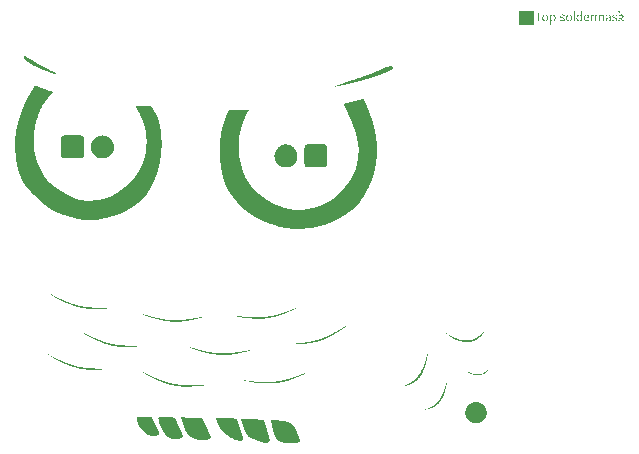
<source format=gts>
G04 #@! TF.FileFunction,Soldermask,Top*

G04 leading zeros omitted (L); absolute data (A); 6 integer digits and 6 fractional digits *
%FSLAX66Y66*%

G04 mode (MO): millimeters (MM) *
%MOMM*%

G04 Aperture definitions *
%ADD10C,0.001X*%
%ADD11C,0.001X*%

%LPD*%
G36*
G01X26271048Y-12775392D02*
G01X26271048Y-12775392D01*
G01X26335155Y-12777466D01*
G01X26398154Y-12783602D01*
G01X26459917Y-12793672D01*
G01X26520317Y-12807547D01*
G01X26579223Y-12825098D01*
G01X26636509Y-12846198D01*
G01X26692045Y-12870718D01*
G01X26745703Y-12898529D01*
G01X26797354Y-12929502D01*
G01X26846870Y-12963511D01*
G01X26894123Y-13000424D01*
G01X26938984Y-13040116D01*
G01X26981324Y-13082456D01*
G01X27021016Y-13127317D01*
G01X27057930Y-13174570D01*
G01X27091938Y-13224086D01*
G01X27122911Y-13275737D01*
G01X27150722Y-13329395D01*
G01X27175242Y-13384931D01*
G01X27196342Y-13442217D01*
G01X27213893Y-13501123D01*
G01X27227768Y-13561523D01*
G01X27237838Y-13623286D01*
G01X27243974Y-13686286D01*
G01X27246048Y-13750392D01*
G01X27246048Y-13750392D01*
G01X27246048Y-13750392D01*
G01X27243974Y-13814499D01*
G01X27237838Y-13877498D01*
G01X27227768Y-13939261D01*
G01X27213893Y-13999661D01*
G01X27196342Y-14058567D01*
G01X27175242Y-14115853D01*
G01X27150722Y-14171389D01*
G01X27122911Y-14225047D01*
G01X27091938Y-14276698D01*
G01X27057930Y-14326214D01*
G01X27021016Y-14373467D01*
G01X26981324Y-14418328D01*
G01X26938984Y-14460668D01*
G01X26894123Y-14500360D01*
G01X26846870Y-14537274D01*
G01X26797354Y-14571282D01*
G01X26745703Y-14602255D01*
G01X26692045Y-14630066D01*
G01X26636509Y-14654586D01*
G01X26579223Y-14675686D01*
G01X26520317Y-14693238D01*
G01X26459917Y-14707112D01*
G01X26398154Y-14717182D01*
G01X26335155Y-14723318D01*
G01X26271048Y-14725392D01*
G01X26271048Y-14725392D01*
G01X26271048Y-14725392D01*
G01X26206941Y-14723318D01*
G01X26143942Y-14717182D01*
G01X26082179Y-14707112D01*
G01X26021779Y-14693238D01*
G01X25962873Y-14675686D01*
G01X25905587Y-14654586D01*
G01X25850051Y-14630066D01*
G01X25796393Y-14602255D01*
G01X25744742Y-14571282D01*
G01X25695226Y-14537274D01*
G01X25647973Y-14500360D01*
G01X25603112Y-14460668D01*
G01X25560772Y-14418328D01*
G01X25521080Y-14373467D01*
G01X25484166Y-14326214D01*
G01X25450158Y-14276698D01*
G01X25419185Y-14225047D01*
G01X25391374Y-14171389D01*
G01X25366854Y-14115853D01*
G01X25345754Y-14058567D01*
G01X25328203Y-13999661D01*
G01X25314328Y-13939261D01*
G01X25304258Y-13877498D01*
G01X25298122Y-13814499D01*
G01X25296048Y-13750392D01*
G01X25296048Y-13750392D01*
G01X25296048Y-13750392D01*
G01X25298122Y-13686286D01*
G01X25304258Y-13623286D01*
G01X25314328Y-13561523D01*
G01X25328203Y-13501123D01*
G01X25345754Y-13442217D01*
G01X25366854Y-13384931D01*
G01X25391374Y-13329395D01*
G01X25419185Y-13275737D01*
G01X25450158Y-13224086D01*
G01X25484166Y-13174570D01*
G01X25521080Y-13127317D01*
G01X25560772Y-13082456D01*
G01X25603112Y-13040116D01*
G01X25647973Y-13000424D01*
G01X25695226Y-12963511D01*
G01X25744742Y-12929502D01*
G01X25796393Y-12898529D01*
G01X25850051Y-12870718D01*
G01X25905587Y-12846198D01*
G01X25962873Y-12825098D01*
G01X26021779Y-12807547D01*
G01X26082179Y-12793672D01*
G01X26143942Y-12783602D01*
G01X26206941Y-12777466D01*
G01X26271048Y-12775392D01*
G01X26271048Y-12775392D01*
G37*
G36*
G01X27836048Y-13750392D02*
G01X27836048Y-14425392D01*
G01X27836048Y-14425392D01*
G01X27839975Y-14474054D01*
G01X27851342Y-14520215D01*
G01X27869534Y-14563259D01*
G01X27893931Y-14602568D01*
G01X27923916Y-14637524D01*
G01X27958872Y-14667509D01*
G01X27998181Y-14691907D01*
G01X28041225Y-14710098D01*
G01X28087387Y-14721466D01*
G01X28136048Y-14725392D01*
G01X28136048Y-14725392D01*
G01X28811048Y-14725392D01*
G01X29486048Y-14725392D01*
G01X29486048Y-14725392D01*
G01X29534709Y-14721466D01*
G01X29580871Y-14710098D01*
G01X29623915Y-14691907D01*
G01X29663224Y-14667509D01*
G01X29698180Y-14637524D01*
G01X29728165Y-14602568D01*
G01X29752562Y-14563259D01*
G01X29770754Y-14520215D01*
G01X29782122Y-14474054D01*
G01X29786048Y-14425392D01*
G01X29786048Y-14425392D01*
G01X29786048Y-13750392D01*
G01X29786048Y-13075392D01*
G01X29786048Y-13075392D01*
G01X29782122Y-13026731D01*
G01X29770754Y-12980569D01*
G01X29752562Y-12937525D01*
G01X29728165Y-12898216D01*
G01X29698180Y-12863260D01*
G01X29663224Y-12833275D01*
G01X29623915Y-12808878D01*
G01X29580871Y-12790686D01*
G01X29534709Y-12779319D01*
G01X29486048Y-12775392D01*
G01X29486048Y-12775392D01*
G01X28811048Y-12775392D01*
G01X28136048Y-12775392D01*
G01X28136048Y-12775392D01*
G01X28087387Y-12779319D01*
G01X28041225Y-12790686D01*
G01X27998181Y-12808878D01*
G01X27958872Y-12833275D01*
G01X27923916Y-12863260D01*
G01X27893931Y-12898216D01*
G01X27869534Y-12937525D01*
G01X27851342Y-12980569D01*
G01X27839975Y-13026731D01*
G01X27836048Y-13075392D01*
G01X27836048Y-13075392D01*
G01X27836048Y-13750392D01*
G37*
G36*
G01X10728661Y-13970752D02*
G01X10728661Y-13970752D01*
G01X10664554Y-13968678D01*
G01X10601555Y-13962542D01*
G01X10539792Y-13952472D01*
G01X10479392Y-13938598D01*
G01X10420486Y-13921046D01*
G01X10363200Y-13899946D01*
G01X10307664Y-13875426D01*
G01X10254006Y-13847615D01*
G01X10202355Y-13816642D01*
G01X10152839Y-13782634D01*
G01X10105586Y-13745720D01*
G01X10060725Y-13706028D01*
G01X10018385Y-13663688D01*
G01X9978693Y-13618827D01*
G01X9941779Y-13571574D01*
G01X9907771Y-13522058D01*
G01X9876798Y-13470407D01*
G01X9848987Y-13416749D01*
G01X9824467Y-13361213D01*
G01X9803367Y-13303927D01*
G01X9785816Y-13245021D01*
G01X9771941Y-13184621D01*
G01X9761871Y-13122858D01*
G01X9755735Y-13059859D01*
G01X9753661Y-12995752D01*
G01X9753661Y-12995752D01*
G01X9753661Y-12995752D01*
G01X9755735Y-12931646D01*
G01X9761871Y-12868646D01*
G01X9771941Y-12806883D01*
G01X9785816Y-12746483D01*
G01X9803367Y-12687577D01*
G01X9824467Y-12630291D01*
G01X9848987Y-12574755D01*
G01X9876798Y-12521097D01*
G01X9907771Y-12469446D01*
G01X9941779Y-12419930D01*
G01X9978693Y-12372677D01*
G01X10018385Y-12327816D01*
G01X10060725Y-12285476D01*
G01X10105586Y-12245784D01*
G01X10152839Y-12208871D01*
G01X10202355Y-12174862D01*
G01X10254006Y-12143889D01*
G01X10307664Y-12116078D01*
G01X10363200Y-12091558D01*
G01X10420486Y-12070458D01*
G01X10479392Y-12052907D01*
G01X10539792Y-12039032D01*
G01X10601555Y-12028962D01*
G01X10664554Y-12022826D01*
G01X10728661Y-12020752D01*
G01X10728661Y-12020752D01*
G01X10728661Y-12020752D01*
G01X10792768Y-12022826D01*
G01X10855767Y-12028962D01*
G01X10917530Y-12039032D01*
G01X10977930Y-12052907D01*
G01X11036836Y-12070458D01*
G01X11094122Y-12091558D01*
G01X11149658Y-12116078D01*
G01X11203316Y-12143889D01*
G01X11254967Y-12174862D01*
G01X11304483Y-12208871D01*
G01X11351736Y-12245784D01*
G01X11396597Y-12285476D01*
G01X11438937Y-12327816D01*
G01X11478629Y-12372677D01*
G01X11515543Y-12419930D01*
G01X11549551Y-12469446D01*
G01X11580524Y-12521097D01*
G01X11608335Y-12574755D01*
G01X11632855Y-12630291D01*
G01X11653955Y-12687577D01*
G01X11671506Y-12746483D01*
G01X11685381Y-12806883D01*
G01X11695451Y-12868646D01*
G01X11701587Y-12931646D01*
G01X11703661Y-12995752D01*
G01X11703661Y-12995752D01*
G01X11703661Y-12995752D01*
G01X11701587Y-13059859D01*
G01X11695451Y-13122858D01*
G01X11685381Y-13184621D01*
G01X11671506Y-13245021D01*
G01X11653955Y-13303927D01*
G01X11632855Y-13361213D01*
G01X11608335Y-13416749D01*
G01X11580524Y-13470407D01*
G01X11549551Y-13522058D01*
G01X11515543Y-13571574D01*
G01X11478629Y-13618827D01*
G01X11438937Y-13663688D01*
G01X11396597Y-13706028D01*
G01X11351736Y-13745720D01*
G01X11304483Y-13782634D01*
G01X11254967Y-13816642D01*
G01X11203316Y-13847615D01*
G01X11149658Y-13875426D01*
G01X11094122Y-13899946D01*
G01X11036836Y-13921046D01*
G01X10977930Y-13938598D01*
G01X10917530Y-13952472D01*
G01X10855767Y-13962542D01*
G01X10792768Y-13968678D01*
G01X10728661Y-13970752D01*
G01X10728661Y-13970752D01*
G37*
G36*
G01X9163661Y-12995752D02*
G01X9163661Y-12320752D01*
G01X9163661Y-12320752D01*
G01X9159735Y-12272091D01*
G01X9148367Y-12225929D01*
G01X9130175Y-12182885D01*
G01X9105778Y-12143576D01*
G01X9075793Y-12108620D01*
G01X9040837Y-12078635D01*
G01X9001528Y-12054238D01*
G01X8958484Y-12036046D01*
G01X8912322Y-12024679D01*
G01X8863661Y-12020752D01*
G01X8863661Y-12020752D01*
G01X8188661Y-12020752D01*
G01X7513661Y-12020752D01*
G01X7513661Y-12020752D01*
G01X7465000Y-12024679D01*
G01X7418838Y-12036046D01*
G01X7375794Y-12054238D01*
G01X7336485Y-12078635D01*
G01X7301529Y-12108620D01*
G01X7271544Y-12143576D01*
G01X7247147Y-12182885D01*
G01X7228955Y-12225929D01*
G01X7217588Y-12272091D01*
G01X7213661Y-12320752D01*
G01X7213661Y-12320752D01*
G01X7213661Y-12995752D01*
G01X7213661Y-13670752D01*
G01X7213661Y-13670752D01*
G01X7217588Y-13719414D01*
G01X7228955Y-13765575D01*
G01X7247147Y-13808619D01*
G01X7271544Y-13847928D01*
G01X7301529Y-13882884D01*
G01X7336485Y-13912869D01*
G01X7375794Y-13937267D01*
G01X7418838Y-13955458D01*
G01X7465000Y-13966826D01*
G01X7513661Y-13970752D01*
G01X7513661Y-13970752D01*
G01X8188661Y-13970752D01*
G01X8863661Y-13970752D01*
G01X8863661Y-13970752D01*
G01X8912322Y-13966826D01*
G01X8958484Y-13955458D01*
G01X9001528Y-13937267D01*
G01X9040837Y-13912869D01*
G01X9075793Y-13882884D01*
G01X9105778Y-13847928D01*
G01X9130175Y-13808619D01*
G01X9148367Y-13765575D01*
G01X9159735Y-13719414D01*
G01X9163661Y-13670752D01*
G01X9163661Y-13670752D01*
G01X9163661Y-12995752D01*
G37*
G36*
G01X42356776Y-36386397D02*
G01X42356776Y-36386397D01*
G01X42415951Y-36384483D01*
G01X42474104Y-36378819D01*
G01X42531117Y-36369524D01*
G01X42586870Y-36356716D01*
G01X42641246Y-36340514D01*
G01X42694125Y-36321038D01*
G01X42745389Y-36298404D01*
G01X42794919Y-36272733D01*
G01X42842597Y-36244141D01*
G01X42888304Y-36212749D01*
G01X42931922Y-36178675D01*
G01X42973332Y-36142037D01*
G01X43012416Y-36102953D01*
G01X43049054Y-36061543D01*
G01X43083128Y-36017925D01*
G01X43114520Y-35972218D01*
G01X43143111Y-35924540D01*
G01X43168783Y-35875010D01*
G01X43191417Y-35823746D01*
G01X43210893Y-35770867D01*
G01X43227095Y-35716491D01*
G01X43239903Y-35660738D01*
G01X43249198Y-35603725D01*
G01X43254862Y-35545572D01*
G01X43256776Y-35486397D01*
G01X43256776Y-35486397D01*
G01X43256776Y-35486397D01*
G01X43254862Y-35427222D01*
G01X43249198Y-35369069D01*
G01X43239903Y-35312056D01*
G01X43227095Y-35256303D01*
G01X43210893Y-35201927D01*
G01X43191417Y-35149048D01*
G01X43168783Y-35097785D01*
G01X43143111Y-35048254D01*
G01X43114520Y-35000576D01*
G01X43083128Y-34954869D01*
G01X43049054Y-34911251D01*
G01X43012416Y-34869841D01*
G01X42973332Y-34830758D01*
G01X42931922Y-34794119D01*
G01X42888304Y-34760045D01*
G01X42842597Y-34728653D01*
G01X42794919Y-34700062D01*
G01X42745389Y-34674390D01*
G01X42694125Y-34651756D01*
G01X42641246Y-34632280D01*
G01X42586870Y-34616078D01*
G01X42531117Y-34603271D01*
G01X42474104Y-34593975D01*
G01X42415951Y-34588311D01*
G01X42356776Y-34586397D01*
G01X42356776Y-34586397D01*
G01X42356776Y-34586397D01*
G01X42297601Y-34588311D01*
G01X42239448Y-34593975D01*
G01X42182435Y-34603271D01*
G01X42126682Y-34616078D01*
G01X42072306Y-34632280D01*
G01X42019427Y-34651756D01*
G01X41968163Y-34674390D01*
G01X41918633Y-34700062D01*
G01X41870955Y-34728653D01*
G01X41825248Y-34760045D01*
G01X41781630Y-34794119D01*
G01X41740220Y-34830758D01*
G01X41701136Y-34869841D01*
G01X41664498Y-34911251D01*
G01X41630424Y-34954869D01*
G01X41599032Y-35000576D01*
G01X41570441Y-35048254D01*
G01X41544769Y-35097785D01*
G01X41522135Y-35149048D01*
G01X41502659Y-35201927D01*
G01X41486457Y-35256303D01*
G01X41473650Y-35312056D01*
G01X41464354Y-35369069D01*
G01X41458690Y-35427222D01*
G01X41456776Y-35486397D01*
G01X41456776Y-35486397D01*
G01X41456776Y-35486397D01*
G01X41458690Y-35545572D01*
G01X41464354Y-35603725D01*
G01X41473650Y-35660738D01*
G01X41486457Y-35716491D01*
G01X41502659Y-35770867D01*
G01X41522135Y-35823746D01*
G01X41544769Y-35875010D01*
G01X41570441Y-35924540D01*
G01X41599032Y-35972218D01*
G01X41630424Y-36017925D01*
G01X41664498Y-36061543D01*
G01X41701136Y-36102953D01*
G01X41740220Y-36142037D01*
G01X41781630Y-36178675D01*
G01X41825248Y-36212749D01*
G01X41870955Y-36244141D01*
G01X41918633Y-36272733D01*
G01X41968163Y-36298404D01*
G01X42019427Y-36321038D01*
G01X42072306Y-36340514D01*
G01X42126682Y-36356716D01*
G01X42182435Y-36369524D01*
G01X42239448Y-36378819D01*
G01X42297601Y-36384483D01*
G01X42356776Y-36386397D01*
G01X42356776Y-36386397D01*
G37*
G36*
G01X30564129Y-7855594D02*
G01X30564129Y-7855594D01*
G01X30595647Y-7849392D01*
G01X30629532Y-7842713D01*
G01X30665729Y-7835558D01*
G01X30704183Y-7827926D01*
G01X30744838Y-7819816D01*
G01X30787639Y-7811230D01*
G01X30832532Y-7802166D01*
G01X30879460Y-7792625D01*
G01X30928368Y-7782607D01*
G01X30979201Y-7772112D01*
G01X31031905Y-7761138D01*
G01X31086423Y-7749687D01*
G01X31142701Y-7737758D01*
G01X31200682Y-7725352D01*
G01X31260313Y-7712467D01*
G01X31321538Y-7699104D01*
G01X31384301Y-7685263D01*
G01X31448547Y-7670944D01*
G01X31514221Y-7656146D01*
G01X31581267Y-7640869D01*
G01X31649632Y-7625114D01*
G01X31719258Y-7608881D01*
G01X31790091Y-7592168D01*
G01X31862076Y-7574976D01*
G01X31935158Y-7557306D01*
G01X31935158Y-7557306D01*
G01X31935158Y-7557306D01*
G01X31990644Y-7543742D01*
G01X32046661Y-7529922D01*
G01X32103173Y-7515852D01*
G01X32160144Y-7501541D01*
G01X32217537Y-7486997D01*
G01X32275315Y-7472225D01*
G01X32333443Y-7457236D01*
G01X32391885Y-7442035D01*
G01X32450603Y-7426631D01*
G01X32509562Y-7411031D01*
G01X32568725Y-7395242D01*
G01X32628057Y-7379274D01*
G01X32687520Y-7363132D01*
G01X32747078Y-7346825D01*
G01X32806696Y-7330360D01*
G01X32866336Y-7313745D01*
G01X32925962Y-7296988D01*
G01X32985539Y-7280096D01*
G01X33045030Y-7263076D01*
G01X33104398Y-7245937D01*
G01X33163607Y-7228686D01*
G01X33222621Y-7211331D01*
G01X33281404Y-7193879D01*
G01X33339919Y-7176338D01*
G01X33398130Y-7158715D01*
G01X33456001Y-7141018D01*
G01X33513495Y-7123256D01*
G01X33570576Y-7105434D01*
G01X33627207Y-7087561D01*
G01X33683353Y-7069645D01*
G01X33738977Y-7051694D01*
G01X33794043Y-7033714D01*
G01X33848514Y-7015713D01*
G01X33866533Y-7009710D01*
G01X33866533Y-7009710D01*
G01X33937814Y-6985718D01*
G01X34007763Y-6961788D01*
G01X34076340Y-6937943D01*
G01X34143502Y-6914202D01*
G01X34209210Y-6890587D01*
G01X34273421Y-6867120D01*
G01X34336095Y-6843820D01*
G01X34397190Y-6820710D01*
G01X34456664Y-6797809D01*
G01X34514478Y-6775140D01*
G01X34570590Y-6752724D01*
G01X34624958Y-6730581D01*
G01X34677541Y-6708732D01*
G01X34728298Y-6687199D01*
G01X34777188Y-6666003D01*
G01X34824170Y-6645165D01*
G01X34869203Y-6624705D01*
G01X34912244Y-6604645D01*
G01X34953254Y-6585007D01*
G01X34992190Y-6565810D01*
G01X35029013Y-6547077D01*
G01X35063680Y-6528828D01*
G01X35096150Y-6511084D01*
G01X35126382Y-6493867D01*
G01X35154335Y-6477197D01*
G01X35154335Y-6477197D01*
G01X35154335Y-6477197D01*
G01X35229316Y-6426978D01*
G01X35281914Y-6382450D01*
G01X35314913Y-6343018D01*
G01X35331096Y-6308086D01*
G01X35333247Y-6277055D01*
G01X35324149Y-6249331D01*
G01X35306585Y-6224315D01*
G01X35290929Y-6208270D01*
G01X35290929Y-6208270D01*
G01X35271042Y-6191558D01*
G01X35247756Y-6176647D01*
G01X35219929Y-6164359D01*
G01X35186422Y-6155516D01*
G01X35146094Y-6150939D01*
G01X35097806Y-6151451D01*
G01X35040415Y-6157873D01*
G01X34972783Y-6171028D01*
G01X34893769Y-6191738D01*
G01X34802233Y-6220823D01*
G01X34802233Y-6220823D01*
G01X34802233Y-6220823D01*
G01X34761884Y-6234965D01*
G01X34719417Y-6250506D01*
G01X34674890Y-6267380D01*
G01X34628362Y-6285521D01*
G01X34579891Y-6304862D01*
G01X34529534Y-6325338D01*
G01X34477349Y-6346881D01*
G01X34423396Y-6369425D01*
G01X34367731Y-6392904D01*
G01X34310412Y-6417252D01*
G01X34251499Y-6442401D01*
G01X34191048Y-6468286D01*
G01X34129119Y-6494840D01*
G01X34065768Y-6521996D01*
G01X34001055Y-6549689D01*
G01X33935037Y-6577851D01*
G01X33867772Y-6606417D01*
G01X33799318Y-6635320D01*
G01X33729734Y-6664493D01*
G01X33659077Y-6693870D01*
G01X33587406Y-6723385D01*
G01X33514778Y-6752971D01*
G01X33441252Y-6782563D01*
G01X33366885Y-6812092D01*
G01X33291736Y-6841493D01*
G01X33291736Y-6841493D01*
G01X33291736Y-6841493D01*
G01X33234903Y-6863423D01*
G01X33177715Y-6885234D01*
G01X33120214Y-6906924D01*
G01X33062445Y-6928486D01*
G01X33004450Y-6949917D01*
G01X32946273Y-6971212D01*
G01X32887957Y-6992367D01*
G01X32829547Y-7013376D01*
G01X32771084Y-7034235D01*
G01X32712614Y-7054939D01*
G01X32654178Y-7075484D01*
G01X32595821Y-7095865D01*
G01X32537585Y-7116077D01*
G01X32479515Y-7136117D01*
G01X32421654Y-7155978D01*
G01X32364044Y-7175657D01*
G01X32306731Y-7195149D01*
G01X32249756Y-7214449D01*
G01X32193163Y-7233553D01*
G01X32136996Y-7252456D01*
G01X32081299Y-7271153D01*
G01X32026114Y-7289640D01*
G01X31971484Y-7307912D01*
G01X31917455Y-7325965D01*
G01X31864068Y-7343793D01*
G01X31811367Y-7361392D01*
G01X31759396Y-7378759D01*
G01X31708198Y-7395887D01*
G01X31657816Y-7412772D01*
G01X31608294Y-7429410D01*
G01X31559675Y-7445796D01*
G01X31512003Y-7461925D01*
G01X31465321Y-7477793D01*
G01X31449988Y-7483023D01*
G01X31449988Y-7483023D01*
G01X31375068Y-7508727D01*
G01X31303041Y-7533676D01*
G01X31233878Y-7557860D01*
G01X31167552Y-7581270D01*
G01X31104033Y-7603898D01*
G01X31043294Y-7625734D01*
G01X30985306Y-7646768D01*
G01X30930041Y-7666993D01*
G01X30877471Y-7686397D01*
G01X30827567Y-7704974D01*
G01X30780301Y-7722712D01*
G01X30735645Y-7739604D01*
G01X30693570Y-7755639D01*
G01X30654048Y-7770809D01*
G01X30617051Y-7785105D01*
G01X30582550Y-7798516D01*
G01X30550517Y-7811035D01*
G01X30520923Y-7822653D01*
G01X30493742Y-7833358D01*
G01X30468943Y-7843144D01*
G01X30468943Y-7843144D01*
G01X30468943Y-7843144D01*
G01X30409042Y-7866958D01*
G01X30372323Y-7882634D01*
G01X30360714Y-7890424D01*
G01X30376143Y-7890580D01*
G01X30420537Y-7883355D01*
G01X30495826Y-7869000D01*
G01X30564133Y-7855594D01*
G37*
G36*
G01X4240769Y-5665094D02*
G01X4240769Y-5665094D01*
G01X4266801Y-5688671D01*
G01X4295217Y-5712791D01*
G01X4326020Y-5737450D01*
G01X4359213Y-5762642D01*
G01X4394799Y-5788363D01*
G01X4432781Y-5814608D01*
G01X4473161Y-5841373D01*
G01X4515943Y-5868652D01*
G01X4561130Y-5896442D01*
G01X4608725Y-5924737D01*
G01X4658730Y-5953533D01*
G01X4711149Y-5982826D01*
G01X4765984Y-6012610D01*
G01X4823239Y-6042880D01*
G01X4882917Y-6073634D01*
G01X4945021Y-6104864D01*
G01X5009553Y-6136568D01*
G01X5076516Y-6168739D01*
G01X5145914Y-6201374D01*
G01X5217749Y-6234469D01*
G01X5217749Y-6234469D01*
G01X5217749Y-6234469D01*
G01X5276944Y-6261260D01*
G01X5337514Y-6288273D01*
G01X5399271Y-6315437D01*
G01X5462025Y-6342681D01*
G01X5525587Y-6369934D01*
G01X5589768Y-6397127D01*
G01X5654380Y-6424188D01*
G01X5719233Y-6451047D01*
G01X5784138Y-6477633D01*
G01X5848906Y-6503876D01*
G01X5913348Y-6529706D01*
G01X5977275Y-6555051D01*
G01X6040499Y-6579841D01*
G01X6102829Y-6604006D01*
G01X6164078Y-6627475D01*
G01X6224055Y-6650178D01*
G01X6282573Y-6672043D01*
G01X6339441Y-6693001D01*
G01X6394471Y-6712981D01*
G01X6447474Y-6731912D01*
G01X6498261Y-6749723D01*
G01X6546643Y-6766345D01*
G01X6592430Y-6781707D01*
G01X6635435Y-6795737D01*
G01X6675467Y-6808366D01*
G01X6675467Y-6808366D01*
G01X6675467Y-6808366D01*
G01X6776943Y-6837631D01*
G01X6851435Y-6854640D01*
G01X6900379Y-6860360D01*
G01X6925213Y-6855756D01*
G01X6927376Y-6841794D01*
G01X6908304Y-6819441D01*
G01X6869437Y-6789662D01*
G01X6812210Y-6753424D01*
G01X6789304Y-6740076D01*
G01X6789304Y-6740076D01*
G01X6758116Y-6722579D01*
G01X6724233Y-6704211D01*
G01X6687818Y-6685006D01*
G01X6649034Y-6664997D01*
G01X6608044Y-6644215D01*
G01X6565011Y-6622695D01*
G01X6520099Y-6600467D01*
G01X6473469Y-6577567D01*
G01X6425286Y-6554024D01*
G01X6375713Y-6529874D01*
G01X6324912Y-6505148D01*
G01X6273046Y-6479879D01*
G01X6220279Y-6454100D01*
G01X6166774Y-6427843D01*
G01X6112693Y-6401141D01*
G01X6058201Y-6374027D01*
G01X6003459Y-6346534D01*
G01X5948631Y-6318694D01*
G01X5893880Y-6290540D01*
G01X5839369Y-6262105D01*
G01X5839369Y-6262105D01*
G01X5839369Y-6262105D01*
G01X5785241Y-6233424D01*
G01X5731553Y-6204543D01*
G01X5678340Y-6175508D01*
G01X5625634Y-6146365D01*
G01X5573471Y-6117161D01*
G01X5521883Y-6087943D01*
G01X5470905Y-6058756D01*
G01X5420571Y-6029648D01*
G01X5370914Y-6000664D01*
G01X5321969Y-5971852D01*
G01X5273770Y-5943256D01*
G01X5226350Y-5914925D01*
G01X5179743Y-5886904D01*
G01X5133983Y-5859240D01*
G01X5089105Y-5831979D01*
G01X5045141Y-5805168D01*
G01X5002127Y-5778852D01*
G01X4960095Y-5753080D01*
G01X4919080Y-5727896D01*
G01X4879116Y-5703347D01*
G01X4879116Y-5703347D01*
G01X4879116Y-5703347D01*
G01X4817422Y-5665481D01*
G01X4758498Y-5629385D01*
G01X4702332Y-5595079D01*
G01X4648910Y-5562583D01*
G01X4598220Y-5531917D01*
G01X4550247Y-5503102D01*
G01X4504980Y-5476158D01*
G01X4462404Y-5451105D01*
G01X4422506Y-5427963D01*
G01X4385274Y-5406753D01*
G01X4350695Y-5387494D01*
G01X4318754Y-5370206D01*
G01X4303769Y-5362308D01*
G01X4303769Y-5362308D01*
G01X4237523Y-5330251D01*
G01X4184584Y-5311072D01*
G01X4143799Y-5305535D01*
G01X4114012Y-5314404D01*
G01X4094070Y-5338443D01*
G01X4094070Y-5338443D01*
G01X4094070Y-5338443D01*
G01X4085979Y-5362400D01*
G01X4082844Y-5392584D01*
G01X4086331Y-5428627D01*
G01X4098105Y-5470165D01*
G01X4119835Y-5516829D01*
G01X4153185Y-5568253D01*
G01X4199822Y-5624070D01*
G01X4240769Y-5665094D01*
G37*
G36*
G01X41463479Y-31925115D02*
G01X41463479Y-31925115D01*
G01X41491510Y-31945464D01*
G01X41525486Y-31969937D01*
G01X41563983Y-31997301D01*
G01X41605575Y-32026319D01*
G01X41648838Y-32055757D01*
G01X41692346Y-32084381D01*
G01X41720785Y-32102400D01*
G01X41720785Y-32102400D01*
G01X41767020Y-32130178D01*
G01X41811285Y-32154616D01*
G01X41854896Y-32176326D01*
G01X41899170Y-32195922D01*
G01X41945424Y-32214014D01*
G01X41988932Y-32229217D01*
G01X41988932Y-32229217D01*
G01X42029224Y-32242059D01*
G01X42071688Y-32254488D01*
G01X42115947Y-32266344D01*
G01X42161623Y-32277469D01*
G01X42208340Y-32287703D01*
G01X42255719Y-32296886D01*
G01X42303384Y-32304860D01*
G01X42336352Y-32309587D01*
G01X42336352Y-32309587D01*
G01X42383734Y-32315176D01*
G01X42430804Y-32319241D01*
G01X42477532Y-32321724D01*
G01X42523888Y-32322564D01*
G01X42569843Y-32321702D01*
G01X42615367Y-32319079D01*
G01X42660431Y-32314634D01*
G01X42691343Y-32310458D01*
G01X42691343Y-32310458D01*
G01X42742325Y-32301467D01*
G01X42792549Y-32289988D01*
G01X42841888Y-32276095D01*
G01X42890214Y-32259866D01*
G01X42937399Y-32241374D01*
G01X42983316Y-32220696D01*
G01X43013160Y-32205733D01*
G01X43013160Y-32205733D01*
G01X43056709Y-32181590D01*
G01X43098696Y-32155600D01*
G01X43138974Y-32128007D01*
G01X43177394Y-32099056D01*
G01X43213806Y-32068990D01*
G01X43248064Y-32038053D01*
G01X43269631Y-32017065D01*
G01X43269631Y-32017065D01*
G01X43309464Y-31974796D01*
G01X43344133Y-31933968D01*
G01X43372644Y-31896937D01*
G01X43394003Y-31866060D01*
G01X43407217Y-31843694D01*
G01X43407217Y-31843694D01*
G01X43407217Y-31843694D01*
G01X43403001Y-31831051D01*
G01X43355817Y-31866924D01*
G01X43355817Y-31866924D01*
G01X43355817Y-31866924D01*
G01X43327848Y-31890721D01*
G01X43295285Y-31918421D01*
G01X43258429Y-31948970D01*
G01X43217578Y-31981310D01*
G01X43173032Y-32014385D01*
G01X43173032Y-32014385D01*
G01X43173032Y-32014385D01*
G01X43137395Y-32039078D01*
G01X43100115Y-32063332D01*
G01X43061474Y-32086864D01*
G01X43021753Y-32109392D01*
G01X42981234Y-32130631D01*
G01X42940198Y-32150298D01*
G01X42912693Y-32162397D01*
G01X42912693Y-32162397D01*
G01X42865894Y-32180900D01*
G01X42819015Y-32196864D01*
G01X42771921Y-32210425D01*
G01X42724479Y-32221722D01*
G01X42676557Y-32230892D01*
G01X42633767Y-32237327D01*
G01X42633767Y-32237327D01*
G01X42590430Y-32242270D01*
G01X42546400Y-32245623D01*
G01X42501464Y-32247264D01*
G01X42455408Y-32247071D01*
G01X42408022Y-32244921D01*
G01X42359092Y-32240691D01*
G01X42325509Y-32236656D01*
G01X42325509Y-32236656D01*
G01X42280511Y-32229872D01*
G01X42234134Y-32221370D01*
G01X42186726Y-32211234D01*
G01X42138633Y-32199550D01*
G01X42090205Y-32186402D01*
G01X42041788Y-32171875D01*
G01X41993730Y-32156053D01*
G01X41960852Y-32144386D01*
G01X41960852Y-32144386D01*
G01X41914098Y-32126591D01*
G01X41868342Y-32107907D01*
G01X41823773Y-32088632D01*
G01X41780579Y-32069061D01*
G01X41738950Y-32049491D01*
G01X41699075Y-32030216D01*
G01X41661141Y-32011533D01*
G01X41636117Y-31999101D01*
G01X41636117Y-31999101D01*
G01X41584478Y-31973372D01*
G01X41538793Y-31950550D01*
G01X41499617Y-31930935D01*
G01X41467505Y-31914826D01*
G01X41443011Y-31902521D01*
G01X41443011Y-31902521D01*
G01X41443011Y-31902521D01*
G01X41419941Y-31892481D01*
G01X41463471Y-31925101D01*
G01X41463471Y-31925101D01*
G37*
G36*
G01X39893127Y-28817646D02*
G01X39893127Y-28817646D01*
G01X39921951Y-28840277D01*
G01X39955357Y-28866406D01*
G01X39992667Y-28895397D01*
G01X40033202Y-28926617D01*
G01X40076285Y-28959430D01*
G01X40121236Y-28993201D01*
G01X40167379Y-29027296D01*
G01X40214035Y-29061079D01*
G01X40260526Y-29093916D01*
G01X40306173Y-29125171D01*
G01X40306173Y-29125171D01*
G01X40306173Y-29125171D01*
G01X40350334Y-29154276D01*
G01X40393104Y-29181227D01*
G01X40434912Y-29206241D01*
G01X40476187Y-29229533D01*
G01X40517359Y-29251318D01*
G01X40558855Y-29271811D01*
G01X40601105Y-29291229D01*
G01X40644538Y-29309787D01*
G01X40689582Y-29327699D01*
G01X40736668Y-29345182D01*
G01X40736668Y-29345182D01*
G01X40736668Y-29345182D01*
G01X40781043Y-29360668D01*
G01X40827185Y-29375853D01*
G01X40874893Y-29390643D01*
G01X40923963Y-29404949D01*
G01X40974194Y-29418677D01*
G01X41025384Y-29431736D01*
G01X41077330Y-29444034D01*
G01X41129831Y-29455478D01*
G01X41182683Y-29465978D01*
G01X41235686Y-29475441D01*
G01X41288637Y-29483775D01*
G01X41294508Y-29484627D01*
G01X41294508Y-29484627D01*
G01X41347224Y-29491617D01*
G01X41399707Y-29497356D01*
G01X41451941Y-29501809D01*
G01X41503911Y-29504943D01*
G01X41555599Y-29506722D01*
G01X41606991Y-29507112D01*
G01X41658070Y-29506078D01*
G01X41708821Y-29503586D01*
G01X41759228Y-29499600D01*
G01X41809276Y-29494087D01*
G01X41858947Y-29487012D01*
G01X41864442Y-29486127D01*
G01X41864442Y-29486127D01*
G01X41913687Y-29477296D01*
G01X41962523Y-29466892D01*
G01X42010907Y-29454943D01*
G01X42058793Y-29441477D01*
G01X42106138Y-29426523D01*
G01X42152898Y-29410108D01*
G01X42199028Y-29392262D01*
G01X42244484Y-29373012D01*
G01X42289222Y-29352387D01*
G01X42333198Y-29330414D01*
G01X42376367Y-29307123D01*
G01X42381112Y-29304454D01*
G01X42381112Y-29304454D01*
G01X42427992Y-29276909D01*
G01X42473792Y-29247878D01*
G01X42518442Y-29217485D01*
G01X42561871Y-29185856D01*
G01X42604009Y-29153117D01*
G01X42644785Y-29119394D01*
G01X42684130Y-29084811D01*
G01X42721971Y-29049494D01*
G01X42758240Y-29013569D01*
G01X42792865Y-28977160D01*
G01X42792865Y-28977160D01*
G01X42792865Y-28977160D01*
G01X42835292Y-28929422D01*
G01X42874454Y-28882135D01*
G01X42909911Y-28836423D01*
G01X42941225Y-28793408D01*
G01X42967959Y-28754212D01*
G01X42989674Y-28719959D01*
G01X43005931Y-28691770D01*
G01X43013758Y-28676398D01*
G01X43013758Y-28676398D01*
G01X43017765Y-28650730D01*
G01X42986467Y-28668930D01*
G01X42931188Y-28716758D01*
G01X42931188Y-28716758D01*
G01X42902851Y-28742742D01*
G01X42871341Y-28771845D01*
G01X42836785Y-28803567D01*
G01X42799313Y-28837409D01*
G01X42759052Y-28872870D01*
G01X42716132Y-28909451D01*
G01X42670680Y-28946652D01*
G01X42637798Y-28972507D01*
G01X42637798Y-28972507D01*
G01X42599974Y-29001122D01*
G01X42560909Y-29029473D01*
G01X42520737Y-29057413D01*
G01X42479594Y-29084799D01*
G01X42437613Y-29111483D01*
G01X42394928Y-29137319D01*
G01X42351673Y-29162163D01*
G01X42307983Y-29185868D01*
G01X42263992Y-29208288D01*
G01X42219834Y-29229278D01*
G01X42219834Y-29229278D01*
G01X42219834Y-29229278D01*
G01X42175644Y-29248709D01*
G01X42131438Y-29266580D01*
G01X42087173Y-29282941D01*
G01X42042805Y-29297841D01*
G01X41998292Y-29311328D01*
G01X41953589Y-29323452D01*
G01X41908654Y-29334261D01*
G01X41863443Y-29343803D01*
G01X41817913Y-29352129D01*
G01X41772021Y-29359286D01*
G01X41772021Y-29359286D01*
G01X41772021Y-29359286D01*
G01X41725744Y-29365299D01*
G01X41679023Y-29370119D01*
G01X41631755Y-29373683D01*
G01X41583841Y-29375929D01*
G01X41535178Y-29376793D01*
G01X41485665Y-29376212D01*
G01X41435202Y-29374124D01*
G01X41383687Y-29370466D01*
G01X41331019Y-29365174D01*
G01X41277097Y-29358186D01*
G01X41277097Y-29358186D01*
G01X41277097Y-29358186D01*
G01X41232928Y-29351303D01*
G01X41187842Y-29343270D01*
G01X41141966Y-29334122D01*
G01X41095433Y-29323893D01*
G01X41048370Y-29312616D01*
G01X41000908Y-29300328D01*
G01X40953178Y-29287060D01*
G01X40905308Y-29272849D01*
G01X40857430Y-29257727D01*
G01X40809671Y-29241729D01*
G01X40762163Y-29224889D01*
G01X40715036Y-29207242D01*
G01X40691655Y-29198125D01*
G01X40691655Y-29198125D01*
G01X40639533Y-29176937D01*
G01X40588133Y-29154936D01*
G01X40537557Y-29132293D01*
G01X40487906Y-29109177D01*
G01X40439279Y-29085760D01*
G01X40391778Y-29062210D01*
G01X40345504Y-29038699D01*
G01X40300556Y-29015395D01*
G01X40257036Y-28992471D01*
G01X40215044Y-28970095D01*
G01X40174681Y-28948438D01*
G01X40170301Y-28946083D01*
G01X40170301Y-28946083D01*
G01X40115373Y-28916525D01*
G01X40064351Y-28889021D01*
G01X40017480Y-28863712D01*
G01X39975005Y-28840743D01*
G01X39937170Y-28820256D01*
G01X39904222Y-28802394D01*
G01X39876404Y-28787301D01*
G01X39860281Y-28778549D01*
G01X39860281Y-28778549D01*
G01X39824647Y-28760041D01*
G01X39834804Y-28771404D01*
G01X39893131Y-28817659D01*
G37*
G36*
G01X38048392Y-35234766D02*
G01X38048392Y-35234766D01*
G01X38080973Y-35230104D01*
G01X38121957Y-35223720D01*
G01X38170267Y-35215239D01*
G01X38224823Y-35204285D01*
G01X38284548Y-35190482D01*
G01X38340678Y-35175636D01*
G01X38340678Y-35175636D01*
G01X38387415Y-35161807D01*
G01X38435444Y-35146283D01*
G01X38484435Y-35129161D01*
G01X38534056Y-35110538D01*
G01X38583978Y-35090510D01*
G01X38633869Y-35069174D01*
G01X38683398Y-35046628D01*
G01X38732233Y-35022969D01*
G01X38748301Y-35014851D01*
G01X38748301Y-35014851D01*
G01X38787958Y-34994048D01*
G01X38826931Y-34972418D01*
G01X38865276Y-34949842D01*
G01X38903045Y-34926199D01*
G01X38940293Y-34901370D01*
G01X38977073Y-34875235D01*
G01X39013440Y-34847673D01*
G01X39049448Y-34818565D01*
G01X39085151Y-34787791D01*
G01X39120602Y-34755231D01*
G01X39120602Y-34755231D01*
G01X39120602Y-34755231D01*
G01X39155869Y-34720754D01*
G01X39190932Y-34684312D01*
G01X39225716Y-34645913D01*
G01X39260147Y-34605568D01*
G01X39294150Y-34563283D01*
G01X39327651Y-34519069D01*
G01X39360575Y-34472932D01*
G01X39392848Y-34424882D01*
G01X39424395Y-34374928D01*
G01X39455141Y-34323077D01*
G01X39455141Y-34323077D01*
G01X39455141Y-34323077D01*
G01X39479129Y-34280233D01*
G01X39502565Y-34236252D01*
G01X39525425Y-34191252D01*
G01X39547687Y-34145350D01*
G01X39569327Y-34098665D01*
G01X39590323Y-34051313D01*
G01X39610651Y-34003413D01*
G01X39630288Y-33955081D01*
G01X39649212Y-33906437D01*
G01X39667399Y-33857597D01*
G01X39684826Y-33808679D01*
G01X39701471Y-33759801D01*
G01X39709492Y-33735413D01*
G01X39709492Y-33735413D01*
G01X39726809Y-33680728D01*
G01X39743150Y-33626368D01*
G01X39758555Y-33572425D01*
G01X39773068Y-33518993D01*
G01X39786731Y-33466166D01*
G01X39799585Y-33414035D01*
G01X39811674Y-33362695D01*
G01X39823038Y-33312239D01*
G01X39833721Y-33262759D01*
G01X39843765Y-33214350D01*
G01X39853211Y-33167103D01*
G01X39854226Y-33161929D01*
G01X39854226Y-33161929D01*
G01X39866774Y-33096257D01*
G01X39878022Y-33034339D01*
G01X39887800Y-32977349D01*
G01X39895943Y-32926461D01*
G01X39902283Y-32882852D01*
G01X39906651Y-32847694D01*
G01X39908882Y-32822164D01*
G01X39909086Y-32810746D01*
G01X39909086Y-32810746D01*
G01X39903823Y-32806710D01*
G01X39891205Y-32837465D01*
G01X39872840Y-32894812D01*
G01X39850336Y-32970553D01*
G01X39850336Y-32970553D01*
G01X39850336Y-32970553D01*
G01X39838464Y-33011311D01*
G01X39825945Y-33054477D01*
G01X39812813Y-33099764D01*
G01X39799100Y-33146886D01*
G01X39784838Y-33195552D01*
G01X39770060Y-33245477D01*
G01X39754799Y-33296373D01*
G01X39739088Y-33347951D01*
G01X39733756Y-33365245D01*
G01X39733756Y-33365245D01*
G01X39720174Y-33408780D01*
G01X39706214Y-33452685D01*
G01X39691898Y-33496763D01*
G01X39677248Y-33540816D01*
G01X39662287Y-33584647D01*
G01X39647035Y-33628056D01*
G01X39631514Y-33670847D01*
G01X39615747Y-33712820D01*
G01X39599755Y-33753778D01*
G01X39583561Y-33793523D01*
G01X39583561Y-33793523D01*
G01X39583561Y-33793523D01*
G01X39562100Y-33843437D01*
G01X39540094Y-33891686D01*
G01X39517572Y-33938416D01*
G01X39494568Y-33983771D01*
G01X39471111Y-34027897D01*
G01X39447234Y-34070939D01*
G01X39422968Y-34113043D01*
G01X39405957Y-34141717D01*
G01X39405957Y-34141717D01*
G01X39381051Y-34182628D01*
G01X39355660Y-34223108D01*
G01X39329703Y-34263288D01*
G01X39303101Y-34303294D01*
G01X39275772Y-34343256D01*
G01X39247637Y-34383301D01*
G01X39218613Y-34423560D01*
G01X39197958Y-34451622D01*
G01X39197958Y-34451622D01*
G01X39169629Y-34489306D01*
G01X39140134Y-34527230D01*
G01X39109132Y-34565335D01*
G01X39076280Y-34603563D01*
G01X39041236Y-34641858D01*
G01X39003657Y-34680161D01*
G01X38963202Y-34718414D01*
G01X38919528Y-34756559D01*
G01X38904195Y-34769240D01*
G01X38904195Y-34769240D01*
G01X38864195Y-34800798D01*
G01X38822205Y-34831986D01*
G01X38778733Y-34862613D01*
G01X38734285Y-34892488D01*
G01X38689371Y-34921418D01*
G01X38644495Y-34949212D01*
G01X38600166Y-34975679D01*
G01X38556892Y-35000626D01*
G01X38515178Y-35023864D01*
G01X38475533Y-35045198D01*
G01X38475533Y-35045198D01*
G01X38475533Y-35045198D01*
G01X38420407Y-35073510D01*
G01X38370051Y-35097839D01*
G01X38324011Y-35118717D01*
G01X38281833Y-35136671D01*
G01X38243061Y-35152232D01*
G01X38207242Y-35165929D01*
G01X38184779Y-35174285D01*
G01X38184779Y-35174285D01*
G01X38132816Y-35193284D01*
G01X38087624Y-35209492D01*
G01X38050594Y-35222566D01*
G01X38023115Y-35232165D01*
G01X38023115Y-35232165D01*
G01X38023115Y-35232165D01*
G01X38004034Y-35240238D01*
G01X38048395Y-35234765D01*
G01X38048395Y-35234765D01*
G37*
G36*
G01X36231189Y-33248415D02*
G01X36231189Y-33248415D01*
G01X36262707Y-33243498D01*
G01X36301624Y-33236996D01*
G01X36347113Y-33228593D01*
G01X36398350Y-33217974D01*
G01X36454509Y-33204822D01*
G01X36514766Y-33188821D01*
G01X36556807Y-33176415D01*
G01X36556807Y-33176415D01*
G01X36600086Y-33162529D01*
G01X36644408Y-33147196D01*
G01X36689559Y-33130484D01*
G01X36735327Y-33112461D01*
G01X36781497Y-33093196D01*
G01X36827856Y-33072758D01*
G01X36874191Y-33051214D01*
G01X36920288Y-33028633D01*
G01X36965935Y-33005083D01*
G01X37010917Y-32980632D01*
G01X37010917Y-32980632D01*
G01X37010917Y-32980632D01*
G01X37055095Y-32955300D01*
G01X37098511Y-32928962D01*
G01X37141225Y-32901474D01*
G01X37183296Y-32872692D01*
G01X37224784Y-32842468D01*
G01X37265748Y-32810659D01*
G01X37306247Y-32777119D01*
G01X37346342Y-32741703D01*
G01X37386091Y-32704266D01*
G01X37425554Y-32664661D01*
G01X37425554Y-32664661D01*
G01X37425554Y-32664661D01*
G01X37456979Y-32631296D01*
G01X37488280Y-32596384D01*
G01X37519414Y-32559931D01*
G01X37550335Y-32521946D01*
G01X37581000Y-32482437D01*
G01X37611364Y-32441411D01*
G01X37641384Y-32398876D01*
G01X37671014Y-32354839D01*
G01X37700212Y-32309308D01*
G01X37728931Y-32262292D01*
G01X37757129Y-32213797D01*
G01X37784760Y-32163831D01*
G01X37798350Y-32138298D01*
G01X37798350Y-32138298D01*
G01X37821767Y-32092729D01*
G01X37844714Y-32046086D01*
G01X37867176Y-31998465D01*
G01X37889135Y-31949963D01*
G01X37910573Y-31900675D01*
G01X37931474Y-31850698D01*
G01X37951820Y-31800127D01*
G01X37971594Y-31749058D01*
G01X37990779Y-31697587D01*
G01X38009358Y-31645811D01*
G01X38027313Y-31593825D01*
G01X38044628Y-31541725D01*
G01X38061284Y-31489607D01*
G01X38077266Y-31437567D01*
G01X38081706Y-31422726D01*
G01X38081706Y-31422726D01*
G01X38096806Y-31370906D01*
G01X38111241Y-31319309D01*
G01X38125034Y-31267989D01*
G01X38138206Y-31217000D01*
G01X38150781Y-31166395D01*
G01X38162779Y-31116227D01*
G01X38174223Y-31066549D01*
G01X38185135Y-31017416D01*
G01X38195538Y-30968881D01*
G01X38205452Y-30920996D01*
G01X38214901Y-30873815D01*
G01X38223907Y-30827393D01*
G01X38232491Y-30781781D01*
G01X38240675Y-30737034D01*
G01X38242943Y-30724415D01*
G01X38242943Y-30724415D01*
G01X38255898Y-30650457D01*
G01X38267629Y-30580298D01*
G01X38277989Y-30515065D01*
G01X38286833Y-30455883D01*
G01X38294013Y-30403877D01*
G01X38299384Y-30360171D01*
G01X38302798Y-30325891D01*
G01X38304109Y-30302161D01*
G01X38304053Y-30296790D01*
G01X38304053Y-30296790D01*
G01X38300097Y-30289152D01*
G01X38290649Y-30309904D01*
G01X38276634Y-30353934D01*
G01X38258980Y-30416127D01*
G01X38238613Y-30491369D01*
G01X38238613Y-30491369D01*
G01X38238613Y-30491369D01*
G01X38227643Y-30532509D01*
G01X38216169Y-30575729D01*
G01X38204211Y-30620826D01*
G01X38191790Y-30667597D01*
G01X38178928Y-30715837D01*
G01X38165646Y-30765344D01*
G01X38151965Y-30815913D01*
G01X38137906Y-30867342D01*
G01X38123491Y-30919427D01*
G01X38108741Y-30971964D01*
G01X38108741Y-30971964D01*
G01X38108741Y-30971964D01*
G01X38093609Y-31024968D01*
G01X38078057Y-31078428D01*
G01X38062108Y-31132101D01*
G01X38045788Y-31185744D01*
G01X38029120Y-31239117D01*
G01X38012130Y-31291977D01*
G01X37994841Y-31344081D01*
G01X37977278Y-31395188D01*
G01X37959467Y-31445055D01*
G01X37941430Y-31493440D01*
G01X37941430Y-31493440D01*
G01X37941430Y-31493440D01*
G01X37923099Y-31540369D01*
G01X37904401Y-31586081D01*
G01X37885351Y-31630656D01*
G01X37865966Y-31674171D01*
G01X37846263Y-31716708D01*
G01X37826259Y-31758344D01*
G01X37805969Y-31799158D01*
G01X37785411Y-31839230D01*
G01X37764601Y-31878639D01*
G01X37743556Y-31917464D01*
G01X37743556Y-31917464D01*
G01X37743556Y-31917464D01*
G01X37717964Y-31963467D01*
G01X37691917Y-32009013D01*
G01X37665343Y-32054227D01*
G01X37638174Y-32099231D01*
G01X37610338Y-32144148D01*
G01X37581765Y-32189101D01*
G01X37552385Y-32234213D01*
G01X37522128Y-32279606D01*
G01X37511835Y-32294820D01*
G01X37511835Y-32294820D01*
G01X37485614Y-32333036D01*
G01X37458536Y-32371463D01*
G01X37430381Y-32410060D01*
G01X37400927Y-32448786D01*
G01X37369953Y-32487600D01*
G01X37337240Y-32526461D01*
G01X37302567Y-32565330D01*
G01X37265713Y-32604164D01*
G01X37226456Y-32642923D01*
G01X37184577Y-32681566D01*
G01X37184577Y-32681566D01*
G01X37184577Y-32681566D01*
G01X37144581Y-32716166D01*
G01X37102744Y-32750419D01*
G01X37059478Y-32784158D01*
G01X37015194Y-32817211D01*
G01X36970303Y-32849409D01*
G01X36925219Y-32880582D01*
G01X36880353Y-32910558D01*
G01X36836117Y-32939170D01*
G01X36792922Y-32966246D01*
G01X36751181Y-32991616D01*
G01X36711305Y-33015110D01*
G01X36707007Y-33017597D01*
G01X36707007Y-33017597D01*
G01X36653458Y-33047774D01*
G01X36603958Y-33074240D01*
G01X36558175Y-33097417D01*
G01X36515779Y-33117725D01*
G01X36476437Y-33135585D01*
G01X36439819Y-33151418D01*
G01X36405593Y-33165643D01*
G01X36383125Y-33174770D01*
G01X36383125Y-33174770D01*
G01X36325239Y-33197905D01*
G01X36274893Y-33217638D01*
G01X36233638Y-33233557D01*
G01X36203022Y-33245250D01*
G01X36203022Y-33245250D01*
G01X36203022Y-33245250D01*
G01X36181763Y-33255089D01*
G01X36231192Y-33248450D01*
G01X36231192Y-33248450D01*
G37*
G36*
G01X22467334Y-36060273D02*
G01X22467334Y-36060273D01*
G01X22476943Y-36090461D01*
G01X22488529Y-36126775D01*
G01X22501846Y-36168349D01*
G01X22516646Y-36214316D01*
G01X22532681Y-36263810D01*
G01X22549702Y-36315965D01*
G01X22567464Y-36369913D01*
G01X22580063Y-36407856D01*
G01X22580063Y-36407856D01*
G01X22597107Y-36458709D01*
G01X22614366Y-36509620D01*
G01X22631794Y-36560399D01*
G01X22649345Y-36610858D01*
G01X22666970Y-36660806D01*
G01X22684624Y-36710054D01*
G01X22702260Y-36758413D01*
G01X22719830Y-36805693D01*
G01X22725664Y-36821180D01*
G01X22725664Y-36821180D01*
G01X22744513Y-36870468D01*
G01X22763156Y-36918113D01*
G01X22781554Y-36964078D01*
G01X22799668Y-37008326D01*
G01X22817458Y-37050822D01*
G01X22834885Y-37091529D01*
G01X22851909Y-37130410D01*
G01X22863439Y-37156239D01*
G01X22863439Y-37156239D01*
G01X22884676Y-37202585D01*
G01X22905554Y-37245934D01*
G01X22926538Y-37286572D01*
G01X22948096Y-37324787D01*
G01X22970696Y-37360865D01*
G01X22991874Y-37391153D01*
G01X22991874Y-37391153D01*
G01X23017738Y-37423962D01*
G01X23046298Y-37455436D01*
G01X23078375Y-37485898D01*
G01X23114793Y-37515674D01*
G01X23156375Y-37545086D01*
G01X23198009Y-37570993D01*
G01X23198009Y-37570993D01*
G01X23228663Y-37588379D01*
G01X23261730Y-37605942D01*
G01X23297174Y-37623721D01*
G01X23334957Y-37641757D01*
G01X23375044Y-37660087D01*
G01X23417398Y-37678752D01*
G01X23461983Y-37697791D01*
G01X23508764Y-37717244D01*
G01X23557703Y-37737149D01*
G01X23608764Y-37757545D01*
G01X23608764Y-37757545D01*
G01X23608764Y-37757545D01*
G01X23656487Y-37776343D01*
G01X23705622Y-37795462D01*
G01X23755819Y-37814765D01*
G01X23806726Y-37834110D01*
G01X23857994Y-37853360D01*
G01X23909270Y-37872373D01*
G01X23960205Y-37891011D01*
G01X24010446Y-37909133D01*
G01X24059643Y-37926601D01*
G01X24107446Y-37943275D01*
G01X24153503Y-37959014D01*
G01X24158497Y-37960699D01*
G01X24158497Y-37960699D01*
G01X24221342Y-37981457D01*
G01X24280380Y-38000027D01*
G01X24335637Y-38016320D01*
G01X24387139Y-38030247D01*
G01X24434911Y-38041717D01*
G01X24478978Y-38050641D01*
G01X24519367Y-38056928D01*
G01X24545187Y-38059689D01*
G01X24545187Y-38059689D01*
G01X24596919Y-38061315D01*
G01X24642153Y-38057402D01*
G01X24682268Y-38048812D01*
G01X24718640Y-38036401D01*
G01X24752649Y-38021029D01*
G01X24752649Y-38021029D01*
G01X24752649Y-38021029D01*
G01X24785553Y-38002851D01*
G01X24816392Y-37980408D01*
G01X24843218Y-37952120D01*
G01X24864086Y-37916408D01*
G01X24877048Y-37871692D01*
G01X24877048Y-37871692D01*
G01X24877048Y-37871692D01*
G01X24880386Y-37839784D01*
G01X24880385Y-37803389D01*
G01X24877077Y-37761962D01*
G01X24870495Y-37714958D01*
G01X24860670Y-37661831D01*
G01X24847635Y-37602036D01*
G01X24831423Y-37535028D01*
G01X24812064Y-37460261D01*
G01X24804918Y-37433519D01*
G01X24804918Y-37433519D01*
G01X24793562Y-37391672D01*
G01X24781503Y-37347916D01*
G01X24768821Y-37302492D01*
G01X24755595Y-37255640D01*
G01X24741906Y-37207598D01*
G01X24727834Y-37158608D01*
G01X24713458Y-37108907D01*
G01X24698857Y-37058738D01*
G01X24684113Y-37008338D01*
G01X24669304Y-36957948D01*
G01X24654511Y-36907807D01*
G01X24639812Y-36858155D01*
G01X24625289Y-36809233D01*
G01X24611021Y-36761279D01*
G01X24597087Y-36714533D01*
G01X24583568Y-36669236D01*
G01X24574825Y-36639960D01*
G01X24574825Y-36639960D01*
G01X24553985Y-36570259D01*
G01X24534534Y-36505522D01*
G01X24516384Y-36445728D01*
G01X24499445Y-36390852D01*
G01X24483629Y-36340873D01*
G01X24468847Y-36295767D01*
G01X24455011Y-36255511D01*
G01X24442031Y-36220082D01*
G01X24429820Y-36189458D01*
G01X24418289Y-36163615D01*
G01X24418289Y-36163615D01*
G01X24418289Y-36163615D01*
G01X24403624Y-36136890D01*
G01X24386621Y-36116937D01*
G01X24364014Y-36102603D01*
G01X24332534Y-36092731D01*
G01X24288912Y-36086165D01*
G01X24229882Y-36081749D01*
G01X24152175Y-36078329D01*
G01X24085719Y-36075935D01*
G01X24085719Y-36075935D01*
G01X24044009Y-36074444D01*
G01X23999177Y-36072826D01*
G01X23951543Y-36071092D01*
G01X23901424Y-36069252D01*
G01X23849141Y-36067316D01*
G01X23795011Y-36065294D01*
G01X23739353Y-36063197D01*
G01X23682487Y-36061033D01*
G01X23624730Y-36058814D01*
G01X23566402Y-36056549D01*
G01X23507822Y-36054249D01*
G01X23449308Y-36051923D01*
G01X23391178Y-36049583D01*
G01X23333753Y-36047237D01*
G01X23277350Y-36044895D01*
G01X23222288Y-36042569D01*
G01X23168887Y-36040268D01*
G01X23117464Y-36038002D01*
G01X23068339Y-36035781D01*
G01X23021830Y-36033615D01*
G01X23021830Y-36033615D01*
G01X23021830Y-36033615D01*
G01X22937668Y-36029496D01*
G01X22864855Y-36025672D01*
G01X22802340Y-36022129D01*
G01X22749070Y-36018854D01*
G01X22703991Y-36015832D01*
G01X22666051Y-36013049D01*
G01X22634197Y-36010491D01*
G01X22607377Y-36008143D01*
G01X22584537Y-36005993D01*
G01X22564625Y-36004025D01*
G01X22564625Y-36004025D01*
G01X22564625Y-36004025D01*
G01X22511878Y-35998644D01*
G01X22478232Y-35995087D01*
G01X22459648Y-35993055D01*
G01X22459648Y-35993055D01*
G01X22449953Y-36000259D01*
G01X22467348Y-36060285D01*
G01X22467348Y-36060285D01*
G37*
G36*
G01X25020929Y-36177669D02*
G01X25020929Y-36177669D01*
G01X25025350Y-36207238D01*
G01X25030768Y-36242768D01*
G01X25037233Y-36283855D01*
G01X25044793Y-36330094D01*
G01X25053497Y-36381079D01*
G01X25063394Y-36436406D01*
G01X25074532Y-36495670D01*
G01X25086961Y-36558466D01*
G01X25091399Y-36580112D01*
G01X25091399Y-36580112D01*
G01X25101919Y-36629968D01*
G01X25113120Y-36681147D01*
G01X25124927Y-36733327D01*
G01X25137266Y-36786183D01*
G01X25150064Y-36839389D01*
G01X25163244Y-36892620D01*
G01X25176734Y-36945553D01*
G01X25190458Y-36997862D01*
G01X25204343Y-37049223D01*
G01X25218313Y-37099311D01*
G01X25232295Y-37147800D01*
G01X25233846Y-37153075D01*
G01X25233846Y-37153075D01*
G01X25249322Y-37204504D01*
G01X25264824Y-37253631D01*
G01X25280475Y-37300610D01*
G01X25296398Y-37345593D01*
G01X25312716Y-37388733D01*
G01X25329553Y-37430184D01*
G01X25347030Y-37470097D01*
G01X25365272Y-37508627D01*
G01X25384401Y-37545925D01*
G01X25404541Y-37582145D01*
G01X25404541Y-37582145D01*
G01X25404541Y-37582145D01*
G01X25430225Y-37624328D01*
G01X25457865Y-37665076D01*
G01X25487803Y-37704331D01*
G01X25520385Y-37742029D01*
G01X25555956Y-37778112D01*
G01X25594860Y-37812517D01*
G01X25637442Y-37845184D01*
G01X25684047Y-37876052D01*
G01X25700535Y-37885931D01*
G01X25700535Y-37885931D01*
G01X25739434Y-37907385D01*
G01X25780795Y-37927729D01*
G01X25824579Y-37946923D01*
G01X25870745Y-37964926D01*
G01X25919251Y-37981698D01*
G01X25970059Y-37997196D01*
G01X26023126Y-38011382D01*
G01X26078414Y-38024213D01*
G01X26135880Y-38035648D01*
G01X26195486Y-38045648D01*
G01X26257189Y-38054170D01*
G01X26264173Y-38055024D01*
G01X26264173Y-38055024D01*
G01X26313738Y-38060480D01*
G01X26364341Y-38065038D01*
G01X26415768Y-38068721D01*
G01X26467806Y-38071552D01*
G01X26520240Y-38073553D01*
G01X26572856Y-38074747D01*
G01X26625441Y-38075155D01*
G01X26677780Y-38074801D01*
G01X26729660Y-38073706D01*
G01X26780867Y-38071893D01*
G01X26831187Y-38069385D01*
G01X26880406Y-38066204D01*
G01X26928310Y-38062371D01*
G01X26974685Y-38057911D01*
G01X26987624Y-38056524D01*
G01X26987624Y-38056524D01*
G01X27050110Y-38048884D01*
G01X27108821Y-38040165D01*
G01X27163630Y-38030511D01*
G01X27214413Y-38020064D01*
G01X27261047Y-38008969D01*
G01X27303405Y-37997369D01*
G01X27341363Y-37985406D01*
G01X27374797Y-37973225D01*
G01X27403582Y-37960969D01*
G01X27427593Y-37948781D01*
G01X27427593Y-37948781D01*
G01X27427593Y-37948781D01*
G01X27461415Y-37924275D01*
G01X27478320Y-37897049D01*
G01X27480964Y-37863913D01*
G01X27472001Y-37821677D01*
G01X27454083Y-37767151D01*
G01X27454083Y-37767151D01*
G01X27454083Y-37767151D01*
G01X27442531Y-37734331D01*
G01X27429463Y-37697829D01*
G01X27414986Y-37657989D01*
G01X27399210Y-37615153D01*
G01X27382242Y-37569662D01*
G01X27364190Y-37521860D01*
G01X27345162Y-37472087D01*
G01X27325266Y-37420686D01*
G01X27304610Y-37368000D01*
G01X27283303Y-37314369D01*
G01X27283303Y-37314369D01*
G01X27283303Y-37314369D01*
G01X27263639Y-37265548D01*
G01X27243539Y-37216428D01*
G01X27223026Y-37167252D01*
G01X27202125Y-37118268D01*
G01X27180861Y-37069720D01*
G01X27159258Y-37021854D01*
G01X27137340Y-36974914D01*
G01X27115133Y-36929147D01*
G01X27092660Y-36884797D01*
G01X27069946Y-36842110D01*
G01X27047015Y-36801331D01*
G01X27044455Y-36796928D01*
G01X27044455Y-36796928D01*
G01X27013420Y-36746013D01*
G01X26981778Y-36698476D01*
G01X26949514Y-36654125D01*
G01X26916614Y-36612766D01*
G01X26883062Y-36574205D01*
G01X26848845Y-36538248D01*
G01X26813948Y-36504703D01*
G01X26778354Y-36473376D01*
G01X26766333Y-36463392D01*
G01X26766333Y-36463392D01*
G01X26729490Y-36434563D01*
G01X26691219Y-36407319D01*
G01X26651356Y-36381663D01*
G01X26609736Y-36357596D01*
G01X26566194Y-36335120D01*
G01X26520568Y-36314239D01*
G01X26472691Y-36294954D01*
G01X26422400Y-36277268D01*
G01X26405072Y-36271728D01*
G01X26405072Y-36271728D01*
G01X26360429Y-36258609D01*
G01X26313960Y-36246459D01*
G01X26265805Y-36235213D01*
G01X26216102Y-36224803D01*
G01X26164990Y-36215165D01*
G01X26112606Y-36206231D01*
G01X26059089Y-36197935D01*
G01X26004579Y-36190212D01*
G01X25949212Y-36182995D01*
G01X25893129Y-36176218D01*
G01X25893129Y-36176218D01*
G01X25893129Y-36176218D01*
G01X25836519Y-36169827D01*
G01X25779710Y-36163802D01*
G01X25723045Y-36158136D01*
G01X25666869Y-36152818D01*
G01X25611525Y-36147838D01*
G01X25557356Y-36143188D01*
G01X25504707Y-36138856D01*
G01X25453921Y-36134834D01*
G01X25405342Y-36131111D01*
G01X25359314Y-36127678D01*
G01X25359314Y-36127678D01*
G01X25359314Y-36127678D01*
G01X25287658Y-36122489D01*
G01X25224483Y-36118068D01*
G01X25169822Y-36114369D01*
G01X25123708Y-36111346D01*
G01X25086177Y-36108954D01*
G01X25060214Y-36107328D01*
G01X25060214Y-36107328D01*
G01X25024855Y-36108006D01*
G01X25015073Y-36127422D01*
G01X25020934Y-36177668D01*
G37*
G36*
G01X20361530Y-36000763D02*
G01X20361530Y-36000763D01*
G01X20368077Y-36028579D01*
G01X20376620Y-36063544D01*
G01X20387254Y-36104643D01*
G01X20400070Y-36150863D01*
G01X20415161Y-36201188D01*
G01X20430440Y-36248194D01*
G01X20430440Y-36248194D01*
G01X20445200Y-36290347D01*
G01X20461316Y-36333471D01*
G01X20478730Y-36377308D01*
G01X20497383Y-36421599D01*
G01X20517217Y-36466085D01*
G01X20538174Y-36510507D01*
G01X20560196Y-36554607D01*
G01X20576036Y-36584813D01*
G01X20576036Y-36584813D01*
G01X20599763Y-36627831D01*
G01X20624651Y-36670256D01*
G01X20650919Y-36712310D01*
G01X20678787Y-36754215D01*
G01X20708475Y-36796192D01*
G01X20740205Y-36838464D01*
G01X20774195Y-36881253D01*
G01X20799166Y-36911294D01*
G01X20799166Y-36911294D01*
G01X20828427Y-36945214D01*
G01X20859189Y-36979639D01*
G01X20891224Y-37014377D01*
G01X20924302Y-37049238D01*
G01X20958195Y-37084031D01*
G01X20992674Y-37118563D01*
G01X21027510Y-37152645D01*
G01X21062474Y-37186083D01*
G01X21097337Y-37218688D01*
G01X21131871Y-37250268D01*
G01X21131871Y-37250268D01*
G01X21131871Y-37250268D01*
G01X21172719Y-37286683D01*
G01X21213100Y-37321602D01*
G01X21253226Y-37355158D01*
G01X21293308Y-37387479D01*
G01X21333557Y-37418695D01*
G01X21374185Y-37448937D01*
G01X21415403Y-37478335D01*
G01X21457422Y-37507019D01*
G01X21471643Y-37516443D01*
G01X21471643Y-37516443D01*
G01X21515014Y-37544344D01*
G01X21559404Y-37571640D01*
G01X21604748Y-37598267D01*
G01X21650979Y-37624158D01*
G01X21698031Y-37649247D01*
G01X21745840Y-37673470D01*
G01X21794338Y-37696760D01*
G01X21843460Y-37719052D01*
G01X21859961Y-37726249D01*
G01X21859961Y-37726249D01*
G01X21909754Y-37747104D01*
G01X21959643Y-37766766D01*
G01X22009169Y-37785120D01*
G01X22057876Y-37802052D01*
G01X22105308Y-37817446D01*
G01X22151009Y-37831189D01*
G01X22194521Y-37843166D01*
G01X22235387Y-37853261D01*
G01X22248343Y-37856188D01*
G01X22248343Y-37856188D01*
G01X22307915Y-37867562D01*
G01X22359602Y-37873978D01*
G01X22404521Y-37876110D01*
G01X22443792Y-37874633D01*
G01X22478532Y-37870218D01*
G01X22478532Y-37870218D01*
G01X22478532Y-37870218D01*
G01X22529848Y-37857411D01*
G01X22573257Y-37838453D01*
G01X22608437Y-37815378D01*
G01X22608437Y-37815378D01*
G01X22632625Y-37793440D01*
G01X22652056Y-37765466D01*
G01X22664179Y-37728482D01*
G01X22666447Y-37679511D01*
G01X22666447Y-37679511D01*
G01X22666447Y-37679511D01*
G01X22663312Y-37650719D01*
G01X22657254Y-37617609D01*
G01X22648213Y-37579510D01*
G01X22636133Y-37535754D01*
G01X22620954Y-37485670D01*
G01X22602619Y-37428589D01*
G01X22581070Y-37363841D01*
G01X22556249Y-37290756D01*
G01X22547238Y-37264426D01*
G01X22547238Y-37264426D01*
G01X22533034Y-37223040D01*
G01X22518077Y-37179579D01*
G01X22502466Y-37134316D01*
G01X22486297Y-37087525D01*
G01X22469670Y-37039478D01*
G01X22452682Y-36990451D01*
G01X22435431Y-36940716D01*
G01X22418015Y-36890546D01*
G01X22400532Y-36840215D01*
G01X22383079Y-36789997D01*
G01X22365755Y-36740164D01*
G01X22348658Y-36690991D01*
G01X22331885Y-36642751D01*
G01X22315534Y-36595716D01*
G01X22299704Y-36550162D01*
G01X22284492Y-36506360D01*
G01X22274743Y-36478268D01*
G01X22274743Y-36478268D01*
G01X22251818Y-36412243D01*
G01X22230733Y-36352085D01*
G01X22211172Y-36297561D01*
G01X22192816Y-36248438D01*
G01X22175348Y-36204481D01*
G01X22158449Y-36165457D01*
G01X22141801Y-36131134D01*
G01X22125087Y-36101277D01*
G01X22107989Y-36075653D01*
G01X22090188Y-36054028D01*
G01X22090188Y-36054028D01*
G01X22090188Y-36054028D01*
G01X22067256Y-36032975D01*
G01X22041217Y-36016644D01*
G01X22010476Y-36004354D01*
G01X21973441Y-35995425D01*
G01X21928517Y-35989177D01*
G01X21874110Y-35984928D01*
G01X21808627Y-35981998D01*
G01X21730474Y-35979708D01*
G01X21701332Y-35978968D01*
G01X21701332Y-35978968D01*
G01X21654591Y-35977819D01*
G01X21604550Y-35976609D01*
G01X21551684Y-35975349D01*
G01X21496470Y-35974049D01*
G01X21439385Y-35972720D01*
G01X21380905Y-35971373D01*
G01X21321506Y-35970018D01*
G01X21261665Y-35968665D01*
G01X21201858Y-35967324D01*
G01X21142562Y-35966007D01*
G01X21084254Y-35964723D01*
G01X21027409Y-35963484D01*
G01X20972505Y-35962299D01*
G01X20920017Y-35961179D01*
G01X20870423Y-35960134D01*
G01X20824198Y-35959175D01*
G01X20795489Y-35958588D01*
G01X20795489Y-35958588D01*
G01X20703457Y-35956775D01*
G01X20633312Y-35955501D01*
G01X20581151Y-35954670D01*
G01X20543069Y-35954189D01*
G01X20515164Y-35953962D01*
G01X20493531Y-35953893D01*
G01X20480666Y-35953888D01*
G01X20480666Y-35953888D01*
G01X20437895Y-35953888D01*
G01X20399678Y-35953888D01*
G01X20372648Y-35953888D01*
G01X20372648Y-35953888D01*
G01X20354717Y-35959750D01*
G01X20361528Y-36000768D01*
G01X20361528Y-36000768D01*
G37*
G36*
G01X15470995Y-35902597D02*
G01X15470995Y-35902597D01*
G01X15471302Y-35935764D01*
G01X15473448Y-35985686D01*
G01X15478795Y-36047776D01*
G01X15478795Y-36047776D01*
G01X15483482Y-36086529D01*
G01X15489787Y-36128958D01*
G01X15498015Y-36174847D01*
G01X15508468Y-36223978D01*
G01X15521450Y-36276134D01*
G01X15535245Y-36324493D01*
G01X15535245Y-36324493D01*
G01X15549073Y-36367969D01*
G01X15564480Y-36412575D01*
G01X15581266Y-36458031D01*
G01X15599232Y-36504057D01*
G01X15618176Y-36550370D01*
G01X15637898Y-36596691D01*
G01X15658199Y-36642737D01*
G01X15672487Y-36674307D01*
G01X15672487Y-36674307D01*
G01X15693332Y-36719265D01*
G01X15714394Y-36763393D01*
G01X15735677Y-36806668D01*
G01X15757183Y-36849064D01*
G01X15778914Y-36890559D01*
G01X15800872Y-36931126D01*
G01X15823060Y-36970743D01*
G01X15838557Y-36997599D01*
G01X15838557Y-36997599D01*
G01X15864636Y-37041314D01*
G01X15891096Y-37083849D01*
G01X15918029Y-37125389D01*
G01X15945530Y-37166120D01*
G01X15973691Y-37206226D01*
G01X16002605Y-37245892D01*
G01X16022346Y-37272182D01*
G01X16022346Y-37272182D01*
G01X16052745Y-37311432D01*
G01X16084325Y-37350230D01*
G01X16117382Y-37388289D01*
G01X16152212Y-37425322D01*
G01X16189110Y-37461043D01*
G01X16228373Y-37495164D01*
G01X16256007Y-37516881D01*
G01X16256007Y-37516881D01*
G01X16293765Y-37543736D01*
G01X16333444Y-37568971D01*
G01X16374845Y-37592542D01*
G01X16417766Y-37614407D01*
G01X16462006Y-37634523D01*
G01X16507366Y-37652848D01*
G01X16553644Y-37669338D01*
G01X16586116Y-37679657D01*
G01X16586116Y-37679657D01*
G01X16640707Y-37694858D01*
G01X16695226Y-37707692D01*
G01X16748898Y-37718342D01*
G01X16800948Y-37726987D01*
G01X16850601Y-37733809D01*
G01X16897083Y-37738988D01*
G01X16925926Y-37741617D01*
G01X16925926Y-37741617D01*
G01X16978116Y-37745023D01*
G01X17024631Y-37745894D01*
G01X17067738Y-37744073D01*
G01X17109699Y-37739400D01*
G01X17152781Y-37731717D01*
G01X17152781Y-37731717D01*
G01X17152781Y-37731717D01*
G01X17198658Y-37720904D01*
G01X17246215Y-37707354D01*
G01X17293543Y-37691562D01*
G01X17338729Y-37674019D01*
G01X17379864Y-37655217D01*
G01X17379864Y-37655217D01*
G01X17379864Y-37655217D01*
G01X17423562Y-37630511D01*
G01X17458998Y-37604649D01*
G01X17486952Y-37577770D01*
G01X17508205Y-37550012D01*
G01X17508205Y-37550012D01*
G01X17508205Y-37550012D01*
G01X17523309Y-37520843D01*
G01X17531519Y-37487488D01*
G01X17531680Y-37446739D01*
G01X17522635Y-37395386D01*
G01X17522635Y-37395386D01*
G01X17522635Y-37395386D01*
G01X17513916Y-37363358D01*
G01X17502354Y-37327166D01*
G01X17487960Y-37286611D01*
G01X17470747Y-37241491D01*
G01X17450726Y-37191605D01*
G01X17427909Y-37136752D01*
G01X17402308Y-37076732D01*
G01X17382960Y-37032046D01*
G01X17382960Y-37032046D01*
G01X17364658Y-36990136D01*
G01X17345399Y-36946345D01*
G01X17325298Y-36900938D01*
G01X17304469Y-36854176D01*
G01X17283026Y-36806321D01*
G01X17261083Y-36757634D01*
G01X17238753Y-36708379D01*
G01X17216150Y-36658817D01*
G01X17193389Y-36609210D01*
G01X17170584Y-36559820D01*
G01X17147848Y-36510910D01*
G01X17125295Y-36462741D01*
G01X17114123Y-36439016D01*
G01X17114123Y-36439016D01*
G01X17086567Y-36380921D01*
G01X17059653Y-36324799D01*
G01X17033535Y-36270984D01*
G01X17008367Y-36219810D01*
G01X16984303Y-36171611D01*
G01X16961498Y-36126720D01*
G01X16940105Y-36085472D01*
G01X16920279Y-36048201D01*
G01X16902174Y-36015241D01*
G01X16885944Y-35986924D01*
G01X16885944Y-35986924D01*
G01X16885944Y-35986924D01*
G01X16864548Y-35953351D01*
G01X16843005Y-35929193D01*
G01X16816703Y-35912814D01*
G01X16781027Y-35902579D01*
G01X16731367Y-35896850D01*
G01X16663108Y-35893992D01*
G01X16604992Y-35892874D01*
G01X16604992Y-35892874D01*
G01X16564820Y-35892292D01*
G01X16521095Y-35891732D01*
G01X16474289Y-35891193D01*
G01X16424872Y-35890673D01*
G01X16373317Y-35890172D01*
G01X16320093Y-35889687D01*
G01X16265673Y-35889217D01*
G01X16210527Y-35888761D01*
G01X16155127Y-35888318D01*
G01X16099943Y-35887885D01*
G01X16045448Y-35887462D01*
G01X15992113Y-35887047D01*
G01X15940408Y-35886638D01*
G01X15890804Y-35886235D01*
G01X15843774Y-35885836D01*
G01X15799788Y-35885439D01*
G01X15772388Y-35885174D01*
G01X15772388Y-35885174D01*
G01X15674405Y-35884058D01*
G01X15603142Y-35882974D01*
G01X15553828Y-35881954D01*
G01X15521694Y-35881032D01*
G01X15501970Y-35880240D01*
G01X15491066Y-35879674D01*
G01X15491066Y-35879674D01*
G01X15471016Y-35902654D01*
G01X15471016Y-35902654D01*
G37*
G36*
G01X17422763Y-35959097D02*
G01X17422763Y-35959097D01*
G01X17432427Y-35993741D01*
G01X17444232Y-36035901D01*
G01X17457772Y-36083960D01*
G01X17472645Y-36136306D01*
G01X17488448Y-36191324D01*
G01X17504775Y-36247399D01*
G01X17515753Y-36284571D01*
G01X17515753Y-36284571D01*
G01X17529949Y-36331915D01*
G01X17544013Y-36378094D01*
G01X17557932Y-36423203D01*
G01X17571693Y-36467334D01*
G01X17585283Y-36510581D01*
G01X17598690Y-36553037D01*
G01X17611900Y-36594795D01*
G01X17620924Y-36623345D01*
G01X17620924Y-36623345D01*
G01X17635810Y-36670401D01*
G01X17650882Y-36717183D01*
G01X17666640Y-36764196D01*
G01X17683579Y-36811942D01*
G01X17702197Y-36860927D01*
G01X17722993Y-36911654D01*
G01X17738312Y-36946688D01*
G01X17738312Y-36946688D01*
G01X17758374Y-36990085D01*
G01X17780100Y-37034480D01*
G01X17803258Y-37079277D01*
G01X17827615Y-37123882D01*
G01X17852938Y-37167698D01*
G01X17878995Y-37210132D01*
G01X17905553Y-37250587D01*
G01X17932379Y-37288467D01*
G01X17941340Y-37300419D01*
G01X17941340Y-37300419D01*
G01X17975110Y-37342141D01*
G01X18009375Y-37379459D01*
G01X18044369Y-37413000D01*
G01X18080327Y-37443387D01*
G01X18117485Y-37471248D01*
G01X18156076Y-37497205D01*
G01X18182717Y-37513762D01*
G01X18182717Y-37513762D01*
G01X18224101Y-37537852D01*
G01X18266919Y-37561112D01*
G01X18310830Y-37583540D01*
G01X18355495Y-37605132D01*
G01X18400573Y-37625884D01*
G01X18445724Y-37645794D01*
G01X18475697Y-37658597D01*
G01X18475697Y-37658597D01*
G01X18520376Y-37677079D01*
G01X18565367Y-37694692D01*
G01X18611558Y-37711456D01*
G01X18659840Y-37727390D01*
G01X18711103Y-37742514D01*
G01X18766236Y-37756848D01*
G01X18805581Y-37765974D01*
G01X18805581Y-37765974D01*
G01X18855762Y-37776470D01*
G01X18908551Y-37786389D01*
G01X18963080Y-37795626D01*
G01X19018480Y-37804077D01*
G01X19073884Y-37811638D01*
G01X19128425Y-37818203D01*
G01X19181235Y-37823668D01*
G01X19231446Y-37827930D01*
G01X19247455Y-37829064D01*
G01X19247455Y-37829064D01*
G01X19304016Y-37831914D01*
G01X19355923Y-37832255D01*
G01X19404335Y-37829662D01*
G01X19450407Y-37823704D01*
G01X19495298Y-37813954D01*
G01X19540164Y-37799984D01*
G01X19570633Y-37788114D01*
G01X19570633Y-37788114D01*
G01X19617647Y-37766431D01*
G01X19665199Y-37741064D01*
G01X19711811Y-37713304D01*
G01X19756003Y-37684439D01*
G01X19796297Y-37655757D01*
G01X19831213Y-37628547D01*
G01X19850773Y-37611861D01*
G01X19850773Y-37611861D01*
G01X19885301Y-37576115D01*
G01X19901723Y-37545184D01*
G01X19903468Y-37513941D01*
G01X19893963Y-37477261D01*
G01X19893963Y-37477261D01*
G01X19893963Y-37477261D01*
G01X19882602Y-37446617D01*
G01X19867652Y-37410313D01*
G01X19849275Y-37367933D01*
G01X19827634Y-37319060D01*
G01X19802891Y-37263277D01*
G01X19778614Y-37207986D01*
G01X19778614Y-37207986D01*
G01X19762969Y-37171945D01*
G01X19746463Y-37133754D01*
G01X19729054Y-37093490D01*
G01X19710694Y-37051227D01*
G01X19691340Y-37007038D01*
G01X19670946Y-36961000D01*
G01X19649468Y-36913186D01*
G01X19626859Y-36863671D01*
G01X19603076Y-36812530D01*
G01X19578072Y-36759836D01*
G01X19551804Y-36705665D01*
G01X19548805Y-36699558D01*
G01X19548805Y-36699558D01*
G01X19524234Y-36650076D01*
G01X19498807Y-36599757D01*
G01X19472793Y-36549022D01*
G01X19446457Y-36498292D01*
G01X19420068Y-36447988D01*
G01X19393892Y-36398530D01*
G01X19368196Y-36350338D01*
G01X19343248Y-36303834D01*
G01X19319314Y-36259437D01*
G01X19296662Y-36217568D01*
G01X19275558Y-36178649D01*
G01X19256270Y-36143099D01*
G01X19247390Y-36126718D01*
G01X19247390Y-36126718D01*
G01X19210643Y-36058658D01*
G01X19184896Y-36010649D01*
G01X19167761Y-35978623D01*
G01X19156849Y-35958509D01*
G01X19149770Y-35946236D01*
G01X19149770Y-35946236D01*
G01X19149770Y-35946236D01*
G01X19143561Y-35939058D01*
G01X19129994Y-35933711D01*
G01X19101511Y-35929721D01*
G01X19050553Y-35926615D01*
G01X18969565Y-35923921D01*
G01X18867134Y-35921506D01*
G01X18867134Y-35921506D01*
G01X18825845Y-35920630D01*
G01X18781395Y-35919715D01*
G01X18734123Y-35918766D01*
G01X18684364Y-35917786D01*
G01X18632455Y-35916781D01*
G01X18578734Y-35915755D01*
G01X18523536Y-35914712D01*
G01X18467199Y-35913657D01*
G01X18410059Y-35912594D01*
G01X18352453Y-35911528D01*
G01X18294718Y-35910463D01*
G01X18237190Y-35909404D01*
G01X18180207Y-35908355D01*
G01X18124105Y-35907321D01*
G01X18069220Y-35906306D01*
G01X18015890Y-35905315D01*
G01X17964451Y-35904352D01*
G01X17915240Y-35903422D01*
G01X17868593Y-35902528D01*
G01X17824848Y-35901676D01*
G01X17824848Y-35901676D01*
G01X17824848Y-35901676D01*
G01X17726284Y-35899694D01*
G01X17648119Y-35898017D01*
G01X17587622Y-35896617D01*
G01X17542064Y-35895464D01*
G01X17508715Y-35894530D01*
G01X17484845Y-35893786D01*
G01X17467723Y-35893202D01*
G01X17458388Y-35892876D01*
G01X17458388Y-35892876D01*
G01X17409578Y-35891776D01*
G01X17409578Y-35891776D01*
G01X17409578Y-35891776D01*
G01X17406988Y-35900161D01*
G01X17422758Y-35959126D01*
G01X17422758Y-35959126D01*
G37*
G36*
G01X13632115Y-35880457D02*
G01X13632115Y-35880457D01*
G01X13633031Y-35915069D01*
G01X13634957Y-35959015D01*
G01X13638637Y-36009907D01*
G01X13644818Y-36065354D01*
G01X13654245Y-36122966D01*
G01X13654245Y-36122966D01*
G01X13654245Y-36122966D01*
G01X13663822Y-36166320D01*
G01X13675541Y-36209660D01*
G01X13689317Y-36253182D01*
G01X13705065Y-36297083D01*
G01X13722703Y-36341557D01*
G01X13742144Y-36386802D01*
G01X13756065Y-36417488D01*
G01X13756065Y-36417488D01*
G01X13775274Y-36458046D01*
G01X13795796Y-36499251D01*
G01X13817722Y-36540995D01*
G01X13841142Y-36583167D01*
G01X13866149Y-36625657D01*
G01X13892834Y-36668356D01*
G01X13921288Y-36711155D01*
G01X13942071Y-36740784D01*
G01X13942071Y-36740784D01*
G01X13973609Y-36783447D01*
G01X14006519Y-36825676D01*
G01X14040278Y-36867169D01*
G01X14074365Y-36907624D01*
G01X14108257Y-36946737D01*
G01X14141431Y-36984206D01*
G01X14173365Y-37019727D01*
G01X14194472Y-37043019D01*
G01X14194472Y-37043019D01*
G01X14231695Y-37083901D01*
G01X14265773Y-37121027D01*
G01X14297214Y-37154872D01*
G01X14326525Y-37185909D01*
G01X14354215Y-37214612D01*
G01X14377705Y-37238376D01*
G01X14377705Y-37238376D01*
G01X14415449Y-37274995D01*
G01X14452530Y-37307626D01*
G01X14490569Y-37336167D01*
G01X14531191Y-37360520D01*
G01X14531191Y-37360520D01*
G01X14531191Y-37360520D01*
G01X14566912Y-37377007D01*
G01X14606409Y-37391172D01*
G01X14650066Y-37403431D01*
G01X14698266Y-37414196D01*
G01X14751392Y-37423880D01*
G01X14751392Y-37423880D01*
G01X14751392Y-37423880D01*
G01X14794765Y-37430655D01*
G01X14840954Y-37436891D01*
G01X14889426Y-37442339D01*
G01X14939648Y-37446750D01*
G01X14991089Y-37449875D01*
G01X15043214Y-37451466D01*
G01X15078082Y-37451550D01*
G01X15078082Y-37451550D01*
G01X15130195Y-37450095D01*
G01X15181560Y-37446778D01*
G01X15231537Y-37441693D01*
G01X15279487Y-37434930D01*
G01X15324770Y-37426581D01*
G01X15366747Y-37416738D01*
G01X15392578Y-37409390D01*
G01X15392578Y-37409390D01*
G01X15448849Y-37388512D01*
G01X15493316Y-37364629D01*
G01X15526143Y-37338494D01*
G01X15547494Y-37310860D01*
G01X15547494Y-37310860D01*
G01X15547494Y-37310860D01*
G01X15557564Y-37281388D01*
G01X15556403Y-37245825D01*
G01X15543952Y-37199056D01*
G01X15520154Y-37135965D01*
G01X15520154Y-37135965D01*
G01X15520154Y-37135965D01*
G01X15507396Y-37104942D01*
G01X15492764Y-37070363D01*
G01X15476342Y-37032416D01*
G01X15458215Y-36991285D01*
G01X15438467Y-36947156D01*
G01X15417183Y-36900217D01*
G01X15394447Y-36850651D01*
G01X15370344Y-36798646D01*
G01X15344957Y-36744387D01*
G01X15318371Y-36688060D01*
G01X15318371Y-36688060D01*
G01X15318371Y-36688060D01*
G01X15296279Y-36641594D01*
G01X15273577Y-36594117D01*
G01X15250448Y-36545999D01*
G01X15227076Y-36497609D01*
G01X15203647Y-36449315D01*
G01X15180344Y-36401486D01*
G01X15157351Y-36354490D01*
G01X15134852Y-36308696D01*
G01X15113033Y-36264472D01*
G01X15092077Y-36222188D01*
G01X15072169Y-36182212D01*
G01X15053492Y-36144912D01*
G01X15044673Y-36127381D01*
G01X15044673Y-36127381D01*
G01X15011136Y-36061498D01*
G01X14983114Y-36008472D01*
G01X14959409Y-35966773D01*
G01X14938822Y-35934871D01*
G01X14920155Y-35911234D01*
G01X14904322Y-35896020D01*
G01X14904322Y-35896020D01*
G01X14885445Y-35883859D01*
G01X14861846Y-35875990D01*
G01X14829266Y-35871338D01*
G01X14783444Y-35868825D01*
G01X14720120Y-35867376D01*
G01X14646313Y-35866120D01*
G01X14646313Y-35866120D01*
G01X14599322Y-35865227D01*
G01X14547736Y-35864147D01*
G01X14492431Y-35862910D01*
G01X14434282Y-35861541D01*
G01X14374166Y-35860068D01*
G01X14312957Y-35858518D01*
G01X14251531Y-35856919D01*
G01X14190764Y-35855297D01*
G01X14131531Y-35853680D01*
G01X14074709Y-35852095D01*
G01X14021171Y-35850569D01*
G01X13971795Y-35849129D01*
G01X13948941Y-35848450D01*
G01X13948941Y-35848450D01*
G01X13866560Y-35845915D01*
G01X13805381Y-35843855D01*
G01X13761452Y-35842173D01*
G01X13730821Y-35840771D01*
G01X13709536Y-35839552D01*
G01X13695362Y-35838550D01*
G01X13695362Y-35838550D01*
G01X13660196Y-35835388D01*
G01X13639932Y-35833050D01*
G01X13639932Y-35833050D01*
G01X13639932Y-35833050D01*
G01X13632245Y-35838115D01*
G01X13632132Y-35880470D01*
G01X13632132Y-35880470D01*
G37*
G36*
G01X6249990Y-30620407D02*
G01X6249990Y-30620407D01*
G01X6275877Y-30638440D01*
G01X6305482Y-30658950D01*
G01X6338689Y-30681742D01*
G01X6375379Y-30706618D01*
G01X6415436Y-30733381D01*
G01X6458743Y-30761835D01*
G01X6505181Y-30791783D01*
G01X6554634Y-30823028D01*
G01X6606984Y-30855373D01*
G01X6662114Y-30888623D01*
G01X6719907Y-30922579D01*
G01X6780245Y-30957045D01*
G01X6811332Y-30974407D01*
G01X6811332Y-30974407D01*
G01X6851017Y-30996188D01*
G01X6891566Y-31018030D01*
G01X6932918Y-31039910D01*
G01X6975010Y-31061804D01*
G01X7017778Y-31083689D01*
G01X7061162Y-31105542D01*
G01X7105098Y-31127339D01*
G01X7149523Y-31149056D01*
G01X7194376Y-31170670D01*
G01X7239594Y-31192158D01*
G01X7285113Y-31213496D01*
G01X7330873Y-31234661D01*
G01X7376810Y-31255629D01*
G01X7422862Y-31276376D01*
G01X7468966Y-31296879D01*
G01X7515060Y-31317115D01*
G01X7561082Y-31337061D01*
G01X7606968Y-31356692D01*
G01X7652657Y-31375985D01*
G01X7698086Y-31394917D01*
G01X7698086Y-31394917D01*
G01X7698086Y-31394917D01*
G01X7752203Y-31417138D01*
G01X7805878Y-31438810D01*
G01X7859099Y-31459925D01*
G01X7911854Y-31480475D01*
G01X7964129Y-31500451D01*
G01X8015912Y-31519846D01*
G01X8067191Y-31538652D01*
G01X8117952Y-31556860D01*
G01X8168183Y-31574462D01*
G01X8217872Y-31591450D01*
G01X8267005Y-31607816D01*
G01X8315570Y-31623552D01*
G01X8363554Y-31638650D01*
G01X8410946Y-31653102D01*
G01X8457731Y-31666899D01*
G01X8503898Y-31680033D01*
G01X8534326Y-31688417D01*
G01X8534326Y-31688417D01*
G01X8594356Y-31704302D01*
G01X8653330Y-31719058D01*
G01X8711290Y-31732747D01*
G01X8768281Y-31745429D01*
G01X8824344Y-31757165D01*
G01X8879524Y-31768016D01*
G01X8933863Y-31778042D01*
G01X8987404Y-31787304D01*
G01X9040191Y-31795864D01*
G01X9092268Y-31803781D01*
G01X9143676Y-31811117D01*
G01X9194459Y-31817932D01*
G01X9219630Y-31821163D01*
G01X9219630Y-31821163D01*
G01X9269657Y-31827308D01*
G01X9319390Y-31833035D01*
G01X9368911Y-31838337D01*
G01X9418297Y-31843211D01*
G01X9467631Y-31847651D01*
G01X9516991Y-31851652D01*
G01X9566457Y-31855210D01*
G01X9616110Y-31858320D01*
G01X9666029Y-31860976D01*
G01X9716294Y-31863175D01*
G01X9766986Y-31864910D01*
G01X9818184Y-31866177D01*
G01X9843998Y-31866633D01*
G01X9843998Y-31866633D01*
G01X9896124Y-31867196D01*
G01X9948843Y-31867322D01*
G01X10002011Y-31867041D01*
G01X10055481Y-31866384D01*
G01X10109109Y-31865383D01*
G01X10162749Y-31864068D01*
G01X10216255Y-31862470D01*
G01X10269484Y-31860621D01*
G01X10322288Y-31858550D01*
G01X10374523Y-31856290D01*
G01X10426044Y-31853872D01*
G01X10476705Y-31851325D01*
G01X10501668Y-31850013D01*
G01X10501668Y-31850013D01*
G01X10562918Y-31846629D01*
G01X10622490Y-31843130D01*
G01X10680345Y-31839536D01*
G01X10736447Y-31835867D01*
G01X10790760Y-31832142D01*
G01X10843246Y-31828381D01*
G01X10893869Y-31824603D01*
G01X10942591Y-31820828D01*
G01X10989376Y-31817075D01*
G01X11034187Y-31813363D01*
G01X11034187Y-31813363D01*
G01X11034187Y-31813363D01*
G01X11097341Y-31807935D01*
G01X11155196Y-31802713D01*
G01X11207496Y-31797713D01*
G01X11253983Y-31792951D01*
G01X11294400Y-31788442D01*
G01X11328490Y-31784202D01*
G01X11347575Y-31781533D01*
G01X11347575Y-31781533D01*
G01X11402081Y-31770511D01*
G01X11411685Y-31763823D01*
G01X11411685Y-31763823D01*
G01X11411685Y-31763823D01*
G01X11407408Y-31762159D01*
G01X11388491Y-31761386D01*
G01X11343108Y-31761306D01*
G01X11259433Y-31761723D01*
G01X11259433Y-31761723D01*
G01X11259433Y-31761723D01*
G01X11227825Y-31761913D01*
G01X11192883Y-31762113D01*
G01X11154731Y-31762311D01*
G01X11113491Y-31762495D01*
G01X11069284Y-31762653D01*
G01X11022234Y-31762772D01*
G01X10972461Y-31762840D01*
G01X10920090Y-31762844D01*
G01X10865241Y-31762771D01*
G01X10808037Y-31762610D01*
G01X10748601Y-31762349D01*
G01X10687054Y-31761973D01*
G01X10623520Y-31761472D01*
G01X10558119Y-31760833D01*
G01X10539108Y-31760623D01*
G01X10539108Y-31760623D01*
G01X10491046Y-31760042D01*
G01X10442309Y-31759370D01*
G01X10392952Y-31758594D01*
G01X10343034Y-31757702D01*
G01X10292613Y-31756682D01*
G01X10241746Y-31755522D01*
G01X10190492Y-31754208D01*
G01X10138907Y-31752728D01*
G01X10087050Y-31751071D01*
G01X10034978Y-31749223D01*
G01X9982749Y-31747173D01*
G01X9930420Y-31744907D01*
G01X9878050Y-31742414D01*
G01X9825697Y-31739681D01*
G01X9773417Y-31736695D01*
G01X9721268Y-31733444D01*
G01X9669309Y-31729916D01*
G01X9617597Y-31726098D01*
G01X9566189Y-31721978D01*
G01X9515144Y-31717543D01*
G01X9515144Y-31717543D01*
G01X9515144Y-31717543D01*
G01X9454356Y-31711783D01*
G01X9394038Y-31705536D01*
G01X9334217Y-31698814D01*
G01X9274919Y-31691632D01*
G01X9216174Y-31684004D01*
G01X9158008Y-31675944D01*
G01X9100448Y-31667464D01*
G01X9043522Y-31658579D01*
G01X8987257Y-31649303D01*
G01X8931681Y-31639649D01*
G01X8876822Y-31629631D01*
G01X8822706Y-31619263D01*
G01X8769361Y-31608558D01*
G01X8716814Y-31597531D01*
G01X8665093Y-31586194D01*
G01X8614226Y-31574562D01*
G01X8580802Y-31566650D01*
G01X8580802Y-31566650D01*
G01X8531356Y-31554545D01*
G01X8482631Y-31542134D01*
G01X8434527Y-31529400D01*
G01X8386945Y-31516323D01*
G01X8339788Y-31502883D01*
G01X8292956Y-31489061D01*
G01X8246351Y-31474839D01*
G01X8199873Y-31460196D01*
G01X8153425Y-31445113D01*
G01X8106906Y-31429572D01*
G01X8060220Y-31413553D01*
G01X8013266Y-31397036D01*
G01X7965946Y-31380003D01*
G01X7918162Y-31362434D01*
G01X7869815Y-31344310D01*
G01X7820805Y-31325612D01*
G01X7787715Y-31312817D01*
G01X7787715Y-31312817D01*
G01X7737349Y-31293100D01*
G01X7686153Y-31272776D01*
G01X7634272Y-31251908D01*
G01X7581850Y-31230561D01*
G01X7529032Y-31208797D01*
G01X7475964Y-31186681D01*
G01X7422789Y-31164276D01*
G01X7369652Y-31141647D01*
G01X7316700Y-31118856D01*
G01X7264075Y-31095967D01*
G01X7211923Y-31073045D01*
G01X7160389Y-31050153D01*
G01X7109617Y-31027354D01*
G01X7059753Y-31004713D01*
G01X7010940Y-30982293D01*
G01X6963325Y-30960158D01*
G01X6932317Y-30945590D01*
G01X6932317Y-30945590D01*
G01X6872146Y-30916956D01*
G01X6814432Y-30889037D01*
G01X6759205Y-30861907D01*
G01X6706493Y-30835641D01*
G01X6656326Y-30810315D01*
G01X6608733Y-30786002D01*
G01X6563742Y-30762777D01*
G01X6521383Y-30740715D01*
G01X6481685Y-30719891D01*
G01X6444677Y-30700380D01*
G01X6410388Y-30682255D01*
G01X6378848Y-30665592D01*
G01X6364117Y-30657832D01*
G01X6364117Y-30657832D01*
G01X6300548Y-30624694D01*
G01X6252084Y-30599963D01*
G01X6216356Y-30582196D01*
G01X6190995Y-30569947D01*
G01X6173630Y-30561773D01*
G01X6173630Y-30561773D01*
G01X6173630Y-30561773D01*
G01X6160749Y-30556646D01*
G01X6182240Y-30572995D01*
G01X6249990Y-30620403D01*
G37*
G36*
G01X14147750Y-32041797D02*
G01X14147750Y-32041797D01*
G01X14173636Y-32059830D01*
G01X14203242Y-32080341D01*
G01X14236448Y-32103132D01*
G01X14273138Y-32128008D01*
G01X14313196Y-32154772D01*
G01X14356502Y-32183226D01*
G01X14402940Y-32213174D01*
G01X14452393Y-32244419D01*
G01X14504744Y-32276765D01*
G01X14559874Y-32310014D01*
G01X14617667Y-32343971D01*
G01X14678005Y-32378437D01*
G01X14709092Y-32395799D01*
G01X14709092Y-32395799D01*
G01X14748777Y-32417580D01*
G01X14789327Y-32439422D01*
G01X14830678Y-32461302D01*
G01X14872770Y-32483197D01*
G01X14915539Y-32505082D01*
G01X14958922Y-32526935D01*
G01X15002858Y-32548731D01*
G01X15047284Y-32570449D01*
G01X15092136Y-32592063D01*
G01X15137354Y-32613551D01*
G01X15182874Y-32634889D01*
G01X15228634Y-32656053D01*
G01X15274571Y-32677021D01*
G01X15320623Y-32697768D01*
G01X15366727Y-32718272D01*
G01X15412821Y-32738508D01*
G01X15458843Y-32758454D01*
G01X15504729Y-32778085D01*
G01X15550418Y-32797378D01*
G01X15595847Y-32816310D01*
G01X15595847Y-32816310D01*
G01X15595847Y-32816310D01*
G01X15649964Y-32838531D01*
G01X15703640Y-32860203D01*
G01X15756861Y-32881318D01*
G01X15809616Y-32901867D01*
G01X15861891Y-32921844D01*
G01X15913674Y-32941238D01*
G01X15964953Y-32960044D01*
G01X16015714Y-32978252D01*
G01X16065945Y-32995854D01*
G01X16115633Y-33012842D01*
G01X16164767Y-33029208D01*
G01X16213332Y-33044944D01*
G01X16261316Y-33060042D01*
G01X16308707Y-33074494D01*
G01X16355493Y-33088291D01*
G01X16401659Y-33101425D01*
G01X16432087Y-33109809D01*
G01X16432087Y-33109809D01*
G01X16492117Y-33125694D01*
G01X16551091Y-33140450D01*
G01X16609052Y-33154139D01*
G01X16666042Y-33166821D01*
G01X16722106Y-33178557D01*
G01X16777286Y-33189407D01*
G01X16831625Y-33199434D01*
G01X16885167Y-33208696D01*
G01X16937954Y-33217255D01*
G01X16990030Y-33225172D01*
G01X17041439Y-33232508D01*
G01X17092222Y-33239322D01*
G01X17117393Y-33242553D01*
G01X17117393Y-33242553D01*
G01X17167420Y-33248698D01*
G01X17217153Y-33254425D01*
G01X17266673Y-33259727D01*
G01X17316060Y-33264601D01*
G01X17365393Y-33269041D01*
G01X17414753Y-33273042D01*
G01X17464219Y-33276600D01*
G01X17513872Y-33279710D01*
G01X17563792Y-33282366D01*
G01X17614057Y-33284565D01*
G01X17664749Y-33286300D01*
G01X17715947Y-33287567D01*
G01X17741761Y-33288023D01*
G01X17741761Y-33288023D01*
G01X17793887Y-33288586D01*
G01X17846607Y-33288712D01*
G01X17899774Y-33288431D01*
G01X17953244Y-33287774D01*
G01X18006872Y-33286773D01*
G01X18060512Y-33285458D01*
G01X18114019Y-33283860D01*
G01X18167247Y-33282011D01*
G01X18220052Y-33279940D01*
G01X18272287Y-33277680D01*
G01X18323808Y-33275262D01*
G01X18374469Y-33272715D01*
G01X18399432Y-33271403D01*
G01X18399432Y-33271403D01*
G01X18460682Y-33268019D01*
G01X18520253Y-33264520D01*
G01X18578109Y-33260926D01*
G01X18634211Y-33257257D01*
G01X18688524Y-33253532D01*
G01X18741010Y-33249771D01*
G01X18791632Y-33245993D01*
G01X18840354Y-33242218D01*
G01X18887139Y-33238465D01*
G01X18931950Y-33234753D01*
G01X18931950Y-33234753D01*
G01X18931950Y-33234753D01*
G01X18995104Y-33229325D01*
G01X19052959Y-33224103D01*
G01X19105259Y-33219103D01*
G01X19151746Y-33214341D01*
G01X19192163Y-33209832D01*
G01X19226254Y-33205592D01*
G01X19245339Y-33202923D01*
G01X19245339Y-33202923D01*
G01X19299845Y-33191901D01*
G01X19309449Y-33185213D01*
G01X19309449Y-33185213D01*
G01X19309449Y-33185213D01*
G01X19305172Y-33183549D01*
G01X19286255Y-33182776D01*
G01X19240873Y-33182696D01*
G01X19157199Y-33183113D01*
G01X19157199Y-33183113D01*
G01X19157199Y-33183113D01*
G01X19125591Y-33183303D01*
G01X19090649Y-33183502D01*
G01X19052497Y-33183701D01*
G01X19011257Y-33183885D01*
G01X18967050Y-33184043D01*
G01X18920000Y-33184162D01*
G01X18870227Y-33184229D01*
G01X18817856Y-33184233D01*
G01X18763007Y-33184161D01*
G01X18705803Y-33184000D01*
G01X18646367Y-33183739D01*
G01X18584820Y-33183363D01*
G01X18521286Y-33182862D01*
G01X18455885Y-33182223D01*
G01X18436874Y-33182013D01*
G01X18436874Y-33182013D01*
G01X18388813Y-33181432D01*
G01X18340075Y-33180760D01*
G01X18290718Y-33179984D01*
G01X18240800Y-33179092D01*
G01X18190379Y-33178072D01*
G01X18139512Y-33176912D01*
G01X18088258Y-33175598D01*
G01X18036673Y-33174118D01*
G01X17984816Y-33172461D01*
G01X17932744Y-33170613D01*
G01X17880515Y-33168563D01*
G01X17828186Y-33166297D01*
G01X17775817Y-33163804D01*
G01X17723463Y-33161071D01*
G01X17671183Y-33158085D01*
G01X17619034Y-33154834D01*
G01X17567075Y-33151306D01*
G01X17515363Y-33147488D01*
G01X17463955Y-33143368D01*
G01X17412910Y-33138933D01*
G01X17412910Y-33138933D01*
G01X17412910Y-33138933D01*
G01X17352122Y-33133170D01*
G01X17291803Y-33126920D01*
G01X17231981Y-33120196D01*
G01X17172684Y-33113012D01*
G01X17113938Y-33105382D01*
G01X17055771Y-33097320D01*
G01X16998211Y-33088839D01*
G01X16941284Y-33079953D01*
G01X16885020Y-33070676D01*
G01X16829443Y-33061022D01*
G01X16774583Y-33051004D01*
G01X16720467Y-33040635D01*
G01X16667122Y-33029931D01*
G01X16614575Y-33018903D01*
G01X16562855Y-33007567D01*
G01X16511987Y-32995936D01*
G01X16478563Y-32988024D01*
G01X16478563Y-32988024D01*
G01X16429118Y-32975919D01*
G01X16380392Y-32963509D01*
G01X16332288Y-32950775D01*
G01X16284707Y-32937698D01*
G01X16237550Y-32924258D01*
G01X16190718Y-32910436D01*
G01X16144113Y-32896214D01*
G01X16097635Y-32881570D01*
G01X16051187Y-32866488D01*
G01X16004668Y-32850946D01*
G01X15957982Y-32834927D01*
G01X15911028Y-32818410D01*
G01X15863708Y-32801377D01*
G01X15815924Y-32783808D01*
G01X15767576Y-32765683D01*
G01X15718567Y-32746985D01*
G01X15685477Y-32734190D01*
G01X15685477Y-32734190D01*
G01X15635111Y-32714473D01*
G01X15583915Y-32694149D01*
G01X15532034Y-32673281D01*
G01X15479612Y-32651933D01*
G01X15426794Y-32630170D01*
G01X15373726Y-32608054D01*
G01X15320551Y-32585649D01*
G01X15267415Y-32563019D01*
G01X15214462Y-32540228D01*
G01X15161837Y-32517340D01*
G01X15109685Y-32494418D01*
G01X15058151Y-32471526D01*
G01X15007379Y-32448728D01*
G01X14957515Y-32426087D01*
G01X14908702Y-32403667D01*
G01X14861086Y-32381532D01*
G01X14830079Y-32366964D01*
G01X14830079Y-32366964D01*
G01X14769908Y-32338330D01*
G01X14712194Y-32310411D01*
G01X14656966Y-32283281D01*
G01X14604254Y-32257015D01*
G01X14554087Y-32231689D01*
G01X14506493Y-32207376D01*
G01X14461503Y-32184151D01*
G01X14419144Y-32162089D01*
G01X14379445Y-32141265D01*
G01X14342437Y-32121754D01*
G01X14308149Y-32103629D01*
G01X14276608Y-32086966D01*
G01X14261877Y-32079206D01*
G01X14261877Y-32079206D01*
G01X14198308Y-32046068D01*
G01X14149844Y-32021337D01*
G01X14114117Y-32003569D01*
G01X14088755Y-31991320D01*
G01X14071391Y-31983146D01*
G01X14071391Y-31983146D01*
G01X14071391Y-31983146D01*
G01X14058511Y-31978021D01*
G01X14080001Y-31994376D01*
G01X14147751Y-32041786D01*
G37*
G36*
G01X22804547Y-32776083D02*
G01X22804547Y-32776083D01*
G01X22835040Y-32784174D01*
G01X22869875Y-32793322D01*
G01X22908874Y-32803382D01*
G01X22951859Y-32814209D01*
G01X22998654Y-32825658D01*
G01X23049081Y-32837584D01*
G01X23102962Y-32849844D01*
G01X23160119Y-32862291D01*
G01X23220375Y-32874781D01*
G01X23283552Y-32887170D01*
G01X23349473Y-32899312D01*
G01X23417961Y-32911062D01*
G01X23453111Y-32916745D01*
G01X23453111Y-32916745D01*
G01X23497852Y-32923639D01*
G01X23543427Y-32930295D01*
G01X23589768Y-32936712D01*
G01X23636810Y-32942890D01*
G01X23684485Y-32948827D01*
G01X23732726Y-32954524D01*
G01X23781467Y-32959980D01*
G01X23830642Y-32965193D01*
G01X23880182Y-32970163D01*
G01X23930022Y-32974890D01*
G01X23980095Y-32979373D01*
G01X24030334Y-32983611D01*
G01X24080672Y-32987603D01*
G01X24131043Y-32991350D01*
G01X24181379Y-32994849D01*
G01X24231615Y-32998100D01*
G01X24281683Y-33001103D01*
G01X24331516Y-33003857D01*
G01X24381049Y-33006362D01*
G01X24430213Y-33008615D01*
G01X24430213Y-33008615D01*
G01X24430213Y-33008615D01*
G01X24488666Y-33010988D01*
G01X24546517Y-33012997D01*
G01X24603751Y-33014637D01*
G01X24660352Y-33015906D01*
G01X24716307Y-33016800D01*
G01X24771601Y-33017317D01*
G01X24826218Y-33017452D01*
G01X24880145Y-33017202D01*
G01X24933367Y-33016565D01*
G01X24985869Y-33015536D01*
G01X25037636Y-33014113D01*
G01X25088654Y-33012292D01*
G01X25138909Y-33010070D01*
G01X25188384Y-33007443D01*
G01X25237067Y-33004408D01*
G01X25284942Y-33000963D01*
G01X25316402Y-32998435D01*
G01X25316402Y-32998435D01*
G01X25378245Y-32992833D01*
G01X25438709Y-32986531D01*
G01X25497856Y-32979572D01*
G01X25555748Y-32971998D01*
G01X25612444Y-32963853D01*
G01X25668008Y-32955177D01*
G01X25722499Y-32946014D01*
G01X25775980Y-32936406D01*
G01X25828512Y-32926395D01*
G01X25880155Y-32916023D01*
G01X25930972Y-32905333D01*
G01X25981024Y-32894368D01*
G01X26005782Y-32888794D01*
G01X26005782Y-32888794D01*
G01X26054893Y-32877458D01*
G01X26103586Y-32865828D01*
G01X26151933Y-32853873D01*
G01X26200008Y-32841561D01*
G01X26247885Y-32828860D01*
G01X26295636Y-32815738D01*
G01X26343336Y-32802163D01*
G01X26391058Y-32788104D01*
G01X26438876Y-32773527D01*
G01X26486862Y-32758401D01*
G01X26535090Y-32742694D01*
G01X26583634Y-32726375D01*
G01X26608047Y-32717975D01*
G01X26608047Y-32717975D01*
G01X26657223Y-32700679D01*
G01X26706807Y-32682769D01*
G01X26756674Y-32664325D01*
G01X26806696Y-32645423D01*
G01X26856748Y-32626144D01*
G01X26906704Y-32606564D01*
G01X26956438Y-32586764D01*
G01X27005824Y-32566821D01*
G01X27054735Y-32546814D01*
G01X27103046Y-32526822D01*
G01X27150630Y-32506923D01*
G01X27197362Y-32487195D01*
G01X27220369Y-32477419D01*
G01X27220369Y-32477419D01*
G01X27276768Y-32453291D01*
G01X27331550Y-32429630D01*
G01X27384687Y-32406466D01*
G01X27436152Y-32383830D01*
G01X27485915Y-32361753D01*
G01X27533950Y-32340268D01*
G01X27580228Y-32319403D01*
G01X27624721Y-32299191D01*
G01X27667401Y-32279662D01*
G01X27708240Y-32260847D01*
G01X27708240Y-32260847D01*
G01X27708240Y-32260847D01*
G01X27765729Y-32234146D01*
G01X27818308Y-32209451D01*
G01X27865744Y-32186865D01*
G01X27907798Y-32166491D01*
G01X27944236Y-32148431D01*
G01X27974822Y-32132789D01*
G01X27991844Y-32123753D01*
G01X27991844Y-32123753D01*
G01X28039300Y-32094765D01*
G01X28046054Y-32085193D01*
G01X28046054Y-32085193D01*
G01X28046054Y-32085193D01*
G01X28041477Y-32085096D01*
G01X28023442Y-32090839D01*
G01X27980767Y-32106296D01*
G01X27902269Y-32135343D01*
G01X27902269Y-32135343D01*
G01X27902269Y-32135343D01*
G01X27872630Y-32146333D01*
G01X27839863Y-32158472D01*
G01X27804077Y-32171706D01*
G01X27765385Y-32185984D01*
G01X27723897Y-32201250D01*
G01X27679722Y-32217452D01*
G01X27632973Y-32234536D01*
G01X27583760Y-32252450D01*
G01X27532193Y-32271139D01*
G01X27478383Y-32290551D01*
G01X27422440Y-32310631D01*
G01X27364476Y-32331328D01*
G01X27304602Y-32352586D01*
G01X27242927Y-32374353D01*
G01X27224990Y-32380658D01*
G01X27224990Y-32380658D01*
G01X27179628Y-32396550D01*
G01X27133600Y-32412588D01*
G01X27086954Y-32428740D01*
G01X27039742Y-32444975D01*
G01X26992013Y-32461262D01*
G01X26943817Y-32477569D01*
G01X26895204Y-32493864D01*
G01X26846224Y-32510117D01*
G01X26796927Y-32526296D01*
G01X26747364Y-32542369D01*
G01X26697583Y-32558306D01*
G01X26647636Y-32574074D01*
G01X26597571Y-32589643D01*
G01X26547440Y-32604980D01*
G01X26497291Y-32620055D01*
G01X26447176Y-32634837D01*
G01X26397144Y-32649292D01*
G01X26347245Y-32663392D01*
G01X26297528Y-32677103D01*
G01X26248045Y-32690394D01*
G01X26248045Y-32690394D01*
G01X26248045Y-32690394D01*
G01X26188952Y-32705769D01*
G01X26130133Y-32720526D01*
G01X26071620Y-32734668D01*
G01X26013441Y-32748198D01*
G01X25955629Y-32761121D01*
G01X25898213Y-32773440D01*
G01X25841223Y-32785157D01*
G01X25784691Y-32796278D01*
G01X25728646Y-32806804D01*
G01X25673120Y-32816741D01*
G01X25618142Y-32826090D01*
G01X25563743Y-32834856D01*
G01X25509953Y-32843042D01*
G01X25456804Y-32850652D01*
G01X25404325Y-32857689D01*
G01X25352546Y-32864156D01*
G01X25318432Y-32868153D01*
G01X25318432Y-32868153D01*
G01X25267828Y-32873690D01*
G01X25217797Y-32878695D01*
G01X25168239Y-32883182D01*
G01X25119054Y-32887168D01*
G01X25070144Y-32890668D01*
G01X25021409Y-32893698D01*
G01X24972750Y-32896273D01*
G01X24924067Y-32898410D01*
G01X24875261Y-32900123D01*
G01X24826233Y-32901430D01*
G01X24776883Y-32902344D01*
G01X24727112Y-32902883D01*
G01X24676820Y-32903061D01*
G01X24625909Y-32902894D01*
G01X24574278Y-32902398D01*
G01X24521829Y-32901589D01*
G01X24486359Y-32900883D01*
G01X24486359Y-32900883D01*
G01X24432287Y-32899584D01*
G01X24377227Y-32897998D01*
G01X24321337Y-32896134D01*
G01X24264775Y-32894004D01*
G01X24207699Y-32891618D01*
G01X24150267Y-32888985D01*
G01X24092636Y-32886118D01*
G01X24034964Y-32883026D01*
G01X23977410Y-32879720D01*
G01X23920131Y-32876209D01*
G01X23863284Y-32872505D01*
G01X23807028Y-32868618D01*
G01X23751521Y-32864558D01*
G01X23696920Y-32860336D01*
G01X23643383Y-32855962D01*
G01X23591068Y-32851447D01*
G01X23556948Y-32848363D01*
G01X23556948Y-32848363D01*
G01X23490612Y-32842036D01*
G01X23426830Y-32835539D01*
G01X23365654Y-32828934D01*
G01X23307138Y-32822280D01*
G01X23251334Y-32815638D01*
G01X23198295Y-32809069D01*
G01X23148074Y-32802632D01*
G01X23100724Y-32796388D01*
G01X23056297Y-32790397D01*
G01X23014848Y-32784720D01*
G01X22976427Y-32779416D01*
G01X22941090Y-32774547D01*
G01X22924593Y-32772293D01*
G01X22924593Y-32772293D01*
G01X22853523Y-32762894D01*
G01X22799524Y-32756230D01*
G01X22759874Y-32751755D01*
G01X22731853Y-32748922D01*
G01X22712741Y-32747183D01*
G01X22712741Y-32747183D01*
G01X22712741Y-32747183D01*
G01X22698882Y-32746749D01*
G01X22724663Y-32754728D01*
G01X22804541Y-32776093D01*
G37*
G36*
G01X26394932Y-29685286D02*
G01X26394932Y-29685286D01*
G01X26426366Y-29687959D01*
G01X26462260Y-29690918D01*
G01X26502413Y-29694052D01*
G01X26546625Y-29697250D01*
G01X26594697Y-29700399D01*
G01X26646429Y-29703389D01*
G01X26701620Y-29706106D01*
G01X26760070Y-29708439D01*
G01X26821580Y-29710276D01*
G01X26885949Y-29711505D01*
G01X26952977Y-29712015D01*
G01X27022465Y-29711694D01*
G01X27058068Y-29711186D01*
G01X27058068Y-29711186D01*
G01X27103327Y-29710213D01*
G01X27149365Y-29708858D01*
G01X27196117Y-29707134D01*
G01X27243517Y-29705052D01*
G01X27291498Y-29702622D01*
G01X27339996Y-29699856D01*
G01X27388944Y-29696765D01*
G01X27438276Y-29693359D01*
G01X27487927Y-29689650D01*
G01X27537831Y-29685649D01*
G01X27587922Y-29681366D01*
G01X27638133Y-29676814D01*
G01X27688400Y-29672002D01*
G01X27738656Y-29666942D01*
G01X27788835Y-29661644D01*
G01X27838872Y-29656121D01*
G01X27888701Y-29650382D01*
G01X27938256Y-29644440D01*
G01X27987470Y-29638304D01*
G01X28036279Y-29631986D01*
G01X28036279Y-29631986D01*
G01X28036279Y-29631986D01*
G01X28094256Y-29624173D01*
G01X28151577Y-29616106D01*
G01X28208226Y-29607782D01*
G01X28264187Y-29599203D01*
G01X28319447Y-29590367D01*
G01X28373991Y-29581273D01*
G01X28427802Y-29571921D01*
G01X28480866Y-29562311D01*
G01X28533169Y-29552441D01*
G01X28584694Y-29542310D01*
G01X28635428Y-29531919D01*
G01X28685355Y-29521266D01*
G01X28734460Y-29510350D01*
G01X28782728Y-29499172D01*
G01X28830144Y-29487730D01*
G01X28876692Y-29476023D01*
G01X28907236Y-29468071D01*
G01X28907236Y-29468071D01*
G01X28967166Y-29451814D01*
G01X29025617Y-29435108D01*
G01X29082657Y-29417983D01*
G01X29138354Y-29400472D01*
G01X29192775Y-29382604D01*
G01X29245987Y-29364412D01*
G01X29298060Y-29345926D01*
G01X29349060Y-29327176D01*
G01X29399055Y-29308195D01*
G01X29448113Y-29289014D01*
G01X29496302Y-29269662D01*
G01X29543690Y-29250172D01*
G01X29567104Y-29240384D01*
G01X29567104Y-29240384D01*
G01X29613501Y-29220693D01*
G01X29659434Y-29200785D01*
G01X29704971Y-29180617D01*
G01X29750177Y-29160144D01*
G01X29795121Y-29139322D01*
G01X29839868Y-29118108D01*
G01X29884486Y-29096456D01*
G01X29929041Y-29074323D01*
G01X29973600Y-29051664D01*
G01X30018230Y-29028435D01*
G01X30062998Y-29004592D01*
G01X30107970Y-28980091D01*
G01X30130554Y-28967579D01*
G01X30130554Y-28967579D01*
G01X30175980Y-28942007D01*
G01X30221701Y-28915759D01*
G01X30267607Y-28888935D01*
G01X30313587Y-28861635D01*
G01X30359531Y-28833957D01*
G01X30405328Y-28806000D01*
G01X30450868Y-28777864D01*
G01X30496040Y-28749649D01*
G01X30540735Y-28721453D01*
G01X30584840Y-28693375D01*
G01X30628246Y-28665515D01*
G01X30670842Y-28637971D01*
G01X30691802Y-28624349D01*
G01X30691802Y-28624349D01*
G01X30743154Y-28590794D01*
G01X30792996Y-28557978D01*
G01X30841303Y-28525938D01*
G01X30888055Y-28494710D01*
G01X30933229Y-28464327D01*
G01X30976803Y-28434827D01*
G01X31018755Y-28406244D01*
G01X31059062Y-28378613D01*
G01X31097703Y-28351970D01*
G01X31134654Y-28326349D01*
G01X31134654Y-28326349D01*
G01X31134654Y-28326349D01*
G01X31186633Y-28290070D01*
G01X31234125Y-28256619D01*
G01X31276917Y-28226140D01*
G01X31314794Y-28198774D01*
G01X31347541Y-28174664D01*
G01X31374943Y-28153950D01*
G01X31390136Y-28142098D01*
G01X31390136Y-28142098D01*
G01X31431827Y-28105307D01*
G01X31436806Y-28094698D01*
G01X31436806Y-28094698D01*
G01X31436806Y-28094698D01*
G01X31432266Y-28095396D01*
G01X31415498Y-28104181D01*
G01X31376158Y-28126814D01*
G01X31303900Y-28169058D01*
G01X31303900Y-28169058D01*
G01X31303900Y-28169058D01*
G01X31276620Y-28185027D01*
G01X31246458Y-28202671D01*
G01X31213515Y-28221919D01*
G01X31177890Y-28242698D01*
G01X31139683Y-28264936D01*
G01X31098993Y-28288563D01*
G01X31055921Y-28313506D01*
G01X31010566Y-28339693D01*
G01X30963028Y-28367053D01*
G01X30913406Y-28395514D01*
G01X30861801Y-28425004D01*
G01X30808311Y-28455451D01*
G01X30753037Y-28486784D01*
G01X30696079Y-28518930D01*
G01X30679510Y-28528254D01*
G01X30679510Y-28528254D01*
G01X30637597Y-28551782D01*
G01X30595052Y-28575569D01*
G01X30551920Y-28599576D01*
G01X30508244Y-28623762D01*
G01X30464068Y-28648090D01*
G01X30419436Y-28672518D01*
G01X30374391Y-28697008D01*
G01X30328978Y-28721519D01*
G01X30283240Y-28746012D01*
G01X30237220Y-28770448D01*
G01X30190963Y-28794787D01*
G01X30144513Y-28818989D01*
G01X30097912Y-28843014D01*
G01X30051206Y-28866824D01*
G01X30004437Y-28890378D01*
G01X29957650Y-28913638D01*
G01X29910888Y-28936562D01*
G01X29864195Y-28959112D01*
G01X29817615Y-28981248D01*
G01X29771191Y-29002930D01*
G01X29771191Y-29002930D01*
G01X29771191Y-29002930D01*
G01X29715666Y-29028334D01*
G01X29660303Y-29053080D01*
G01X29605134Y-29077168D01*
G01X29550189Y-29100596D01*
G01X29495499Y-29123361D01*
G01X29441094Y-29145463D01*
G01X29387005Y-29166898D01*
G01X29333263Y-29187666D01*
G01X29279898Y-29207765D01*
G01X29226941Y-29227192D01*
G01X29174421Y-29245945D01*
G01X29122371Y-29264024D01*
G01X29070820Y-29281426D01*
G01X29019800Y-29298149D01*
G01X28969340Y-29314191D01*
G01X28919471Y-29329551D01*
G01X28886569Y-29339411D01*
G01X28886569Y-29339411D01*
G01X28837695Y-29353651D01*
G01X28789293Y-29367266D01*
G01X28741266Y-29380289D01*
G01X28693521Y-29392755D01*
G01X28645962Y-29404694D01*
G01X28598493Y-29416140D01*
G01X28551020Y-29427125D01*
G01X28503448Y-29437683D01*
G01X28455681Y-29447845D01*
G01X28407625Y-29457645D01*
G01X28359183Y-29467115D01*
G01X28310262Y-29476288D01*
G01X28260765Y-29485197D01*
G01X28210598Y-29493874D01*
G01X28159666Y-29502351D01*
G01X28107873Y-29510663D01*
G01X28072819Y-29516127D01*
G01X28072819Y-29516127D01*
G01X28019342Y-29524235D01*
G01X27964843Y-29532232D01*
G01X27909478Y-29540101D01*
G01X27853406Y-29547824D01*
G01X27796783Y-29555385D01*
G01X27739766Y-29562767D01*
G01X27682513Y-29569951D01*
G01X27625181Y-29576921D01*
G01X27567927Y-29583660D01*
G01X27510908Y-29590150D01*
G01X27454282Y-29596374D01*
G01X27398206Y-29602316D01*
G01X27342837Y-29607957D01*
G01X27288333Y-29613281D01*
G01X27234850Y-29618271D01*
G01X27182546Y-29622909D01*
G01X27148409Y-29625796D01*
G01X27148409Y-29625796D01*
G01X27081982Y-29631084D01*
G01X27018041Y-29635761D01*
G01X26956648Y-29639880D01*
G01X26897865Y-29643489D01*
G01X26841755Y-29646639D01*
G01X26788381Y-29649379D01*
G01X26737806Y-29651761D01*
G01X26690091Y-29653834D01*
G01X26645299Y-29655649D01*
G01X26603493Y-29657255D01*
G01X26564735Y-29658702D01*
G01X26529088Y-29660042D01*
G01X26512451Y-29660686D01*
G01X26512451Y-29660686D01*
G01X26440829Y-29663759D01*
G01X26386493Y-29666570D01*
G01X26346667Y-29669049D01*
G01X26318579Y-29671128D01*
G01X26299454Y-29672736D01*
G01X26299454Y-29672736D01*
G01X26299454Y-29672736D01*
G01X26285742Y-29674710D01*
G01X26312545Y-29678116D01*
G01X26394934Y-29685276D01*
G37*
G36*
G01X21966588Y-27294423D02*
G01X21966588Y-27294423D01*
G01X21997081Y-27302515D01*
G01X22031915Y-27311662D01*
G01X22070914Y-27321722D01*
G01X22113900Y-27332549D01*
G01X22160695Y-27343998D01*
G01X22211122Y-27355925D01*
G01X22265002Y-27368184D01*
G01X22322159Y-27380631D01*
G01X22382415Y-27393121D01*
G01X22445593Y-27405510D01*
G01X22511514Y-27417652D01*
G01X22580001Y-27429403D01*
G01X22615152Y-27435086D01*
G01X22615152Y-27435086D01*
G01X22659893Y-27441980D01*
G01X22705468Y-27448636D01*
G01X22751809Y-27455053D01*
G01X22798851Y-27461231D01*
G01X22846525Y-27467168D01*
G01X22894767Y-27472865D01*
G01X22943508Y-27478321D01*
G01X22992682Y-27483534D01*
G01X23042222Y-27488504D01*
G01X23092062Y-27493231D01*
G01X23142135Y-27497714D01*
G01X23192374Y-27501952D01*
G01X23242712Y-27505944D01*
G01X23293083Y-27509691D01*
G01X23343419Y-27513190D01*
G01X23393655Y-27516441D01*
G01X23443723Y-27519444D01*
G01X23493556Y-27522198D01*
G01X23543089Y-27524703D01*
G01X23592253Y-27526956D01*
G01X23592253Y-27526956D01*
G01X23592253Y-27526956D01*
G01X23650706Y-27529329D01*
G01X23708557Y-27531338D01*
G01X23765790Y-27532978D01*
G01X23822392Y-27534247D01*
G01X23878347Y-27535141D01*
G01X23933640Y-27535658D01*
G01X23988258Y-27535793D01*
G01X24042185Y-27535543D01*
G01X24095407Y-27534906D01*
G01X24147909Y-27533877D01*
G01X24199677Y-27532454D01*
G01X24250695Y-27530633D01*
G01X24300949Y-27528411D01*
G01X24350425Y-27525784D01*
G01X24399108Y-27522749D01*
G01X24446983Y-27519304D01*
G01X24478443Y-27516776D01*
G01X24478443Y-27516776D01*
G01X24540286Y-27511174D01*
G01X24600750Y-27504872D01*
G01X24659897Y-27497913D01*
G01X24717788Y-27490339D01*
G01X24774485Y-27482193D01*
G01X24830048Y-27473518D01*
G01X24884540Y-27464355D01*
G01X24938020Y-27454747D01*
G01X24990552Y-27444735D01*
G01X25042195Y-27434364D01*
G01X25093012Y-27423674D01*
G01X25143064Y-27412708D01*
G01X25167822Y-27407134D01*
G01X25167822Y-27407134D01*
G01X25216933Y-27395798D01*
G01X25265626Y-27384168D01*
G01X25313973Y-27372213D01*
G01X25362048Y-27359901D01*
G01X25409924Y-27347200D01*
G01X25457676Y-27334077D01*
G01X25505376Y-27320502D01*
G01X25553098Y-27306442D01*
G01X25600915Y-27291865D01*
G01X25648901Y-27276739D01*
G01X25697130Y-27261032D01*
G01X25745674Y-27244712D01*
G01X25770087Y-27236312D01*
G01X25770087Y-27236312D01*
G01X25819263Y-27219016D01*
G01X25868848Y-27201107D01*
G01X25918714Y-27182662D01*
G01X25968736Y-27163760D01*
G01X26018789Y-27144481D01*
G01X26068745Y-27124902D01*
G01X26118479Y-27105102D01*
G01X26167864Y-27085159D01*
G01X26216775Y-27065152D01*
G01X26265086Y-27045159D01*
G01X26312670Y-27025260D01*
G01X26359402Y-27005532D01*
G01X26382409Y-26995756D01*
G01X26382409Y-26995756D01*
G01X26438808Y-26971628D01*
G01X26493590Y-26947967D01*
G01X26546727Y-26924803D01*
G01X26598191Y-26902167D01*
G01X26647955Y-26880091D01*
G01X26695989Y-26858605D01*
G01X26742267Y-26837741D01*
G01X26786760Y-26817529D01*
G01X26829440Y-26798001D01*
G01X26870279Y-26779186D01*
G01X26870279Y-26779186D01*
G01X26870279Y-26779186D01*
G01X26927768Y-26752485D01*
G01X26980348Y-26727790D01*
G01X27027783Y-26705204D01*
G01X27069838Y-26684830D01*
G01X27106276Y-26666770D01*
G01X27136861Y-26651128D01*
G01X27153883Y-26642092D01*
G01X27153883Y-26642092D01*
G01X27201339Y-26613099D01*
G01X27208093Y-26603522D01*
G01X27208093Y-26603522D01*
G01X27208093Y-26603522D01*
G01X27203516Y-26603425D01*
G01X27185481Y-26609168D01*
G01X27142804Y-26624625D01*
G01X27064305Y-26653672D01*
G01X27064305Y-26653672D01*
G01X27064305Y-26653672D01*
G01X27034666Y-26664662D01*
G01X27001898Y-26676801D01*
G01X26966113Y-26690035D01*
G01X26927421Y-26704312D01*
G01X26885933Y-26719579D01*
G01X26841759Y-26735781D01*
G01X26795010Y-26752865D01*
G01X26745796Y-26770779D01*
G01X26694229Y-26789468D01*
G01X26640420Y-26808879D01*
G01X26584477Y-26828960D01*
G01X26526514Y-26849656D01*
G01X26466639Y-26870915D01*
G01X26404964Y-26892682D01*
G01X26387027Y-26898987D01*
G01X26387027Y-26898987D01*
G01X26341665Y-26914879D01*
G01X26295636Y-26930917D01*
G01X26248991Y-26947069D01*
G01X26201778Y-26963304D01*
G01X26154049Y-26979591D01*
G01X26105853Y-26995898D01*
G01X26057240Y-27012193D01*
G01X26008260Y-27028446D01*
G01X25958963Y-27044625D01*
G01X25909400Y-27060698D01*
G01X25859619Y-27076635D01*
G01X25809672Y-27092403D01*
G01X25759607Y-27107972D01*
G01X25709476Y-27123309D01*
G01X25659328Y-27138384D01*
G01X25609212Y-27153166D01*
G01X25559180Y-27167621D01*
G01X25509281Y-27181721D01*
G01X25459564Y-27195432D01*
G01X25410081Y-27208723D01*
G01X25410081Y-27208723D01*
G01X25410081Y-27208723D01*
G01X25350988Y-27224098D01*
G01X25292169Y-27238855D01*
G01X25233655Y-27252997D01*
G01X25175477Y-27266527D01*
G01X25117664Y-27279450D01*
G01X25060248Y-27291768D01*
G01X25003259Y-27303486D01*
G01X24946727Y-27314606D01*
G01X24890682Y-27325132D01*
G01X24835156Y-27335068D01*
G01X24780178Y-27344417D01*
G01X24725779Y-27353183D01*
G01X24671990Y-27361368D01*
G01X24618840Y-27368978D01*
G01X24566361Y-27376014D01*
G01X24514583Y-27382482D01*
G01X24480469Y-27386478D01*
G01X24480469Y-27386478D01*
G01X24429865Y-27392014D01*
G01X24379834Y-27397017D01*
G01X24330276Y-27401502D01*
G01X24281091Y-27405487D01*
G01X24232181Y-27408986D01*
G01X24183446Y-27412015D01*
G01X24134787Y-27414590D01*
G01X24086104Y-27416726D01*
G01X24037298Y-27418439D01*
G01X23988270Y-27419745D01*
G01X23938919Y-27420660D01*
G01X23889148Y-27421198D01*
G01X23838857Y-27421376D01*
G01X23787945Y-27421209D01*
G01X23736314Y-27420713D01*
G01X23683865Y-27419904D01*
G01X23648395Y-27419198D01*
G01X23648395Y-27419198D01*
G01X23594323Y-27417899D01*
G01X23539263Y-27416313D01*
G01X23483373Y-27414449D01*
G01X23426811Y-27412319D01*
G01X23369735Y-27409933D01*
G01X23312303Y-27407301D01*
G01X23254672Y-27404433D01*
G01X23197001Y-27401341D01*
G01X23139446Y-27398035D01*
G01X23082167Y-27394524D01*
G01X23025320Y-27390820D01*
G01X22969064Y-27386933D01*
G01X22913557Y-27382873D01*
G01X22858956Y-27378651D01*
G01X22805419Y-27374277D01*
G01X22753104Y-27369762D01*
G01X22718984Y-27366678D01*
G01X22718984Y-27366678D01*
G01X22652648Y-27360351D01*
G01X22588866Y-27353854D01*
G01X22527690Y-27347249D01*
G01X22469174Y-27340595D01*
G01X22413370Y-27333953D01*
G01X22360331Y-27327384D01*
G01X22310110Y-27320947D01*
G01X22262760Y-27314703D01*
G01X22218333Y-27308712D01*
G01X22176884Y-27303035D01*
G01X22138463Y-27297731D01*
G01X22103126Y-27292862D01*
G01X22086629Y-27290608D01*
G01X22086629Y-27290608D01*
G01X22015559Y-27281209D01*
G01X21961560Y-27274545D01*
G01X21921910Y-27270070D01*
G01X21893889Y-27267237D01*
G01X21874777Y-27265498D01*
G01X21874777Y-27265498D01*
G01X21874777Y-27265498D01*
G01X21860920Y-27265064D01*
G01X21886707Y-27273049D01*
G01X21966587Y-27294428D01*
G37*
G36*
G01X18099766Y-29935537D02*
G01X18099766Y-29935537D01*
G01X18128391Y-29948800D01*
G01X18161108Y-29963857D01*
G01X18197767Y-29980536D01*
G01X18238220Y-29998662D01*
G01X18282316Y-30018063D01*
G01X18329905Y-30038565D01*
G01X18380838Y-30059994D01*
G01X18434966Y-30082178D01*
G01X18492137Y-30104942D01*
G01X18552204Y-30128113D01*
G01X18615015Y-30151518D01*
G01X18680421Y-30174983D01*
G01X18714051Y-30186683D01*
G01X18714051Y-30186683D01*
G01X18756915Y-30201242D01*
G01X18800642Y-30215711D01*
G01X18845165Y-30230078D01*
G01X18890419Y-30244331D01*
G01X18936338Y-30258457D01*
G01X18982858Y-30272445D01*
G01X19029911Y-30286281D01*
G01X19077433Y-30299954D01*
G01X19125357Y-30313451D01*
G01X19173620Y-30326761D01*
G01X19222153Y-30339870D01*
G01X19270893Y-30352767D01*
G01X19319773Y-30365439D01*
G01X19368728Y-30377875D01*
G01X19417693Y-30390061D01*
G01X19466601Y-30401985D01*
G01X19515386Y-30413636D01*
G01X19563985Y-30425001D01*
G01X19612330Y-30436068D01*
G01X19660356Y-30446823D01*
G01X19660356Y-30446823D01*
G01X19660356Y-30446823D01*
G01X19717510Y-30459309D01*
G01X19774133Y-30471330D01*
G01X19830213Y-30482882D01*
G01X19885734Y-30493959D01*
G01X19940684Y-30504554D01*
G01X19995048Y-30514662D01*
G01X20048813Y-30524277D01*
G01X20101965Y-30533394D01*
G01X20154489Y-30542006D01*
G01X20206372Y-30550108D01*
G01X20257601Y-30557694D01*
G01X20308160Y-30564758D01*
G01X20358038Y-30571294D01*
G01X20407218Y-30577297D01*
G01X20455688Y-30582760D01*
G01X20503434Y-30587678D01*
G01X20534856Y-30590651D01*
G01X20534856Y-30590651D01*
G01X20596733Y-30595870D01*
G01X20657373Y-30600161D01*
G01X20716830Y-30603577D01*
G01X20775157Y-30606170D01*
G01X20832407Y-30607992D01*
G01X20888633Y-30609097D01*
G01X20943888Y-30609535D01*
G01X20998224Y-30609359D01*
G01X21051696Y-30608623D01*
G01X21104356Y-30607378D01*
G01X21156257Y-30605676D01*
G01X21207452Y-30603570D01*
G01X21232802Y-30602381D01*
G01X21232802Y-30602381D01*
G01X21283136Y-30599745D01*
G01X21333108Y-30596747D01*
G01X21382796Y-30593369D01*
G01X21432279Y-30589592D01*
G01X21481634Y-30585397D01*
G01X21530939Y-30580767D01*
G01X21580271Y-30575681D01*
G01X21629710Y-30570122D01*
G01X21679332Y-30564071D01*
G01X21729216Y-30557508D01*
G01X21779439Y-30550415D01*
G01X21830079Y-30542774D01*
G01X21855580Y-30538741D01*
G01X21855580Y-30538741D01*
G01X21907013Y-30530248D01*
G01X21958954Y-30521221D01*
G01X22011266Y-30511716D01*
G01X22063810Y-30501788D01*
G01X22116450Y-30491493D01*
G01X22169047Y-30480886D01*
G01X22221464Y-30470023D01*
G01X22273562Y-30458958D01*
G01X22325205Y-30447748D01*
G01X22376253Y-30436448D01*
G01X22426570Y-30425113D01*
G01X22476018Y-30413799D01*
G01X22500373Y-30408167D01*
G01X22500373Y-30408167D01*
G01X22560105Y-30394199D01*
G01X22618164Y-30380410D01*
G01X22674516Y-30366824D01*
G01X22729129Y-30353469D01*
G01X22781970Y-30340370D01*
G01X22833006Y-30327552D01*
G01X22882203Y-30315040D01*
G01X22929530Y-30302862D01*
G01X22974952Y-30291042D01*
G01X23018438Y-30279605D01*
G01X23018438Y-30279605D01*
G01X23018438Y-30279605D01*
G01X23079690Y-30263294D01*
G01X23135759Y-30248106D01*
G01X23186396Y-30234101D01*
G01X23231349Y-30221339D01*
G01X23270370Y-30209881D01*
G01X23303206Y-30199787D01*
G01X23321538Y-30193845D01*
G01X23321538Y-30193845D01*
G01X23373308Y-30173538D01*
G01X23381608Y-30165275D01*
G01X23381608Y-30165275D01*
G01X23381608Y-30165275D01*
G01X23377104Y-30164349D01*
G01X23358347Y-30166863D01*
G01X23313645Y-30174683D01*
G01X23231306Y-30189675D01*
G01X23231306Y-30189675D01*
G01X23231306Y-30189675D01*
G01X23200211Y-30195351D01*
G01X23165835Y-30201614D01*
G01X23128297Y-30208433D01*
G01X23087715Y-30215773D01*
G01X23044207Y-30223603D01*
G01X22997891Y-30231887D01*
G01X22948886Y-30240593D01*
G01X22897310Y-30249688D01*
G01X22843282Y-30259139D01*
G01X22786919Y-30268911D01*
G01X22728340Y-30278972D01*
G01X22667663Y-30289289D01*
G01X22605006Y-30299827D01*
G01X22540488Y-30310555D01*
G01X22521729Y-30313649D01*
G01X22521729Y-30313649D01*
G01X22474297Y-30321423D01*
G01X22426182Y-30329224D01*
G01X22377441Y-30337031D01*
G01X22328126Y-30344821D01*
G01X22278294Y-30352572D01*
G01X22227998Y-30360261D01*
G01X22177294Y-30367868D01*
G01X22126236Y-30375369D01*
G01X22074879Y-30382741D01*
G01X22023277Y-30389964D01*
G01X21971486Y-30397014D01*
G01X21919559Y-30403870D01*
G01X21867552Y-30410508D01*
G01X21815518Y-30416907D01*
G01X21763514Y-30423045D01*
G01X21711593Y-30428900D01*
G01X21659811Y-30434448D01*
G01X21608222Y-30439668D01*
G01X21556880Y-30444538D01*
G01X21505840Y-30449034D01*
G01X21505840Y-30449034D01*
G01X21505840Y-30449034D01*
G01X21444975Y-30453915D01*
G01X21384487Y-30458234D01*
G01X21324406Y-30462001D01*
G01X21264762Y-30465224D01*
G01X21205584Y-30467912D01*
G01X21146901Y-30470073D01*
G01X21088742Y-30471717D01*
G01X21031138Y-30472852D01*
G01X20974117Y-30473486D01*
G01X20917709Y-30473629D01*
G01X20861943Y-30473289D01*
G01X20806848Y-30472475D01*
G01X20752454Y-30471196D01*
G01X20698791Y-30469460D01*
G01X20645888Y-30467276D01*
G01X20593773Y-30464653D01*
G01X20559483Y-30462664D01*
G01X20559483Y-30462664D01*
G01X20508687Y-30459328D01*
G01X20458547Y-30455567D01*
G01X20408963Y-30451378D01*
G01X20359834Y-30446762D01*
G01X20311059Y-30441715D01*
G01X20262539Y-30436236D01*
G01X20214172Y-30430322D01*
G01X20165858Y-30423973D01*
G01X20117496Y-30417186D01*
G01X20068985Y-30409959D01*
G01X20020226Y-30402290D01*
G01X19971118Y-30394178D01*
G01X19921559Y-30385621D01*
G01X19871450Y-30376616D01*
G01X19820690Y-30367163D01*
G01X19769178Y-30357258D01*
G01X19734369Y-30350403D01*
G01X19734369Y-30350403D01*
G01X19681344Y-30339731D01*
G01X19627397Y-30328605D01*
G01X19572680Y-30317063D01*
G01X19517347Y-30305143D01*
G01X19461553Y-30292881D01*
G01X19405450Y-30280316D01*
G01X19349192Y-30267486D01*
G01X19292934Y-30254427D01*
G01X19236828Y-30241178D01*
G01X19181028Y-30227776D01*
G01X19125688Y-30214258D01*
G01X19070961Y-30200662D01*
G01X19017002Y-30187027D01*
G01X18963963Y-30173389D01*
G01X18911999Y-30159786D01*
G01X18861263Y-30146255D01*
G01X18828197Y-30137293D01*
G01X18828197Y-30137293D01*
G01X18763968Y-30119544D01*
G01X18702283Y-30102071D01*
G01X18643183Y-30084943D01*
G01X18586711Y-30068230D01*
G01X18532908Y-30051999D01*
G01X18481816Y-30036320D01*
G01X18433475Y-30021260D01*
G01X18387929Y-30006889D01*
G01X18345218Y-29993274D01*
G01X18305383Y-29980485D01*
G01X18268468Y-29968590D01*
G01X18234513Y-29957657D01*
G01X18218658Y-29952572D01*
G01X18218658Y-29952572D01*
G01X18150300Y-29930976D01*
G01X18098279Y-29915036D01*
G01X18060009Y-29903742D01*
G01X18032906Y-29896084D01*
G01X18014386Y-29891052D01*
G01X18014386Y-29891052D01*
G01X18014386Y-29891052D01*
G01X18000811Y-29888223D01*
G01X18024814Y-29900603D01*
G01X18099766Y-29935542D01*
G37*
G36*
G01X9035869Y-28685362D02*
G01X9035869Y-28685362D01*
G01X9061756Y-28703395D01*
G01X9091361Y-28723905D01*
G01X9124567Y-28746697D01*
G01X9161258Y-28771573D01*
G01X9201315Y-28798336D01*
G01X9244621Y-28826790D01*
G01X9291060Y-28856739D01*
G01X9340513Y-28887984D01*
G01X9392863Y-28920330D01*
G01X9447993Y-28953579D01*
G01X9505786Y-28987535D01*
G01X9566124Y-29022002D01*
G01X9597211Y-29039364D01*
G01X9597211Y-29039364D01*
G01X9636896Y-29061145D01*
G01X9677445Y-29082987D01*
G01X9718797Y-29104867D01*
G01X9760889Y-29126762D01*
G01X9803658Y-29148647D01*
G01X9847041Y-29170500D01*
G01X9890977Y-29192296D01*
G01X9935403Y-29214014D01*
G01X9980256Y-29235628D01*
G01X10025473Y-29257116D01*
G01X10070993Y-29278454D01*
G01X10116753Y-29299618D01*
G01X10162690Y-29320586D01*
G01X10208742Y-29341333D01*
G01X10254846Y-29361837D01*
G01X10300940Y-29382073D01*
G01X10346962Y-29402019D01*
G01X10392848Y-29421650D01*
G01X10438537Y-29440943D01*
G01X10483966Y-29459875D01*
G01X10483966Y-29459875D01*
G01X10483966Y-29459875D01*
G01X10538083Y-29482096D01*
G01X10591758Y-29503768D01*
G01X10644980Y-29524883D01*
G01X10697734Y-29545432D01*
G01X10750009Y-29565409D01*
G01X10801792Y-29584803D01*
G01X10853071Y-29603609D01*
G01X10903832Y-29621817D01*
G01X10954063Y-29639419D01*
G01X11003751Y-29656407D01*
G01X11052884Y-29672773D01*
G01X11101449Y-29688509D01*
G01X11149434Y-29703607D01*
G01X11196825Y-29718058D01*
G01X11243610Y-29731855D01*
G01X11289777Y-29744989D01*
G01X11320205Y-29753373D01*
G01X11320205Y-29753373D01*
G01X11380235Y-29769258D01*
G01X11439209Y-29784014D01*
G01X11497170Y-29797703D01*
G01X11554160Y-29810385D01*
G01X11610224Y-29822121D01*
G01X11665404Y-29832972D01*
G01X11719743Y-29842998D01*
G01X11773285Y-29852260D01*
G01X11826072Y-29860820D01*
G01X11878148Y-29868737D01*
G01X11929557Y-29876072D01*
G01X11980340Y-29882887D01*
G01X12005511Y-29886117D01*
G01X12005511Y-29886117D01*
G01X12055538Y-29892262D01*
G01X12105271Y-29897989D01*
G01X12154791Y-29903291D01*
G01X12204178Y-29908165D01*
G01X12253511Y-29912605D01*
G01X12302871Y-29916606D01*
G01X12352337Y-29920164D01*
G01X12401990Y-29923274D01*
G01X12451910Y-29925930D01*
G01X12502175Y-29928129D01*
G01X12552867Y-29929864D01*
G01X12604065Y-29931131D01*
G01X12629879Y-29931587D01*
G01X12629879Y-29931587D01*
G01X12682005Y-29932150D01*
G01X12734725Y-29932276D01*
G01X12787892Y-29931995D01*
G01X12841363Y-29931338D01*
G01X12894991Y-29930337D01*
G01X12948631Y-29929022D01*
G01X13002138Y-29927424D01*
G01X13055366Y-29925575D01*
G01X13108170Y-29923504D01*
G01X13160406Y-29921244D01*
G01X13211927Y-29918826D01*
G01X13262588Y-29916279D01*
G01X13287551Y-29914967D01*
G01X13287551Y-29914967D01*
G01X13348802Y-29911583D01*
G01X13408373Y-29908084D01*
G01X13466228Y-29904490D01*
G01X13522331Y-29900821D01*
G01X13576643Y-29897096D01*
G01X13629129Y-29893335D01*
G01X13679752Y-29889557D01*
G01X13728474Y-29885782D01*
G01X13775259Y-29882029D01*
G01X13820070Y-29878317D01*
G01X13820070Y-29878317D01*
G01X13820070Y-29878317D01*
G01X13883224Y-29872889D01*
G01X13941079Y-29867667D01*
G01X13993379Y-29862667D01*
G01X14039866Y-29857905D01*
G01X14080284Y-29853396D01*
G01X14114374Y-29849156D01*
G01X14133459Y-29846487D01*
G01X14133459Y-29846487D01*
G01X14187962Y-29835465D01*
G01X14197569Y-29828777D01*
G01X14197569Y-29828777D01*
G01X14197569Y-29828777D01*
G01X14193292Y-29827113D01*
G01X14174375Y-29826340D01*
G01X14128993Y-29826260D01*
G01X14045319Y-29826677D01*
G01X14045319Y-29826677D01*
G01X14045319Y-29826677D01*
G01X14013711Y-29826867D01*
G01X13978769Y-29827066D01*
G01X13940617Y-29827265D01*
G01X13899377Y-29827449D01*
G01X13855170Y-29827607D01*
G01X13808119Y-29827726D01*
G01X13758347Y-29827793D01*
G01X13705975Y-29827797D01*
G01X13651126Y-29827725D01*
G01X13593922Y-29827564D01*
G01X13534486Y-29827303D01*
G01X13472939Y-29826927D01*
G01X13409405Y-29826426D01*
G01X13344004Y-29825787D01*
G01X13324993Y-29825577D01*
G01X13324993Y-29825577D01*
G01X13276931Y-29824996D01*
G01X13228194Y-29824324D01*
G01X13178837Y-29823548D01*
G01X13128919Y-29822656D01*
G01X13078498Y-29821636D01*
G01X13027631Y-29820476D01*
G01X12976377Y-29819162D01*
G01X12924792Y-29817682D01*
G01X12872935Y-29816025D01*
G01X12820863Y-29814177D01*
G01X12768634Y-29812127D01*
G01X12716306Y-29809861D01*
G01X12663936Y-29807368D01*
G01X12611582Y-29804635D01*
G01X12559302Y-29801649D01*
G01X12507154Y-29798398D01*
G01X12455195Y-29794870D01*
G01X12403483Y-29791052D01*
G01X12352075Y-29786932D01*
G01X12301030Y-29782497D01*
G01X12301030Y-29782497D01*
G01X12301030Y-29782497D01*
G01X12240242Y-29776734D01*
G01X12179924Y-29770484D01*
G01X12120102Y-29763760D01*
G01X12060805Y-29756577D01*
G01X12002059Y-29748948D01*
G01X11943892Y-29740886D01*
G01X11886332Y-29732406D01*
G01X11829406Y-29723521D01*
G01X11773141Y-29714245D01*
G01X11717565Y-29704591D01*
G01X11662706Y-29694573D01*
G01X11608589Y-29684205D01*
G01X11555244Y-29673500D01*
G01X11502698Y-29662473D01*
G01X11450977Y-29651136D01*
G01X11400109Y-29639504D01*
G01X11366685Y-29631591D01*
G01X11366685Y-29631591D01*
G01X11317239Y-29619486D01*
G01X11268514Y-29607076D01*
G01X11220410Y-29594342D01*
G01X11172828Y-29581265D01*
G01X11125671Y-29567825D01*
G01X11078839Y-29554004D01*
G01X11032233Y-29539781D01*
G01X10985756Y-29525138D01*
G01X10939307Y-29510055D01*
G01X10892789Y-29494514D01*
G01X10846102Y-29478495D01*
G01X10799148Y-29461978D01*
G01X10751829Y-29444945D01*
G01X10704044Y-29427375D01*
G01X10655696Y-29409251D01*
G01X10606687Y-29390553D01*
G01X10573597Y-29377758D01*
G01X10573597Y-29377758D01*
G01X10523231Y-29358041D01*
G01X10472035Y-29337717D01*
G01X10420154Y-29316849D01*
G01X10367732Y-29295501D01*
G01X10314914Y-29273738D01*
G01X10261846Y-29251622D01*
G01X10208671Y-29229217D01*
G01X10155535Y-29206587D01*
G01X10102582Y-29183796D01*
G01X10049957Y-29160908D01*
G01X9997805Y-29137986D01*
G01X9946271Y-29115094D01*
G01X9895499Y-29092295D01*
G01X9845635Y-29069654D01*
G01X9796822Y-29047234D01*
G01X9749206Y-29025099D01*
G01X9718199Y-29010531D01*
G01X9718199Y-29010531D01*
G01X9658028Y-28981897D01*
G01X9600314Y-28953978D01*
G01X9545087Y-28926848D01*
G01X9492375Y-28900582D01*
G01X9442208Y-28875256D01*
G01X9394615Y-28850943D01*
G01X9349624Y-28827718D01*
G01X9307265Y-28805656D01*
G01X9267567Y-28784832D01*
G01X9230559Y-28765321D01*
G01X9196270Y-28747196D01*
G01X9164729Y-28730533D01*
G01X9149999Y-28722773D01*
G01X9149999Y-28722773D01*
G01X9086429Y-28689635D01*
G01X9037966Y-28664904D01*
G01X9002238Y-28647136D01*
G01X8976877Y-28634887D01*
G01X8959512Y-28626713D01*
G01X8959512Y-28626713D01*
G01X8959512Y-28626713D01*
G01X8946630Y-28621586D01*
G01X8968119Y-28637938D01*
G01X9035869Y-28685353D01*
G37*
G36*
G01X14067089Y-27124875D02*
G01X14067089Y-27124875D01*
G01X14095714Y-27138138D01*
G01X14128431Y-27153195D01*
G01X14165090Y-27169874D01*
G01X14205543Y-27188000D01*
G01X14249639Y-27207401D01*
G01X14297228Y-27227903D01*
G01X14348161Y-27249333D01*
G01X14402289Y-27271516D01*
G01X14459461Y-27294281D01*
G01X14519527Y-27317452D01*
G01X14582338Y-27340857D01*
G01X14647744Y-27364322D01*
G01X14681374Y-27376022D01*
G01X14681374Y-27376022D01*
G01X14724238Y-27390581D01*
G01X14767965Y-27405050D01*
G01X14812488Y-27419417D01*
G01X14857742Y-27433670D01*
G01X14903661Y-27447796D01*
G01X14950181Y-27461783D01*
G01X14997234Y-27475620D01*
G01X15044756Y-27489293D01*
G01X15092680Y-27502790D01*
G01X15140943Y-27516099D01*
G01X15189476Y-27529209D01*
G01X15238216Y-27542106D01*
G01X15287096Y-27554778D01*
G01X15336051Y-27567213D01*
G01X15385016Y-27579399D01*
G01X15433924Y-27591324D01*
G01X15482709Y-27602975D01*
G01X15531308Y-27614340D01*
G01X15579653Y-27625406D01*
G01X15627679Y-27636162D01*
G01X15627679Y-27636162D01*
G01X15627679Y-27636162D01*
G01X15684832Y-27648648D01*
G01X15741456Y-27660669D01*
G01X15797535Y-27672221D01*
G01X15853057Y-27683298D01*
G01X15908007Y-27693893D01*
G01X15962371Y-27704001D01*
G01X16016136Y-27713616D01*
G01X16069287Y-27722733D01*
G01X16121812Y-27731345D01*
G01X16173695Y-27739447D01*
G01X16224924Y-27747033D01*
G01X16275483Y-27754097D01*
G01X16325360Y-27760633D01*
G01X16374541Y-27766636D01*
G01X16423011Y-27772099D01*
G01X16470757Y-27777017D01*
G01X16502179Y-27779990D01*
G01X16502179Y-27779990D01*
G01X16564056Y-27785209D01*
G01X16624696Y-27789500D01*
G01X16684153Y-27792916D01*
G01X16742480Y-27795509D01*
G01X16799730Y-27797331D01*
G01X16855956Y-27798436D01*
G01X16911211Y-27798874D01*
G01X16965547Y-27798698D01*
G01X17019019Y-27797962D01*
G01X17071679Y-27796717D01*
G01X17123580Y-27795015D01*
G01X17174775Y-27792909D01*
G01X17200125Y-27791720D01*
G01X17200125Y-27791720D01*
G01X17250459Y-27789084D01*
G01X17300431Y-27786086D01*
G01X17350119Y-27782708D01*
G01X17399602Y-27778931D01*
G01X17448957Y-27774736D01*
G01X17498262Y-27770106D01*
G01X17547594Y-27765020D01*
G01X17597033Y-27759461D01*
G01X17646655Y-27753410D01*
G01X17696539Y-27746847D01*
G01X17746762Y-27739754D01*
G01X17797402Y-27732113D01*
G01X17822903Y-27728080D01*
G01X17822903Y-27728080D01*
G01X17874336Y-27719587D01*
G01X17926277Y-27710560D01*
G01X17978589Y-27701055D01*
G01X18031133Y-27691127D01*
G01X18083773Y-27680832D01*
G01X18136370Y-27670225D01*
G01X18188787Y-27659362D01*
G01X18240885Y-27648297D01*
G01X18292528Y-27637087D01*
G01X18343576Y-27625787D01*
G01X18393893Y-27614452D01*
G01X18443341Y-27603138D01*
G01X18467696Y-27597506D01*
G01X18467696Y-27597506D01*
G01X18527428Y-27583538D01*
G01X18585487Y-27569749D01*
G01X18641839Y-27556163D01*
G01X18696452Y-27542808D01*
G01X18749293Y-27529709D01*
G01X18800329Y-27516891D01*
G01X18849526Y-27504379D01*
G01X18896853Y-27492201D01*
G01X18942275Y-27480381D01*
G01X18985761Y-27468944D01*
G01X18985761Y-27468944D01*
G01X18985761Y-27468944D01*
G01X19047013Y-27452633D01*
G01X19103082Y-27437445D01*
G01X19153719Y-27423440D01*
G01X19198672Y-27410678D01*
G01X19237693Y-27399220D01*
G01X19270529Y-27389126D01*
G01X19288861Y-27383184D01*
G01X19288861Y-27383184D01*
G01X19340631Y-27362877D01*
G01X19348931Y-27354614D01*
G01X19348931Y-27354614D01*
G01X19348931Y-27354614D01*
G01X19344427Y-27353688D01*
G01X19325669Y-27356202D01*
G01X19280967Y-27364022D01*
G01X19198628Y-27379014D01*
G01X19198628Y-27379014D01*
G01X19198628Y-27379014D01*
G01X19167533Y-27384690D01*
G01X19133157Y-27390953D01*
G01X19095619Y-27397772D01*
G01X19055037Y-27405112D01*
G01X19011529Y-27412942D01*
G01X18965213Y-27421226D01*
G01X18916208Y-27429932D01*
G01X18864633Y-27439027D01*
G01X18810604Y-27448478D01*
G01X18754242Y-27458250D01*
G01X18695662Y-27468311D01*
G01X18634986Y-27478627D01*
G01X18572329Y-27489165D01*
G01X18507811Y-27499893D01*
G01X18489052Y-27502987D01*
G01X18489052Y-27502987D01*
G01X18441620Y-27510761D01*
G01X18393505Y-27518562D01*
G01X18344764Y-27526369D01*
G01X18295449Y-27534159D01*
G01X18245617Y-27541910D01*
G01X18195321Y-27549600D01*
G01X18144617Y-27557206D01*
G01X18093559Y-27564707D01*
G01X18042202Y-27572080D01*
G01X17990600Y-27579302D01*
G01X17938809Y-27586353D01*
G01X17886882Y-27593208D01*
G01X17834875Y-27599847D01*
G01X17782841Y-27606246D01*
G01X17730837Y-27612384D01*
G01X17678916Y-27618238D01*
G01X17627134Y-27623787D01*
G01X17575545Y-27629007D01*
G01X17524203Y-27633876D01*
G01X17473163Y-27638373D01*
G01X17473163Y-27638373D01*
G01X17473163Y-27638373D01*
G01X17412298Y-27643254D01*
G01X17351810Y-27647573D01*
G01X17291729Y-27651340D01*
G01X17232085Y-27654563D01*
G01X17172907Y-27657251D01*
G01X17114224Y-27659412D01*
G01X17056065Y-27661056D01*
G01X16998461Y-27662191D01*
G01X16941440Y-27662825D01*
G01X16885031Y-27662968D01*
G01X16829265Y-27662628D01*
G01X16774171Y-27661814D01*
G01X16719777Y-27660535D01*
G01X16666114Y-27658799D01*
G01X16613210Y-27656615D01*
G01X16561095Y-27653992D01*
G01X16526805Y-27652003D01*
G01X16526805Y-27652003D01*
G01X16476009Y-27648668D01*
G01X16425868Y-27644908D01*
G01X16376284Y-27640721D01*
G01X16327155Y-27636105D01*
G01X16278380Y-27631058D01*
G01X16229860Y-27625579D01*
G01X16181493Y-27619666D01*
G01X16133179Y-27613316D01*
G01X16084817Y-27606529D01*
G01X16036307Y-27599301D01*
G01X15987548Y-27591632D01*
G01X15938439Y-27583520D01*
G01X15888881Y-27574962D01*
G01X15838772Y-27565958D01*
G01X15788012Y-27556504D01*
G01X15736500Y-27546600D01*
G01X15701691Y-27539745D01*
G01X15701691Y-27539745D01*
G01X15648666Y-27529075D01*
G01X15594719Y-27517950D01*
G01X15540002Y-27506409D01*
G01X15484669Y-27494489D01*
G01X15428875Y-27482228D01*
G01X15372772Y-27469663D01*
G01X15316514Y-27456832D01*
G01X15260256Y-27443773D01*
G01X15204150Y-27430524D01*
G01X15148350Y-27417121D01*
G01X15093010Y-27403603D01*
G01X15038283Y-27390007D01*
G01X14984324Y-27376371D01*
G01X14931285Y-27362732D01*
G01X14879321Y-27349129D01*
G01X14828585Y-27335598D01*
G01X14795519Y-27326636D01*
G01X14795519Y-27326636D01*
G01X14731290Y-27308887D01*
G01X14669605Y-27291414D01*
G01X14610505Y-27274286D01*
G01X14554033Y-27257573D01*
G01X14500230Y-27241342D01*
G01X14449137Y-27225663D01*
G01X14400797Y-27210603D01*
G01X14355250Y-27196232D01*
G01X14312539Y-27182617D01*
G01X14272705Y-27169828D01*
G01X14235790Y-27157933D01*
G01X14201834Y-27147000D01*
G01X14185980Y-27141915D01*
G01X14185980Y-27141915D01*
G01X14117622Y-27120319D01*
G01X14065600Y-27104379D01*
G01X14027330Y-27093085D01*
G01X14000228Y-27085427D01*
G01X13981708Y-27080395D01*
G01X13981708Y-27080395D01*
G01X13981708Y-27080395D01*
G01X13968133Y-27077566D01*
G01X13992136Y-27089946D01*
G01X14067088Y-27124885D01*
G37*
G36*
G01X6375988Y-25473236D02*
G01X6375988Y-25473236D01*
G01X6401874Y-25491269D01*
G01X6431480Y-25511780D01*
G01X6464686Y-25534571D01*
G01X6501377Y-25559447D01*
G01X6541434Y-25586211D01*
G01X6584740Y-25614665D01*
G01X6631179Y-25644613D01*
G01X6680632Y-25675858D01*
G01X6732982Y-25708204D01*
G01X6788112Y-25741453D01*
G01X6845905Y-25775410D01*
G01X6906243Y-25809876D01*
G01X6937330Y-25827238D01*
G01X6937330Y-25827238D01*
G01X6977015Y-25849019D01*
G01X7017565Y-25870861D01*
G01X7058917Y-25892741D01*
G01X7101008Y-25914635D01*
G01X7143777Y-25936521D01*
G01X7187161Y-25958373D01*
G01X7231096Y-25980170D01*
G01X7275522Y-26001887D01*
G01X7320375Y-26023502D01*
G01X7365592Y-26044989D01*
G01X7411112Y-26066327D01*
G01X7456872Y-26087492D01*
G01X7502809Y-26108459D01*
G01X7548861Y-26129207D01*
G01X7594965Y-26149710D01*
G01X7641059Y-26169946D01*
G01X7687081Y-26189892D01*
G01X7732967Y-26209523D01*
G01X7778656Y-26228816D01*
G01X7824085Y-26247748D01*
G01X7824085Y-26247748D01*
G01X7824085Y-26247748D01*
G01X7878202Y-26269969D01*
G01X7931877Y-26291641D01*
G01X7985099Y-26312756D01*
G01X8037853Y-26333306D01*
G01X8090129Y-26353282D01*
G01X8141912Y-26372677D01*
G01X8193190Y-26391483D01*
G01X8243951Y-26409691D01*
G01X8294182Y-26427293D01*
G01X8343870Y-26444281D01*
G01X8393003Y-26460647D01*
G01X8441568Y-26476383D01*
G01X8489553Y-26491481D01*
G01X8536944Y-26505933D01*
G01X8583729Y-26519730D01*
G01X8629896Y-26532864D01*
G01X8660324Y-26541248D01*
G01X8660324Y-26541248D01*
G01X8720354Y-26557133D01*
G01X8779327Y-26571889D01*
G01X8837288Y-26585579D01*
G01X8894278Y-26598261D01*
G01X8950342Y-26609997D01*
G01X9005522Y-26620849D01*
G01X9059861Y-26630875D01*
G01X9113403Y-26640138D01*
G01X9166190Y-26648698D01*
G01X9218266Y-26656616D01*
G01X9269675Y-26663952D01*
G01X9320458Y-26670766D01*
G01X9345629Y-26673997D01*
G01X9345629Y-26673997D01*
G01X9395656Y-26680142D01*
G01X9445389Y-26685869D01*
G01X9494909Y-26691171D01*
G01X9544296Y-26696045D01*
G01X9593629Y-26700485D01*
G01X9642989Y-26704486D01*
G01X9692456Y-26708044D01*
G01X9742109Y-26711154D01*
G01X9792028Y-26713810D01*
G01X9842294Y-26716009D01*
G01X9892985Y-26717744D01*
G01X9944183Y-26719011D01*
G01X9969997Y-26719467D01*
G01X9969997Y-26719467D01*
G01X10022123Y-26720030D01*
G01X10074842Y-26720156D01*
G01X10128010Y-26719875D01*
G01X10181480Y-26719218D01*
G01X10235108Y-26718217D01*
G01X10288748Y-26716902D01*
G01X10342254Y-26715304D01*
G01X10395483Y-26713455D01*
G01X10448287Y-26711384D01*
G01X10500522Y-26709124D01*
G01X10552043Y-26706706D01*
G01X10602704Y-26704159D01*
G01X10627667Y-26702847D01*
G01X10627667Y-26702847D01*
G01X10688917Y-26699463D01*
G01X10748488Y-26695964D01*
G01X10806343Y-26692370D01*
G01X10862446Y-26688701D01*
G01X10916759Y-26684976D01*
G01X10969245Y-26681215D01*
G01X11019868Y-26677437D01*
G01X11068590Y-26673662D01*
G01X11115375Y-26669909D01*
G01X11160186Y-26666197D01*
G01X11160186Y-26666197D01*
G01X11160186Y-26666197D01*
G01X11223340Y-26660769D01*
G01X11281195Y-26655547D01*
G01X11333494Y-26650547D01*
G01X11379981Y-26645785D01*
G01X11420399Y-26641276D01*
G01X11454489Y-26637036D01*
G01X11473574Y-26634367D01*
G01X11473574Y-26634367D01*
G01X11528077Y-26623345D01*
G01X11537684Y-26616657D01*
G01X11537684Y-26616657D01*
G01X11537684Y-26616657D01*
G01X11533407Y-26614993D01*
G01X11514490Y-26614220D01*
G01X11469108Y-26614140D01*
G01X11385434Y-26614557D01*
G01X11385434Y-26614557D01*
G01X11385434Y-26614557D01*
G01X11353826Y-26614747D01*
G01X11318885Y-26614947D01*
G01X11280733Y-26615146D01*
G01X11239492Y-26615330D01*
G01X11195286Y-26615488D01*
G01X11148235Y-26615607D01*
G01X11098463Y-26615674D01*
G01X11046092Y-26615678D01*
G01X10991243Y-26615606D01*
G01X10934039Y-26615445D01*
G01X10874603Y-26615183D01*
G01X10813056Y-26614808D01*
G01X10749522Y-26614306D01*
G01X10684121Y-26613667D01*
G01X10665110Y-26613457D01*
G01X10665110Y-26613457D01*
G01X10617048Y-26612876D01*
G01X10568311Y-26612204D01*
G01X10518954Y-26611428D01*
G01X10469036Y-26610536D01*
G01X10418615Y-26609516D01*
G01X10367748Y-26608356D01*
G01X10316494Y-26607042D01*
G01X10264909Y-26605562D01*
G01X10213052Y-26603905D01*
G01X10160980Y-26602057D01*
G01X10108751Y-26600007D01*
G01X10056422Y-26597741D01*
G01X10004052Y-26595248D01*
G01X9951699Y-26592515D01*
G01X9899419Y-26589529D01*
G01X9847271Y-26586278D01*
G01X9795312Y-26582750D01*
G01X9743600Y-26578932D01*
G01X9692192Y-26574812D01*
G01X9641147Y-26570377D01*
G01X9641147Y-26570377D01*
G01X9641147Y-26570377D01*
G01X9580360Y-26564616D01*
G01X9520041Y-26558368D01*
G01X9460220Y-26551645D01*
G01X9400922Y-26544462D01*
G01X9342177Y-26536833D01*
G01X9284010Y-26528771D01*
G01X9226450Y-26520290D01*
G01X9169524Y-26511403D01*
G01X9113260Y-26502126D01*
G01X9057684Y-26492470D01*
G01X9002824Y-26482451D01*
G01X8948708Y-26472081D01*
G01X8895364Y-26461375D01*
G01X8842817Y-26450346D01*
G01X8791096Y-26439008D01*
G01X8740229Y-26427375D01*
G01X8706805Y-26419462D01*
G01X8706805Y-26419462D01*
G01X8657360Y-26407356D01*
G01X8608635Y-26394945D01*
G01X8560531Y-26382210D01*
G01X8512950Y-26369132D01*
G01X8465793Y-26355692D01*
G01X8418961Y-26341870D01*
G01X8372356Y-26327647D01*
G01X8325878Y-26313003D01*
G01X8279430Y-26297921D01*
G01X8232912Y-26282379D01*
G01X8186225Y-26266360D01*
G01X8139271Y-26249843D01*
G01X8091951Y-26232810D01*
G01X8044167Y-26215241D01*
G01X7995819Y-26197116D01*
G01X7946810Y-26178418D01*
G01X7913720Y-26165623D01*
G01X7913720Y-26165623D01*
G01X7863354Y-26145906D01*
G01X7812158Y-26125582D01*
G01X7760276Y-26104715D01*
G01X7707854Y-26083367D01*
G01X7655037Y-26061603D01*
G01X7601968Y-26039487D01*
G01X7548794Y-26017083D01*
G01X7495657Y-25994453D01*
G01X7442705Y-25971662D01*
G01X7390080Y-25948774D01*
G01X7337928Y-25925852D01*
G01X7286394Y-25902960D01*
G01X7235623Y-25880161D01*
G01X7185758Y-25857520D01*
G01X7136946Y-25835100D01*
G01X7089330Y-25812965D01*
G01X7058323Y-25798397D01*
G01X7058323Y-25798397D01*
G01X6998152Y-25769763D01*
G01X6940438Y-25741844D01*
G01X6885210Y-25714714D01*
G01X6832499Y-25688448D01*
G01X6782331Y-25663122D01*
G01X6734738Y-25638809D01*
G01X6689747Y-25615584D01*
G01X6647388Y-25593522D01*
G01X6607690Y-25572698D01*
G01X6570682Y-25553187D01*
G01X6536393Y-25535062D01*
G01X6504852Y-25518399D01*
G01X6490121Y-25510639D01*
G01X6490121Y-25510639D01*
G01X6426552Y-25477501D01*
G01X6378089Y-25452770D01*
G01X6342361Y-25435002D01*
G01X6316999Y-25422753D01*
G01X6299635Y-25414579D01*
G01X6299635Y-25414579D01*
G01X6299635Y-25414579D01*
G01X6286751Y-25409457D01*
G01X6308239Y-25425819D01*
G01X6375988Y-25473239D01*
G37*
G36*
G01X5055763Y-7800290D02*
G01X5055763Y-7800290D01*
G01X5079363Y-7810039D01*
G01X5109559Y-7822415D01*
G01X5146822Y-7837513D01*
G01X5191628Y-7855427D01*
G01X5244448Y-7876251D01*
G01X5305758Y-7900079D01*
G01X5351580Y-7917681D01*
G01X5351580Y-7917681D01*
G01X5391161Y-7932757D01*
G01X5433162Y-7948630D01*
G01X5477342Y-7965188D01*
G01X5523456Y-7982321D01*
G01X5571262Y-7999915D01*
G01X5620515Y-8017861D01*
G01X5670975Y-8036046D01*
G01X5722396Y-8054358D01*
G01X5774535Y-8072686D01*
G01X5827151Y-8090918D01*
G01X5879999Y-8108943D01*
G01X5932836Y-8126649D01*
G01X5959174Y-8135347D01*
G01X5959174Y-8135347D01*
G01X6024528Y-8156566D01*
G01X6088658Y-8176993D01*
G01X6150894Y-8196586D01*
G01X6210563Y-8215302D01*
G01X6266996Y-8233096D01*
G01X6319521Y-8249927D01*
G01X6367467Y-8265751D01*
G01X6410162Y-8280524D01*
G01X6446936Y-8294204D01*
G01X6477117Y-8306746D01*
G01X6477117Y-8306746D01*
G01X6477117Y-8306746D01*
G01X6521938Y-8334219D01*
G01X6529941Y-8359509D01*
G01X6511394Y-8386627D01*
G01X6476567Y-8419586D01*
G01X6476567Y-8419586D01*
G01X6476567Y-8419586D01*
G01X6455190Y-8440225D01*
G01X6431795Y-8463860D01*
G01X6405792Y-8491129D01*
G01X6376593Y-8522665D01*
G01X6343610Y-8559107D01*
G01X6306252Y-8601089D01*
G01X6263933Y-8649246D01*
G01X6231419Y-8686539D01*
G01X6231419Y-8686539D01*
G01X6204254Y-8717860D01*
G01X6175596Y-8751152D01*
G01X6145580Y-8786391D01*
G01X6114340Y-8823558D01*
G01X6082013Y-8862630D01*
G01X6048732Y-8903586D01*
G01X6014632Y-8946405D01*
G01X5979848Y-8991066D01*
G01X5944515Y-9037547D01*
G01X5908768Y-9085827D01*
G01X5872741Y-9135884D01*
G01X5836570Y-9187697D01*
G01X5800389Y-9241245D01*
G01X5764332Y-9296506D01*
G01X5754072Y-9312607D01*
G01X5754072Y-9312607D01*
G01X5728539Y-9353447D01*
G01X5703187Y-9395115D01*
G01X5678030Y-9437602D01*
G01X5653080Y-9480900D01*
G01X5628350Y-9525000D01*
G01X5603851Y-9569894D01*
G01X5579597Y-9615573D01*
G01X5555599Y-9662028D01*
G01X5531871Y-9709253D01*
G01X5508425Y-9757237D01*
G01X5485272Y-9805973D01*
G01X5462426Y-9855452D01*
G01X5439898Y-9905665D01*
G01X5417702Y-9956605D01*
G01X5395850Y-10008263D01*
G01X5374354Y-10060630D01*
G01X5353226Y-10113698D01*
G01X5332479Y-10167458D01*
G01X5312125Y-10221902D01*
G01X5292178Y-10277022D01*
G01X5292178Y-10277022D01*
G01X5292178Y-10277022D01*
G01X5272651Y-10332790D01*
G01X5253560Y-10389133D01*
G01X5234912Y-10445981D01*
G01X5216717Y-10503262D01*
G01X5198985Y-10560904D01*
G01X5181723Y-10618834D01*
G01X5164943Y-10676981D01*
G01X5148652Y-10735273D01*
G01X5132859Y-10793637D01*
G01X5117575Y-10852003D01*
G01X5102807Y-10910298D01*
G01X5088566Y-10968449D01*
G01X5074860Y-11026386D01*
G01X5061699Y-11084036D01*
G01X5049091Y-11141327D01*
G01X5037046Y-11198187D01*
G01X5025573Y-11254545D01*
G01X5014681Y-11310328D01*
G01X5004379Y-11365465D01*
G01X4994677Y-11419882D01*
G01X4994677Y-11419882D01*
G01X4994677Y-11419882D01*
G01X4985580Y-11473528D01*
G01X4977076Y-11526450D01*
G01X4969145Y-11578726D01*
G01X4961769Y-11630435D01*
G01X4954929Y-11681658D01*
G01X4948606Y-11732474D01*
G01X4942782Y-11782961D01*
G01X4937437Y-11833199D01*
G01X4932553Y-11883267D01*
G01X4928111Y-11933245D01*
G01X4924091Y-11983212D01*
G01X4920476Y-12033247D01*
G01X4917245Y-12083429D01*
G01X4914382Y-12133837D01*
G01X4911865Y-12184552D01*
G01X4909678Y-12235652D01*
G01X4907800Y-12287216D01*
G01X4906214Y-12339324D01*
G01X4904899Y-12392054D01*
G01X4903838Y-12445487D01*
G01X4903838Y-12445487D01*
G01X4903838Y-12445487D01*
G01X4903167Y-12488782D01*
G01X4902685Y-12532570D01*
G01X4902430Y-12576855D01*
G01X4902441Y-12621641D01*
G01X4902756Y-12666932D01*
G01X4903414Y-12712730D01*
G01X4904453Y-12759040D01*
G01X4905912Y-12805864D01*
G01X4907830Y-12853206D01*
G01X4910244Y-12901070D01*
G01X4913193Y-12949459D01*
G01X4916716Y-12998377D01*
G01X4920852Y-13047827D01*
G01X4925638Y-13097812D01*
G01X4931114Y-13148336D01*
G01X4937317Y-13199402D01*
G01X4944287Y-13251015D01*
G01X4952062Y-13303176D01*
G01X4960680Y-13355891D01*
G01X4970180Y-13409162D01*
G01X4980600Y-13462992D01*
G01X4991979Y-13517386D01*
G01X5004355Y-13572346D01*
G01X5017768Y-13627876D01*
G01X5032255Y-13683980D01*
G01X5032255Y-13683980D01*
G01X5032255Y-13683980D01*
G01X5047837Y-13740645D01*
G01X5064477Y-13797810D01*
G01X5082120Y-13855411D01*
G01X5100714Y-13913385D01*
G01X5120204Y-13971666D01*
G01X5140538Y-14030190D01*
G01X5161662Y-14088893D01*
G01X5183522Y-14147709D01*
G01X5206066Y-14206574D01*
G01X5229240Y-14265424D01*
G01X5252991Y-14324194D01*
G01X5277265Y-14382820D01*
G01X5302009Y-14441236D01*
G01X5327170Y-14499379D01*
G01X5352694Y-14557184D01*
G01X5378527Y-14614586D01*
G01X5404618Y-14671520D01*
G01X5430911Y-14727923D01*
G01X5457354Y-14783730D01*
G01X5483894Y-14838875D01*
G01X5510476Y-14893295D01*
G01X5537049Y-14946925D01*
G01X5563557Y-14999700D01*
G01X5589949Y-15051555D01*
G01X5616171Y-15102427D01*
G01X5616171Y-15102427D01*
G01X5616171Y-15102427D01*
G01X5642191Y-15152268D01*
G01X5668076Y-15201106D01*
G01X5693918Y-15248992D01*
G01X5719806Y-15295979D01*
G01X5745832Y-15342115D01*
G01X5772087Y-15387453D01*
G01X5798663Y-15432043D01*
G01X5825649Y-15475937D01*
G01X5853137Y-15519185D01*
G01X5881219Y-15561839D01*
G01X5909985Y-15603948D01*
G01X5939525Y-15645565D01*
G01X5969932Y-15686740D01*
G01X6001297Y-15727524D01*
G01X6033709Y-15767968D01*
G01X6067261Y-15808123D01*
G01X6102043Y-15848040D01*
G01X6138147Y-15887769D01*
G01X6175662Y-15927363D01*
G01X6214682Y-15966872D01*
G01X6255295Y-16006346D01*
G01X6297594Y-16045838D01*
G01X6341670Y-16085397D01*
G01X6387613Y-16125074D01*
G01X6435514Y-16164921D01*
G01X6435514Y-16164921D01*
G01X6435514Y-16164921D01*
G01X6472775Y-16194948D01*
G01X6511148Y-16225089D01*
G01X6550571Y-16255321D01*
G01X6590978Y-16285623D01*
G01X6632308Y-16315971D01*
G01X6674497Y-16346344D01*
G01X6717480Y-16376718D01*
G01X6761196Y-16407071D01*
G01X6805580Y-16437381D01*
G01X6850569Y-16467625D01*
G01X6896099Y-16497780D01*
G01X6942108Y-16527825D01*
G01X6988531Y-16557736D01*
G01X7035305Y-16587490D01*
G01X7082367Y-16617067D01*
G01X7129653Y-16646442D01*
G01X7177100Y-16675593D01*
G01X7224645Y-16704499D01*
G01X7272223Y-16733135D01*
G01X7319772Y-16761481D01*
G01X7367229Y-16789512D01*
G01X7414528Y-16817208D01*
G01X7461609Y-16844544D01*
G01X7508406Y-16871500D01*
G01X7554856Y-16898051D01*
G01X7600896Y-16924176D01*
G01X7646463Y-16949853D01*
G01X7691492Y-16975057D01*
G01X7735922Y-16999768D01*
G01X7779687Y-17023963D01*
G01X7822725Y-17047618D01*
G01X7864973Y-17070712D01*
G01X7906366Y-17093222D01*
G01X7919963Y-17100591D01*
G01X7919963Y-17100591D01*
G01X7973334Y-17129391D01*
G01X8025185Y-17157111D01*
G01X8075666Y-17183764D01*
G01X8124927Y-17209361D01*
G01X8173119Y-17233913D01*
G01X8220391Y-17257432D01*
G01X8266894Y-17279929D01*
G01X8312779Y-17301415D01*
G01X8358195Y-17321901D01*
G01X8403292Y-17341399D01*
G01X8448221Y-17359921D01*
G01X8493132Y-17377477D01*
G01X8538175Y-17394079D01*
G01X8583500Y-17409739D01*
G01X8629258Y-17424467D01*
G01X8675599Y-17438275D01*
G01X8722672Y-17451174D01*
G01X8770629Y-17463176D01*
G01X8819619Y-17474293D01*
G01X8869793Y-17484534D01*
G01X8921301Y-17493912D01*
G01X8974292Y-17502438D01*
G01X9028918Y-17510124D01*
G01X9085328Y-17516980D01*
G01X9143672Y-17523018D01*
G01X9143672Y-17523018D01*
G01X9143672Y-17523018D01*
G01X9188768Y-17527014D01*
G01X9234974Y-17530547D01*
G01X9282232Y-17533612D01*
G01X9330481Y-17536202D01*
G01X9379665Y-17538312D01*
G01X9429724Y-17539934D01*
G01X9480599Y-17541064D01*
G01X9532231Y-17541695D01*
G01X9584563Y-17541821D01*
G01X9637535Y-17541435D01*
G01X9691089Y-17540532D01*
G01X9745165Y-17539106D01*
G01X9799706Y-17537150D01*
G01X9854652Y-17534658D01*
G01X9909945Y-17531625D01*
G01X9965526Y-17528043D01*
G01X10021337Y-17523907D01*
G01X10077318Y-17519212D01*
G01X10133410Y-17513949D01*
G01X10189557Y-17508115D01*
G01X10245697Y-17501702D01*
G01X10301774Y-17494704D01*
G01X10357727Y-17487115D01*
G01X10413499Y-17478930D01*
G01X10469031Y-17470141D01*
G01X10524264Y-17460744D01*
G01X10579139Y-17450731D01*
G01X10633598Y-17440097D01*
G01X10687581Y-17428835D01*
G01X10741031Y-17416939D01*
G01X10793888Y-17404404D01*
G01X10846094Y-17391223D01*
G01X10897590Y-17377390D01*
G01X10914587Y-17372633D01*
G01X10914587Y-17372633D01*
G01X10981714Y-17352885D01*
G01X11047497Y-17331999D01*
G01X11111987Y-17310013D01*
G01X11175236Y-17286962D01*
G01X11237295Y-17262883D01*
G01X11298216Y-17237811D01*
G01X11358051Y-17211784D01*
G01X11416850Y-17184837D01*
G01X11474666Y-17157006D01*
G01X11531550Y-17128328D01*
G01X11587553Y-17098839D01*
G01X11642727Y-17068575D01*
G01X11697123Y-17037571D01*
G01X11750793Y-17005866D01*
G01X11803788Y-16973493D01*
G01X11856161Y-16940491D01*
G01X11907961Y-16906894D01*
G01X11959241Y-16872739D01*
G01X12010053Y-16838063D01*
G01X12060447Y-16802901D01*
G01X12110476Y-16767289D01*
G01X12160190Y-16731265D01*
G01X12209641Y-16694863D01*
G01X12258882Y-16658121D01*
G01X12307962Y-16621073D01*
G01X12307962Y-16621073D01*
G01X12307962Y-16621073D01*
G01X12356924Y-16583750D01*
G01X12405750Y-16546159D01*
G01X12454405Y-16508306D01*
G01X12502854Y-16470198D01*
G01X12551063Y-16431840D01*
G01X12598997Y-16393239D01*
G01X12646621Y-16354402D01*
G01X12693900Y-16315333D01*
G01X12740800Y-16276039D01*
G01X12787284Y-16236527D01*
G01X12833320Y-16196803D01*
G01X12878870Y-16156872D01*
G01X12923902Y-16116740D01*
G01X12968380Y-16076415D01*
G01X13012269Y-16035902D01*
G01X13055534Y-15995207D01*
G01X13098141Y-15954336D01*
G01X13140054Y-15913296D01*
G01X13181239Y-15872093D01*
G01X13221661Y-15830732D01*
G01X13261285Y-15789220D01*
G01X13300076Y-15747563D01*
G01X13338000Y-15705768D01*
G01X13375021Y-15663839D01*
G01X13411104Y-15621784D01*
G01X13411104Y-15621784D01*
G01X13411104Y-15621784D01*
G01X13446241Y-15579583D01*
G01X13480462Y-15537212D01*
G01X13513789Y-15494678D01*
G01X13546247Y-15451986D01*
G01X13577860Y-15409140D01*
G01X13608652Y-15366145D01*
G01X13638645Y-15323007D01*
G01X13667865Y-15279731D01*
G01X13696334Y-15236321D01*
G01X13724078Y-15192783D01*
G01X13751119Y-15149122D01*
G01X13777481Y-15105343D01*
G01X13803188Y-15061450D01*
G01X13828264Y-15017449D01*
G01X13852733Y-14973345D01*
G01X13876618Y-14929143D01*
G01X13899944Y-14884848D01*
G01X13922734Y-14840465D01*
G01X13945012Y-14795998D01*
G01X13966802Y-14751454D01*
G01X13988127Y-14706837D01*
G01X14009012Y-14662152D01*
G01X14029480Y-14617404D01*
G01X14049555Y-14572598D01*
G01X14069260Y-14527739D01*
G01X14069260Y-14527739D01*
G01X14069260Y-14527739D01*
G01X14088623Y-14482807D01*
G01X14107645Y-14437740D01*
G01X14126316Y-14392483D01*
G01X14144623Y-14346981D01*
G01X14162555Y-14301180D01*
G01X14180100Y-14255025D01*
G01X14197247Y-14208461D01*
G01X14213985Y-14161433D01*
G01X14230301Y-14113886D01*
G01X14246184Y-14065765D01*
G01X14261623Y-14017015D01*
G01X14276606Y-13967582D01*
G01X14291122Y-13917411D01*
G01X14305159Y-13866446D01*
G01X14318704Y-13814634D01*
G01X14331748Y-13761918D01*
G01X14344278Y-13708244D01*
G01X14356283Y-13653557D01*
G01X14367750Y-13597803D01*
G01X14378670Y-13540927D01*
G01X14389029Y-13482872D01*
G01X14398816Y-13423586D01*
G01X14408021Y-13363013D01*
G01X14416631Y-13301097D01*
G01X14424634Y-13237784D01*
G01X14424634Y-13237784D01*
G01X14424634Y-13237784D01*
G01X14430232Y-13189356D01*
G01X14435471Y-13140140D01*
G01X14440339Y-13090171D01*
G01X14444824Y-13039488D01*
G01X14448914Y-12988125D01*
G01X14452597Y-12936121D01*
G01X14455861Y-12883511D01*
G01X14458692Y-12830331D01*
G01X14461081Y-12776620D01*
G01X14463013Y-12722412D01*
G01X14464477Y-12667745D01*
G01X14465460Y-12612654D01*
G01X14465951Y-12557178D01*
G01X14465938Y-12501351D01*
G01X14465407Y-12445211D01*
G01X14464348Y-12388794D01*
G01X14462747Y-12332137D01*
G01X14460593Y-12275276D01*
G01X14457874Y-12218248D01*
G01X14454576Y-12161089D01*
G01X14450689Y-12103837D01*
G01X14446199Y-12046526D01*
G01X14441096Y-11989195D01*
G01X14435365Y-11931878D01*
G01X14428997Y-11874614D01*
G01X14421977Y-11817439D01*
G01X14414294Y-11760388D01*
G01X14405936Y-11703499D01*
G01X14396891Y-11646809D01*
G01X14387146Y-11590353D01*
G01X14376689Y-11534168D01*
G01X14365509Y-11478290D01*
G01X14353592Y-11422758D01*
G01X14349454Y-11404329D01*
G01X14349454Y-11404329D01*
G01X14332083Y-11331057D01*
G01X14313468Y-11258535D01*
G01X14293707Y-11186825D01*
G01X14272895Y-11115989D01*
G01X14251127Y-11046089D01*
G01X14228501Y-10977187D01*
G01X14205111Y-10909346D01*
G01X14181055Y-10842628D01*
G01X14156427Y-10777095D01*
G01X14131325Y-10712810D01*
G01X14105843Y-10649833D01*
G01X14080078Y-10588228D01*
G01X14054126Y-10528057D01*
G01X14028083Y-10469381D01*
G01X14002045Y-10412264D01*
G01X13976108Y-10356766D01*
G01X13950368Y-10302951D01*
G01X13924921Y-10250881D01*
G01X13899862Y-10200617D01*
G01X13875289Y-10152222D01*
G01X13851296Y-10105759D01*
G01X13827981Y-10061288D01*
G01X13805438Y-10018873D01*
G01X13783764Y-9978575D01*
G01X13763054Y-9940457D01*
G01X13763054Y-9940457D01*
G01X13763054Y-9940457D01*
G01X13715807Y-9854740D01*
G01X13674749Y-9781843D01*
G01X13639449Y-9720592D01*
G01X13609478Y-9669814D01*
G01X13584403Y-9628334D01*
G01X13563794Y-9594979D01*
G01X13547220Y-9568576D01*
G01X13534249Y-9547951D01*
G01X13524451Y-9531929D01*
G01X13517395Y-9519338D01*
G01X13517395Y-9519338D01*
G01X13517395Y-9519338D01*
G01X13511719Y-9497771D01*
G01X13530750Y-9487635D01*
G01X13584858Y-9486280D01*
G01X13684414Y-9491052D01*
G01X13684414Y-9491052D01*
G01X13684414Y-9491052D01*
G01X13721850Y-9493138D01*
G01X13763390Y-9495484D01*
G01X13808501Y-9498063D01*
G01X13856648Y-9500848D01*
G01X13907298Y-9503811D01*
G01X13959918Y-9506925D01*
G01X14013974Y-9510164D01*
G01X14068932Y-9513498D01*
G01X14124258Y-9516903D01*
G01X14179420Y-9520349D01*
G01X14233883Y-9523810D01*
G01X14287113Y-9527259D01*
G01X14338578Y-9530668D01*
G01X14387744Y-9534011D01*
G01X14401294Y-9534949D01*
G01X14401294Y-9534949D01*
G01X14477883Y-9540429D01*
G01X14546722Y-9545629D01*
G01X14608166Y-9550523D01*
G01X14662568Y-9555082D01*
G01X14710285Y-9559277D01*
G01X14751671Y-9563079D01*
G01X14787080Y-9566461D01*
G01X14816867Y-9569393D01*
G01X14825608Y-9570265D01*
G01X14825608Y-9570265D01*
G01X14894663Y-9578818D01*
G01X14917758Y-9591678D01*
G01X14917758Y-9591678D01*
G01X14917758Y-9591678D01*
G01X14931973Y-9621618D01*
G01X14957018Y-9676829D01*
G01X14957018Y-9676829D01*
G01X14957018Y-9676829D01*
G01X14973119Y-9707012D01*
G01X14992681Y-9741162D01*
G01X15015139Y-9778367D01*
G01X15039931Y-9817717D01*
G01X15066495Y-9858299D01*
G01X15066495Y-9858299D01*
G01X15066495Y-9858299D01*
G01X15087304Y-9889211D01*
G01X15109040Y-9921389D01*
G01X15132005Y-9956011D01*
G01X15156507Y-9994255D01*
G01X15182849Y-10037298D01*
G01X15211337Y-10086320D01*
G01X15231671Y-10122903D01*
G01X15231671Y-10122903D01*
G01X15250934Y-10158759D01*
G01X15270980Y-10197291D01*
G01X15291647Y-10238330D01*
G01X15312771Y-10281708D01*
G01X15334189Y-10327256D01*
G01X15355736Y-10374803D01*
G01X15377249Y-10424183D01*
G01X15398566Y-10475224D01*
G01X15419522Y-10527758D01*
G01X15439954Y-10581617D01*
G01X15459699Y-10636631D01*
G01X15461843Y-10642807D01*
G01X15461843Y-10642807D01*
G01X15476553Y-10686395D01*
G01X15490757Y-10730727D01*
G01X15504483Y-10775994D01*
G01X15517759Y-10822385D01*
G01X15530614Y-10870091D01*
G01X15543075Y-10919301D01*
G01X15555170Y-10970205D01*
G01X15566929Y-11022992D01*
G01X15578379Y-11077853D01*
G01X15589548Y-11134977D01*
G01X15600465Y-11194554D01*
G01X15611158Y-11256774D01*
G01X15621655Y-11321826D01*
G01X15631985Y-11389901D01*
G01X15634909Y-11409932D01*
G01X15634909Y-11409932D01*
G01X15642166Y-11461116D01*
G01X15649327Y-11513741D01*
G01X15656372Y-11567654D01*
G01X15663282Y-11622698D01*
G01X15670036Y-11678719D01*
G01X15676614Y-11735562D01*
G01X15682996Y-11793070D01*
G01X15689161Y-11851090D01*
G01X15695090Y-11909466D01*
G01X15700763Y-11968042D01*
G01X15706159Y-12026664D01*
G01X15711258Y-12085176D01*
G01X15716041Y-12143423D01*
G01X15720486Y-12201250D01*
G01X15724574Y-12258502D01*
G01X15728285Y-12315023D01*
G01X15731598Y-12370659D01*
G01X15734494Y-12425254D01*
G01X15736952Y-12478653D01*
G01X15738952Y-12530700D01*
G01X15738952Y-12530700D01*
G01X15738952Y-12530700D01*
G01X15740728Y-12591199D01*
G01X15741850Y-12649621D01*
G01X15742354Y-12706107D01*
G01X15742281Y-12760800D01*
G01X15741668Y-12813841D01*
G01X15740554Y-12865371D01*
G01X15738978Y-12915533D01*
G01X15736979Y-12964468D01*
G01X15734594Y-13012318D01*
G01X15731863Y-13059225D01*
G01X15728824Y-13105330D01*
G01X15725516Y-13150775D01*
G01X15721977Y-13195701D01*
G01X15718246Y-13240251D01*
G01X15714362Y-13284566D01*
G01X15710363Y-13328788D01*
G01X15707652Y-13358287D01*
G01X15707652Y-13358287D01*
G01X15702844Y-13410021D01*
G01X15697953Y-13461829D01*
G01X15692962Y-13513618D01*
G01X15687855Y-13565299D01*
G01X15682615Y-13616780D01*
G01X15677226Y-13667971D01*
G01X15671672Y-13718780D01*
G01X15665937Y-13769117D01*
G01X15660004Y-13818891D01*
G01X15653857Y-13868011D01*
G01X15647480Y-13916385D01*
G01X15640856Y-13963923D01*
G01X15633969Y-14010534D01*
G01X15626803Y-14056127D01*
G01X15624702Y-14068954D01*
G01X15624702Y-14068954D01*
G01X15616055Y-14119363D01*
G01X15607033Y-14168507D01*
G01X15597650Y-14216637D01*
G01X15587921Y-14264003D01*
G01X15577858Y-14310855D01*
G01X15567477Y-14357442D01*
G01X15556790Y-14404014D01*
G01X15545812Y-14450822D01*
G01X15534557Y-14498115D01*
G01X15523039Y-14546143D01*
G01X15511271Y-14595156D01*
G01X15499268Y-14645405D01*
G01X15493182Y-14671070D01*
G01X15493182Y-14671070D01*
G01X15483941Y-14710308D01*
G01X15474501Y-14750459D01*
G01X15464778Y-14791553D01*
G01X15454687Y-14833623D01*
G01X15444144Y-14876700D01*
G01X15433065Y-14920815D01*
G01X15421366Y-14966000D01*
G01X15408962Y-15012285D01*
G01X15395769Y-15059704D01*
G01X15381704Y-15108286D01*
G01X15366681Y-15158064D01*
G01X15350617Y-15209068D01*
G01X15333427Y-15261331D01*
G01X15315028Y-15314884D01*
G01X15295334Y-15369757D01*
G01X15274262Y-15425983D01*
G01X15259407Y-15464234D01*
G01X15259407Y-15464234D01*
G01X15239899Y-15512918D01*
G01X15219388Y-15562508D01*
G01X15197939Y-15612919D01*
G01X15175616Y-15664064D01*
G01X15152484Y-15715858D01*
G01X15128605Y-15768214D01*
G01X15104045Y-15821047D01*
G01X15078867Y-15874271D01*
G01X15053136Y-15927800D01*
G01X15026916Y-15981548D01*
G01X15000271Y-16035428D01*
G01X14973265Y-16089356D01*
G01X14945963Y-16143245D01*
G01X14918428Y-16197010D01*
G01X14890724Y-16250564D01*
G01X14862916Y-16303821D01*
G01X14835068Y-16356695D01*
G01X14807244Y-16409102D01*
G01X14779508Y-16460954D01*
G01X14751924Y-16512165D01*
G01X14751924Y-16512165D01*
G01X14751924Y-16512165D01*
G01X14724529Y-16562672D01*
G01X14697254Y-16612482D01*
G01X14670003Y-16661623D01*
G01X14642682Y-16710119D01*
G01X14615196Y-16757998D01*
G01X14587449Y-16805283D01*
G01X14559348Y-16852002D01*
G01X14530796Y-16898180D01*
G01X14501700Y-16943843D01*
G01X14471964Y-16989018D01*
G01X14441494Y-17033728D01*
G01X14410194Y-17078002D01*
G01X14377969Y-17121863D01*
G01X14344726Y-17165339D01*
G01X14310368Y-17208456D01*
G01X14274801Y-17251238D01*
G01X14237931Y-17293712D01*
G01X14199661Y-17335903D01*
G01X14159898Y-17377838D01*
G01X14118546Y-17419542D01*
G01X14118546Y-17419542D01*
G01X14118546Y-17419542D01*
G01X14084279Y-17452748D01*
G01X14049003Y-17485804D01*
G01X14012777Y-17518699D01*
G01X13975662Y-17551421D01*
G01X13937716Y-17583961D01*
G01X13899000Y-17616308D01*
G01X13859573Y-17648451D01*
G01X13819496Y-17680380D01*
G01X13778828Y-17712083D01*
G01X13737628Y-17743551D01*
G01X13695957Y-17774772D01*
G01X13653874Y-17805735D01*
G01X13611439Y-17836431D01*
G01X13568712Y-17866848D01*
G01X13525753Y-17896976D01*
G01X13482621Y-17926804D01*
G01X13439377Y-17956322D01*
G01X13396079Y-17985518D01*
G01X13352788Y-18014383D01*
G01X13309564Y-18042905D01*
G01X13266466Y-18071073D01*
G01X13223553Y-18098878D01*
G01X13180887Y-18126308D01*
G01X13138526Y-18153353D01*
G01X13096531Y-18180002D01*
G01X13096531Y-18180002D01*
G01X13096531Y-18180002D01*
G01X13054948Y-18206240D01*
G01X13013713Y-18232070D01*
G01X12972718Y-18257511D01*
G01X12931854Y-18282579D01*
G01X12891013Y-18307293D01*
G01X12850087Y-18331669D01*
G01X12808968Y-18355727D01*
G01X12767548Y-18379483D01*
G01X12725718Y-18402956D01*
G01X12683369Y-18426162D01*
G01X12640395Y-18449120D01*
G01X12596687Y-18471847D01*
G01X12552136Y-18494361D01*
G01X12506634Y-18516680D01*
G01X12460073Y-18538821D01*
G01X12412346Y-18560802D01*
G01X12363342Y-18582640D01*
G01X12312956Y-18604354D01*
G01X12261077Y-18625961D01*
G01X12207598Y-18647479D01*
G01X12152412Y-18668925D01*
G01X12095408Y-18690317D01*
G01X12036481Y-18711673D01*
G01X11975520Y-18733011D01*
G01X11912418Y-18754347D01*
G01X11912418Y-18754347D01*
G01X11912418Y-18754347D01*
G01X11863650Y-18770352D01*
G01X11813707Y-18786341D01*
G01X11762666Y-18802296D01*
G01X11710600Y-18818200D01*
G01X11657586Y-18834034D01*
G01X11603697Y-18849780D01*
G01X11549009Y-18865421D01*
G01X11493597Y-18880937D01*
G01X11437536Y-18896312D01*
G01X11380900Y-18911526D01*
G01X11323766Y-18926563D01*
G01X11266207Y-18941403D01*
G01X11208299Y-18956030D01*
G01X11150117Y-18970424D01*
G01X11091736Y-18984568D01*
G01X11033231Y-18998444D01*
G01X10974676Y-19012033D01*
G01X10916148Y-19025318D01*
G01X10857720Y-19038281D01*
G01X10799467Y-19050904D01*
G01X10741466Y-19063168D01*
G01X10683790Y-19075055D01*
G01X10626515Y-19086548D01*
G01X10569716Y-19097628D01*
G01X10513467Y-19108278D01*
G01X10457844Y-19118479D01*
G01X10402922Y-19128214D01*
G01X10348776Y-19137463D01*
G01X10295480Y-19146210D01*
G01X10243110Y-19154436D01*
G01X10191740Y-19162123D01*
G01X10141447Y-19169253D01*
G01X10092303Y-19175808D01*
G01X10076191Y-19177862D01*
G01X10076191Y-19177862D01*
G01X9997690Y-19187144D01*
G01X9922502Y-19194828D01*
G01X9850450Y-19200984D01*
G01X9781356Y-19205682D01*
G01X9715042Y-19208991D01*
G01X9651331Y-19210982D01*
G01X9590044Y-19211725D01*
G01X9531005Y-19211289D01*
G01X9474035Y-19209744D01*
G01X9418958Y-19207160D01*
G01X9365594Y-19203607D01*
G01X9313767Y-19199154D01*
G01X9263299Y-19193872D01*
G01X9214011Y-19187831D01*
G01X9165728Y-19181099D01*
G01X9118270Y-19173748D01*
G01X9071461Y-19165847D01*
G01X9025121Y-19157466D01*
G01X8979075Y-19148674D01*
G01X8933144Y-19139542D01*
G01X8933144Y-19139542D01*
G01X8933144Y-19139542D01*
G01X8887171Y-19130126D01*
G01X8841077Y-19120427D01*
G01X8794792Y-19110433D01*
G01X8748248Y-19100132D01*
G01X8701376Y-19089509D01*
G01X8654108Y-19078552D01*
G01X8606374Y-19067249D01*
G01X8558107Y-19055585D01*
G01X8509237Y-19043547D01*
G01X8459696Y-19031124D01*
G01X8409415Y-19018301D01*
G01X8358326Y-19005065D01*
G01X8306359Y-18991404D01*
G01X8253447Y-18977305D01*
G01X8199520Y-18962753D01*
G01X8144509Y-18947738D01*
G01X8088347Y-18932244D01*
G01X8030965Y-18916260D01*
G01X7972293Y-18899772D01*
G01X7912263Y-18882766D01*
G01X7912263Y-18882766D01*
G01X7912263Y-18882766D01*
G01X7863235Y-18868781D01*
G01X7813368Y-18854440D01*
G01X7762723Y-18839726D01*
G01X7711367Y-18824621D01*
G01X7659363Y-18809106D01*
G01X7606775Y-18793164D01*
G01X7553668Y-18776775D01*
G01X7500106Y-18759923D01*
G01X7446153Y-18742589D01*
G01X7391874Y-18724754D01*
G01X7337333Y-18706401D01*
G01X7282594Y-18687511D01*
G01X7227722Y-18668067D01*
G01X7172780Y-18648050D01*
G01X7117834Y-18627442D01*
G01X7062946Y-18606224D01*
G01X7008183Y-18584380D01*
G01X6953607Y-18561890D01*
G01X6899284Y-18538736D01*
G01X6845277Y-18514901D01*
G01X6791651Y-18490366D01*
G01X6738470Y-18465112D01*
G01X6685799Y-18439123D01*
G01X6633701Y-18412379D01*
G01X6582241Y-18384862D01*
G01X6582241Y-18384862D01*
G01X6582241Y-18384862D01*
G01X6531469Y-18356563D01*
G01X6481362Y-18327493D01*
G01X6431876Y-18297670D01*
G01X6382968Y-18267110D01*
G01X6334594Y-18235832D01*
G01X6286710Y-18203851D01*
G01X6239273Y-18171184D01*
G01X6192238Y-18137850D01*
G01X6145563Y-18103864D01*
G01X6099202Y-18069244D01*
G01X6053113Y-18034007D01*
G01X6007252Y-17998170D01*
G01X5961575Y-17961750D01*
G01X5916038Y-17924763D01*
G01X5870598Y-17887228D01*
G01X5825211Y-17849160D01*
G01X5779832Y-17810578D01*
G01X5734420Y-17771497D01*
G01X5688928Y-17731936D01*
G01X5643315Y-17691910D01*
G01X5597536Y-17651438D01*
G01X5551547Y-17610535D01*
G01X5505305Y-17569220D01*
G01X5458766Y-17527509D01*
G01X5411886Y-17485418D01*
G01X5411886Y-17485418D01*
G01X5411886Y-17485418D01*
G01X5364640Y-17442965D01*
G01X5317071Y-17400152D01*
G01X5269242Y-17356983D01*
G01X5221213Y-17313458D01*
G01X5173045Y-17269580D01*
G01X5124798Y-17225350D01*
G01X5076535Y-17180771D01*
G01X5028316Y-17135843D01*
G01X4980201Y-17090568D01*
G01X4932252Y-17044949D01*
G01X4884531Y-16998987D01*
G01X4837097Y-16952684D01*
G01X4790012Y-16906042D01*
G01X4743337Y-16859062D01*
G01X4697133Y-16811746D01*
G01X4651461Y-16764096D01*
G01X4606381Y-16716114D01*
G01X4561956Y-16667801D01*
G01X4518245Y-16619159D01*
G01X4475310Y-16570190D01*
G01X4433212Y-16520896D01*
G01X4392012Y-16471278D01*
G01X4351770Y-16421338D01*
G01X4312548Y-16371078D01*
G01X4274407Y-16320500D01*
G01X4274407Y-16320500D01*
G01X4274407Y-16320500D01*
G01X4237395Y-16269611D01*
G01X4201504Y-16218434D01*
G01X4166715Y-16166999D01*
G01X4133007Y-16115331D01*
G01X4100358Y-16063459D01*
G01X4068748Y-16011411D01*
G01X4038156Y-15959214D01*
G01X4008562Y-15906896D01*
G01X3979944Y-15854485D01*
G01X3952283Y-15802008D01*
G01X3925557Y-15749493D01*
G01X3899745Y-15696968D01*
G01X3874828Y-15644460D01*
G01X3850783Y-15591996D01*
G01X3827590Y-15539606D01*
G01X3805229Y-15487315D01*
G01X3783679Y-15435153D01*
G01X3762919Y-15383146D01*
G01X3742928Y-15331323D01*
G01X3723686Y-15279710D01*
G01X3705172Y-15228336D01*
G01X3687364Y-15177229D01*
G01X3670243Y-15126415D01*
G01X3653788Y-15075923D01*
G01X3637977Y-15025780D01*
G01X3637977Y-15025780D01*
G01X3637977Y-15025780D01*
G01X3622791Y-14976002D01*
G01X3608211Y-14926568D01*
G01X3594221Y-14877449D01*
G01X3580806Y-14828618D01*
G01X3567949Y-14780048D01*
G01X3555634Y-14731710D01*
G01X3543845Y-14683579D01*
G01X3532566Y-14635625D01*
G01X3521779Y-14587821D01*
G01X3511471Y-14540140D01*
G01X3501623Y-14492554D01*
G01X3492220Y-14445035D01*
G01X3483247Y-14397557D01*
G01X3474685Y-14350090D01*
G01X3466521Y-14302609D01*
G01X3458736Y-14255085D01*
G01X3451316Y-14207490D01*
G01X3444244Y-14159797D01*
G01X3437504Y-14111979D01*
G01X3431079Y-14064008D01*
G01X3424954Y-14015856D01*
G01X3419113Y-13967495D01*
G01X3413538Y-13918899D01*
G01X3408215Y-13870039D01*
G01X3403126Y-13820888D01*
G01X3403126Y-13820888D01*
G01X3403126Y-13820888D01*
G01X3398258Y-13771426D01*
G01X3393609Y-13721674D01*
G01X3389179Y-13671670D01*
G01X3384968Y-13621451D01*
G01X3380977Y-13571055D01*
G01X3377207Y-13520518D01*
G01X3373659Y-13469878D01*
G01X3370332Y-13419172D01*
G01X3367228Y-13368438D01*
G01X3364348Y-13317711D01*
G01X3361691Y-13267031D01*
G01X3359258Y-13216434D01*
G01X3357051Y-13165957D01*
G01X3355070Y-13115637D01*
G01X3353315Y-13065512D01*
G01X3351786Y-13015619D01*
G01X3350486Y-12965996D01*
G01X3349413Y-12916678D01*
G01X3348570Y-12867705D01*
G01X3347956Y-12819112D01*
G01X3347571Y-12770937D01*
G01X3347418Y-12723218D01*
G01X3347496Y-12675992D01*
G01X3347806Y-12629295D01*
G01X3348348Y-12583165D01*
G01X3348348Y-12583165D01*
G01X3348348Y-12583165D01*
G01X3349353Y-12526337D01*
G01X3350720Y-12470415D01*
G01X3352446Y-12415372D01*
G01X3354530Y-12361180D01*
G01X3356968Y-12307810D01*
G01X3359758Y-12255233D01*
G01X3362898Y-12203422D01*
G01X3366385Y-12152348D01*
G01X3370218Y-12101983D01*
G01X3374394Y-12052298D01*
G01X3378910Y-12003265D01*
G01X3383764Y-11954856D01*
G01X3388953Y-11907041D01*
G01X3394476Y-11859794D01*
G01X3400330Y-11813085D01*
G01X3406513Y-11766887D01*
G01X3413021Y-11721170D01*
G01X3419854Y-11675906D01*
G01X3427008Y-11631068D01*
G01X3434481Y-11586626D01*
G01X3434481Y-11586626D01*
G01X3434481Y-11586626D01*
G01X3443866Y-11533774D01*
G01X3453698Y-11481393D01*
G01X3463966Y-11429436D01*
G01X3474657Y-11377859D01*
G01X3485760Y-11326617D01*
G01X3497265Y-11275662D01*
G01X3509159Y-11224950D01*
G01X3521432Y-11174434D01*
G01X3534072Y-11124070D01*
G01X3547067Y-11073811D01*
G01X3560406Y-11023612D01*
G01X3574078Y-10973427D01*
G01X3588071Y-10923210D01*
G01X3602374Y-10872916D01*
G01X3616976Y-10822500D01*
G01X3631865Y-10771914D01*
G01X3641945Y-10738074D01*
G01X3641945Y-10738074D01*
G01X3657290Y-10687111D01*
G01X3672897Y-10635925D01*
G01X3688756Y-10584558D01*
G01X3704853Y-10533052D01*
G01X3721178Y-10481449D01*
G01X3737720Y-10429791D01*
G01X3754465Y-10378119D01*
G01X3771404Y-10326475D01*
G01X3788525Y-10274902D01*
G01X3805815Y-10223441D01*
G01X3823263Y-10172133D01*
G01X3840858Y-10121022D01*
G01X3858589Y-10070148D01*
G01X3876443Y-10019554D01*
G01X3894408Y-9969281D01*
G01X3912475Y-9919372D01*
G01X3924569Y-9886321D01*
G01X3924569Y-9886321D01*
G01X3942791Y-9837080D01*
G01X3961151Y-9788173D01*
G01X3979700Y-9739520D01*
G01X3998487Y-9691041D01*
G01X4017563Y-9642655D01*
G01X4036978Y-9594283D01*
G01X4056783Y-9545845D01*
G01X4077027Y-9497262D01*
G01X4097761Y-9448452D01*
G01X4119036Y-9399335D01*
G01X4140900Y-9349833D01*
G01X4163406Y-9299865D01*
G01X4186603Y-9249351D01*
G01X4210540Y-9198210D01*
G01X4235270Y-9146364D01*
G01X4260840Y-9093731D01*
G01X4278380Y-9058166D01*
G01X4278380Y-9058166D01*
G01X4300870Y-9013154D01*
G01X4323927Y-8967618D01*
G01X4347465Y-8921688D01*
G01X4371401Y-8875497D01*
G01X4395651Y-8829175D01*
G01X4420129Y-8782853D01*
G01X4444752Y-8736662D01*
G01X4469435Y-8690735D01*
G01X4494094Y-8645201D01*
G01X4518644Y-8600193D01*
G01X4543001Y-8555840D01*
G01X4567080Y-8512275D01*
G01X4590797Y-8469629D01*
G01X4614069Y-8428033D01*
G01X4636809Y-8387617D01*
G01X4658935Y-8348514D01*
G01X4680361Y-8310854D01*
G01X4701003Y-8274768D01*
G01X4720776Y-8240388D01*
G01X4739597Y-8207845D01*
G01X4739597Y-8207845D01*
G01X4739597Y-8207845D01*
G01X4783839Y-8132137D01*
G01X4821750Y-8068356D01*
G01X4853978Y-8015184D01*
G01X4881172Y-7971303D01*
G01X4903981Y-7935396D01*
G01X4923053Y-7906144D01*
G01X4939036Y-7882229D01*
G01X4948633Y-7868107D01*
G01X4948633Y-7868107D01*
G01X4986011Y-7814403D01*
G01X5003356Y-7790724D01*
G01X5003356Y-7790724D01*
G01X5003356Y-7790724D01*
G01X5015108Y-7784986D01*
G01X5055763Y-7800294D01*
G01X5055763Y-7800294D01*
G37*
G36*
G01X21461945Y-9829739D02*
G01X21461945Y-9829739D01*
G01X21486661Y-9830123D01*
G01X21521519Y-9830797D01*
G01X21566868Y-9831907D01*
G01X21623058Y-9833599D01*
G01X21623058Y-9833599D01*
G01X21623058Y-9833599D01*
G01X21656824Y-9834757D01*
G01X21693981Y-9836110D01*
G01X21734622Y-9837645D01*
G01X21778838Y-9839351D01*
G01X21826722Y-9841214D01*
G01X21878367Y-9843223D01*
G01X21933865Y-9845365D01*
G01X21974591Y-9846920D01*
G01X21974591Y-9846920D01*
G01X22022087Y-9848711D01*
G01X22071663Y-9850555D01*
G01X22122890Y-9852433D01*
G01X22175341Y-9854327D01*
G01X22228589Y-9856216D01*
G01X22282205Y-9858082D01*
G01X22335762Y-9859906D01*
G01X22388831Y-9861668D01*
G01X22440984Y-9863350D01*
G01X22491795Y-9864932D01*
G01X22491795Y-9864932D01*
G01X22491795Y-9864932D01*
G01X22550535Y-9866684D01*
G01X22606701Y-9868281D01*
G01X22660199Y-9869740D01*
G01X22710933Y-9871077D01*
G01X22758810Y-9872310D01*
G01X22803734Y-9873457D01*
G01X22845612Y-9874534D01*
G01X22884348Y-9875559D01*
G01X22896546Y-9875892D01*
G01X22896546Y-9875892D01*
G01X22964702Y-9877892D01*
G01X23019209Y-9879967D01*
G01X23060439Y-9882304D01*
G01X23088765Y-9885092D01*
G01X23088765Y-9885092D01*
G01X23088765Y-9885092D01*
G01X23106895Y-9905222D01*
G01X23106895Y-9905222D01*
G01X23106895Y-9905222D01*
G01X23093109Y-9923331D01*
G01X23069355Y-9956132D01*
G01X23069355Y-9956132D01*
G01X23069355Y-9956132D01*
G01X23052265Y-9980907D01*
G01X23032434Y-10010916D01*
G01X23010674Y-10045613D01*
G01X22987795Y-10084448D01*
G01X22987795Y-10084448D01*
G01X22987795Y-10084448D01*
G01X22964604Y-10126689D01*
G01X22941671Y-10171070D01*
G01X22919453Y-10216231D01*
G01X22898405Y-10260813D01*
G01X22898405Y-10260813D01*
G01X22898405Y-10260813D01*
G01X22878862Y-10303764D01*
G01X22860523Y-10345510D01*
G01X22842914Y-10386898D01*
G01X22825565Y-10428777D01*
G01X22825565Y-10428777D01*
G01X22825565Y-10428777D01*
G01X22811584Y-10463160D01*
G01X22797206Y-10499052D01*
G01X22782079Y-10537336D01*
G01X22765847Y-10578899D01*
G01X22748155Y-10624623D01*
G01X22748155Y-10624623D01*
G01X22748155Y-10624623D01*
G01X22733763Y-10662063D01*
G01X22718477Y-10702028D01*
G01X22702418Y-10744212D01*
G01X22685705Y-10788312D01*
G01X22668458Y-10834022D01*
G01X22650797Y-10881037D01*
G01X22638853Y-10912956D01*
G01X22638853Y-10912956D01*
G01X22623194Y-10954978D01*
G01X22607438Y-10997593D01*
G01X22591625Y-11040848D01*
G01X22575798Y-11084796D01*
G01X22559996Y-11129486D01*
G01X22544262Y-11174969D01*
G01X22528636Y-11221294D01*
G01X22517904Y-11253886D01*
G01X22517904Y-11253886D01*
G01X22502585Y-11301624D01*
G01X22487581Y-11349790D01*
G01X22472994Y-11397997D01*
G01X22458924Y-11445854D01*
G01X22445470Y-11492973D01*
G01X22432732Y-11538966D01*
G01X22420811Y-11583444D01*
G01X22413089Y-11613144D01*
G01X22413089Y-11613144D01*
G01X22399723Y-11666656D01*
G01X22387735Y-11717476D01*
G01X22376831Y-11766505D01*
G01X22366717Y-11814643D01*
G01X22357098Y-11862791D01*
G01X22348789Y-11905999D01*
G01X22348789Y-11905999D01*
G01X22340490Y-11950405D01*
G01X22332234Y-11996052D01*
G01X22324106Y-12042884D01*
G01X22316187Y-12090843D01*
G01X22308562Y-12139873D01*
G01X22301312Y-12189918D01*
G01X22296729Y-12223817D01*
G01X22296729Y-12223817D01*
G01X22291120Y-12268513D01*
G01X22285917Y-12314193D01*
G01X22281125Y-12361259D01*
G01X22276748Y-12410111D01*
G01X22272788Y-12461152D01*
G01X22269251Y-12514783D01*
G01X22266141Y-12571404D01*
G01X22264239Y-12612567D01*
G01X22264239Y-12612567D01*
G01X22262366Y-12660257D01*
G01X22260784Y-12709763D01*
G01X22259521Y-12760808D01*
G01X22258605Y-12813112D01*
G01X22258064Y-12866395D01*
G01X22257925Y-12920380D01*
G01X22258215Y-12974788D01*
G01X22258962Y-13029339D01*
G01X22260194Y-13083756D01*
G01X22261939Y-13137758D01*
G01X22261939Y-13137758D01*
G01X22261939Y-13137758D01*
G01X22264214Y-13191104D01*
G01X22267012Y-13243816D01*
G01X22270322Y-13296007D01*
G01X22274134Y-13347792D01*
G01X22278437Y-13399287D01*
G01X22283220Y-13450606D01*
G01X22288474Y-13501864D01*
G01X22294187Y-13553175D01*
G01X22300349Y-13604655D01*
G01X22306949Y-13656419D01*
G01X22306949Y-13656419D01*
G01X22306949Y-13656419D01*
G01X22313257Y-13703316D01*
G01X22319927Y-13750535D01*
G01X22326981Y-13798109D01*
G01X22334443Y-13846076D01*
G01X22342335Y-13894469D01*
G01X22350680Y-13943326D01*
G01X22359501Y-13992681D01*
G01X22368820Y-14042571D01*
G01X22378661Y-14093030D01*
G01X22389045Y-14144094D01*
G01X22399996Y-14195800D01*
G01X22401249Y-14201586D01*
G01X22401249Y-14201586D01*
G01X22412841Y-14254000D01*
G01X22424965Y-14306901D01*
G01X22437562Y-14360113D01*
G01X22450575Y-14413461D01*
G01X22463945Y-14466771D01*
G01X22477616Y-14519868D01*
G01X22491528Y-14572578D01*
G01X22505625Y-14624725D01*
G01X22519849Y-14676134D01*
G01X22534141Y-14726631D01*
G01X22548444Y-14776042D01*
G01X22550031Y-14781457D01*
G01X22550031Y-14781457D01*
G01X22565865Y-14834728D01*
G01X22581645Y-14886437D01*
G01X22597400Y-14936654D01*
G01X22613157Y-14985448D01*
G01X22628943Y-15032890D01*
G01X22644788Y-15079048D01*
G01X22660718Y-15123992D01*
G01X22676762Y-15167793D01*
G01X22692947Y-15210518D01*
G01X22709301Y-15252239D01*
G01X22709301Y-15252239D01*
G01X22709301Y-15252239D01*
G01X22729201Y-15301094D01*
G01X22749544Y-15348950D01*
G01X22770512Y-15396215D01*
G01X22792283Y-15443293D01*
G01X22815040Y-15490592D01*
G01X22838962Y-15538517D01*
G01X22864231Y-15587474D01*
G01X22891027Y-15637869D01*
G01X22900330Y-15655058D01*
G01X22900330Y-15655058D01*
G01X22921969Y-15694500D01*
G01X22944586Y-15734918D01*
G01X22968173Y-15776195D01*
G01X22992727Y-15818215D01*
G01X23018240Y-15860861D01*
G01X23044707Y-15904019D01*
G01X23072123Y-15947572D01*
G01X23100482Y-15991403D01*
G01X23129778Y-16035397D01*
G01X23160006Y-16079437D01*
G01X23191161Y-16123409D01*
G01X23194679Y-16128285D01*
G01X23194679Y-16128285D01*
G01X23223220Y-16167195D01*
G01X23252414Y-16205904D01*
G01X23282199Y-16244379D01*
G01X23312509Y-16282590D01*
G01X23343281Y-16320506D01*
G01X23374452Y-16358095D01*
G01X23405958Y-16395327D01*
G01X23437734Y-16432169D01*
G01X23469718Y-16468592D01*
G01X23501846Y-16504563D01*
G01X23534053Y-16540052D01*
G01X23566277Y-16575028D01*
G01X23582375Y-16592314D01*
G01X23582375Y-16592314D01*
G01X23614527Y-16626468D01*
G01X23646748Y-16660140D01*
G01X23679219Y-16693442D01*
G01X23712123Y-16726488D01*
G01X23745643Y-16759390D01*
G01X23779960Y-16792259D01*
G01X23815258Y-16825210D01*
G01X23851719Y-16858353D01*
G01X23889524Y-16891803D01*
G01X23928857Y-16925671D01*
G01X23969900Y-16960071D01*
G01X24012836Y-16995114D01*
G01X24035070Y-17012912D01*
G01X24035070Y-17012912D01*
G01X24075239Y-17044519D01*
G01X24116867Y-17076628D01*
G01X24159770Y-17109130D01*
G01X24203763Y-17141918D01*
G01X24248659Y-17174884D01*
G01X24294274Y-17207919D01*
G01X24340423Y-17240917D01*
G01X24386920Y-17273769D01*
G01X24433580Y-17306366D01*
G01X24480217Y-17338602D01*
G01X24526647Y-17370368D01*
G01X24572684Y-17401556D01*
G01X24618143Y-17432059D01*
G01X24662839Y-17461768D01*
G01X24675443Y-17470095D01*
G01X24675443Y-17470095D01*
G01X24718957Y-17498657D01*
G01X24761715Y-17526369D01*
G01X24803958Y-17553312D01*
G01X24845932Y-17579568D01*
G01X24887877Y-17605217D01*
G01X24930038Y-17630341D01*
G01X24972657Y-17655021D01*
G01X25015977Y-17679338D01*
G01X25060242Y-17703373D01*
G01X25105694Y-17727208D01*
G01X25152576Y-17750924D01*
G01X25201132Y-17774602D01*
G01X25251605Y-17798323D01*
G01X25304237Y-17822169D01*
G01X25319705Y-17829016D01*
G01X25319705Y-17829016D01*
G01X25367287Y-17849659D01*
G01X25416490Y-17870412D01*
G01X25467113Y-17891211D01*
G01X25518956Y-17911994D01*
G01X25571816Y-17932700D01*
G01X25625495Y-17953266D01*
G01X25679790Y-17973630D01*
G01X25734500Y-17993731D01*
G01X25789426Y-18013506D01*
G01X25844367Y-18032893D01*
G01X25899120Y-18051830D01*
G01X25953487Y-18070254D01*
G01X26007265Y-18088105D01*
G01X26060254Y-18105319D01*
G01X26112253Y-18121835D01*
G01X26163061Y-18137591D01*
G01X26196173Y-18147642D01*
G01X26196173Y-18147642D01*
G01X26260415Y-18166610D01*
G01X26322119Y-18184113D01*
G01X26381450Y-18200215D01*
G01X26438572Y-18214984D01*
G01X26493647Y-18228485D01*
G01X26546842Y-18240783D01*
G01X26598319Y-18251945D01*
G01X26648242Y-18262037D01*
G01X26696775Y-18271124D01*
G01X26744083Y-18279273D01*
G01X26790329Y-18286549D01*
G01X26835677Y-18293018D01*
G01X26858066Y-18295971D01*
G01X26858066Y-18295971D01*
G01X26913344Y-18302588D01*
G01X26967723Y-18308166D01*
G01X27021302Y-18312767D01*
G01X27074179Y-18316456D01*
G01X27126450Y-18319295D01*
G01X27178215Y-18321347D01*
G01X27229571Y-18322677D01*
G01X27280616Y-18323347D01*
G01X27331449Y-18323420D01*
G01X27382166Y-18322961D01*
G01X27382166Y-18322961D01*
G01X27382166Y-18322961D01*
G01X27427832Y-18322113D01*
G01X27473720Y-18320823D01*
G01X27520033Y-18319022D01*
G01X27566975Y-18316644D01*
G01X27614750Y-18313622D01*
G01X27663560Y-18309890D01*
G01X27713610Y-18305381D01*
G01X27765103Y-18300028D01*
G01X27818243Y-18293765D01*
G01X27873234Y-18286524D01*
G01X27930278Y-18278239D01*
G01X27936752Y-18277251D01*
G01X27936752Y-18277251D01*
G01X27982866Y-18269948D01*
G01X28030257Y-18262002D01*
G01X28078747Y-18253457D01*
G01X28128157Y-18244360D01*
G01X28178309Y-18234756D01*
G01X28229025Y-18224690D01*
G01X28280126Y-18214207D01*
G01X28331434Y-18203354D01*
G01X28382770Y-18192176D01*
G01X28433956Y-18180718D01*
G01X28484813Y-18169025D01*
G01X28535162Y-18157144D01*
G01X28584827Y-18145119D01*
G01X28633627Y-18132997D01*
G01X28647386Y-18129522D01*
G01X28647386Y-18129522D01*
G01X28701594Y-18115565D01*
G01X28754645Y-18101431D01*
G01X28806767Y-18087002D01*
G01X28858186Y-18072161D01*
G01X28909128Y-18056790D01*
G01X28959821Y-18040772D01*
G01X29010490Y-18023988D01*
G01X29061362Y-18006322D01*
G01X29112665Y-17987655D01*
G01X29164623Y-17967870D01*
G01X29217465Y-17946848D01*
G01X29271416Y-17924474D01*
G01X29298878Y-17912742D01*
G01X29298878Y-17912742D01*
G01X29340734Y-17894437D01*
G01X29383306Y-17875328D01*
G01X29426477Y-17855481D01*
G01X29470129Y-17834960D01*
G01X29514145Y-17813831D01*
G01X29558406Y-17792159D01*
G01X29602796Y-17770009D01*
G01X29647196Y-17747447D01*
G01X29691488Y-17724536D01*
G01X29735555Y-17701343D01*
G01X29779280Y-17677933D01*
G01X29822543Y-17654371D01*
G01X29865228Y-17630722D01*
G01X29907218Y-17607051D01*
G01X29948393Y-17583423D01*
G01X29988637Y-17559905D01*
G01X30014890Y-17544318D01*
G01X30014890Y-17544318D01*
G01X30059685Y-17517227D01*
G01X30103178Y-17490219D01*
G01X30145580Y-17463091D01*
G01X30187099Y-17435644D01*
G01X30227945Y-17407676D01*
G01X30268325Y-17378988D01*
G01X30308451Y-17349378D01*
G01X30348530Y-17318646D01*
G01X30388771Y-17286591D01*
G01X30429385Y-17253013D01*
G01X30470580Y-17217710D01*
G01X30512565Y-17180483D01*
G01X30555549Y-17141131D01*
G01X30599741Y-17099453D01*
G01X30612619Y-17087090D01*
G01X30612619Y-17087090D01*
G01X30651960Y-17048760D01*
G01X30692224Y-17008750D01*
G01X30733208Y-16967322D01*
G01X30774708Y-16924738D01*
G01X30816521Y-16881256D01*
G01X30858442Y-16837140D01*
G01X30900270Y-16792649D01*
G01X30941800Y-16748045D01*
G01X30982829Y-16703588D01*
G01X31023153Y-16659540D01*
G01X31062570Y-16616161D01*
G01X31100874Y-16573713D01*
G01X31137864Y-16532456D01*
G01X31173335Y-16492651D01*
G01X31207084Y-16454560D01*
G01X31238908Y-16418442D01*
G01X31258954Y-16395590D01*
G01X31258954Y-16395590D01*
G01X31304849Y-16342909D01*
G01X31345363Y-16295745D01*
G01X31381384Y-16252941D01*
G01X31413797Y-16213340D01*
G01X31443491Y-16175783D01*
G01X31471353Y-16139114D01*
G01X31498269Y-16102175D01*
G01X31525127Y-16063808D01*
G01X31552814Y-16022857D01*
G01X31582217Y-15978164D01*
G01X31582217Y-15978164D01*
G01X31582217Y-15978164D01*
G01X31607467Y-15939079D01*
G01X31634142Y-15897237D01*
G01X31661966Y-15853076D01*
G01X31690661Y-15807034D01*
G01X31719950Y-15759547D01*
G01X31749557Y-15711053D01*
G01X31779206Y-15661991D01*
G01X31808618Y-15612798D01*
G01X31837518Y-15563911D01*
G01X31865629Y-15515768D01*
G01X31892673Y-15468806D01*
G01X31918374Y-15423464D01*
G01X31930635Y-15401537D01*
G01X31930635Y-15401537D01*
G01X31959455Y-15349039D01*
G01X31985831Y-15299529D01*
G01X32009983Y-15252588D01*
G01X32032134Y-15207801D01*
G01X32052506Y-15164751D01*
G01X32071319Y-15123022D01*
G01X32088795Y-15082197D01*
G01X32105157Y-15041861D01*
G01X32120626Y-15001595D01*
G01X32135424Y-14960985D01*
G01X32135424Y-14960985D01*
G01X32135424Y-14960985D01*
G01X32152565Y-14911310D01*
G01X32169081Y-14860697D01*
G01X32184940Y-14809441D01*
G01X32200109Y-14757836D01*
G01X32214555Y-14706179D01*
G01X32228246Y-14654765D01*
G01X32241149Y-14603889D01*
G01X32253232Y-14553847D01*
G01X32257071Y-14537403D01*
G01X32257071Y-14537403D01*
G01X32268053Y-14488739D01*
G01X32278315Y-14440858D01*
G01X32287957Y-14393523D01*
G01X32297079Y-14346500D01*
G01X32305782Y-14299552D01*
G01X32314166Y-14252445D01*
G01X32322331Y-14204942D01*
G01X32330378Y-14156807D01*
G01X32333051Y-14140582D01*
G01X32333051Y-14140582D01*
G01X32341080Y-14091216D01*
G01X32349076Y-14040823D01*
G01X32356963Y-13989470D01*
G01X32364668Y-13937226D01*
G01X32372114Y-13884158D01*
G01X32379227Y-13830336D01*
G01X32385933Y-13775825D01*
G01X32392157Y-13720695D01*
G01X32394111Y-13702193D01*
G01X32394111Y-13702193D01*
G01X32398717Y-13655673D01*
G01X32402912Y-13608875D01*
G01X32406682Y-13561950D01*
G01X32410013Y-13515051D01*
G01X32412890Y-13468327D01*
G01X32415298Y-13421930D01*
G01X32417224Y-13376012D01*
G01X32418653Y-13330724D01*
G01X32419570Y-13286218D01*
G01X32419961Y-13242644D01*
G01X32419961Y-13242644D01*
G01X32419961Y-13242644D01*
G01X32419667Y-13187431D01*
G01X32418498Y-13133605D01*
G01X32416505Y-13080957D01*
G01X32413737Y-13029282D01*
G01X32410244Y-12978372D01*
G01X32406078Y-12928021D01*
G01X32401287Y-12878023D01*
G01X32397631Y-12843506D01*
G01X32397631Y-12843506D01*
G01X32393228Y-12805056D01*
G01X32388402Y-12766147D01*
G01X32383062Y-12726424D01*
G01X32377116Y-12685534D01*
G01X32370475Y-12643120D01*
G01X32363047Y-12598829D01*
G01X32354743Y-12552305D01*
G01X32345471Y-12503194D01*
G01X32335140Y-12451141D01*
G01X32323661Y-12395791D01*
G01X32323661Y-12395791D01*
G01X32323661Y-12395791D01*
G01X32313606Y-12348961D01*
G01X32302813Y-12300083D01*
G01X32291348Y-12249492D01*
G01X32279275Y-12197526D01*
G01X32266660Y-12144522D01*
G01X32253567Y-12090814D01*
G01X32240062Y-12036741D01*
G01X32226209Y-11982638D01*
G01X32212073Y-11928842D01*
G01X32197720Y-11875690D01*
G01X32183215Y-11823518D01*
G01X32168621Y-11772663D01*
G01X32161312Y-11747834D01*
G01X32161312Y-11747834D01*
G01X32144845Y-11693510D01*
G01X32128294Y-11641045D01*
G01X32111598Y-11590094D01*
G01X32094694Y-11540313D01*
G01X32077522Y-11491355D01*
G01X32060021Y-11442875D01*
G01X32042128Y-11394530D01*
G01X32023782Y-11345973D01*
G01X32004921Y-11296860D01*
G01X31985485Y-11246845D01*
G01X31965411Y-11195584D01*
G01X31963138Y-11189796D01*
G01X31963138Y-11189796D01*
G01X31946983Y-11148713D01*
G01X31930405Y-11106675D01*
G01X31913421Y-11063751D01*
G01X31896047Y-11020006D01*
G01X31878302Y-10975509D01*
G01X31860203Y-10930326D01*
G01X31841768Y-10884525D01*
G01X31823013Y-10838173D01*
G01X31803957Y-10791338D01*
G01X31784617Y-10744086D01*
G01X31765009Y-10696486D01*
G01X31745152Y-10648603D01*
G01X31725063Y-10600507D01*
G01X31704760Y-10552263D01*
G01X31698922Y-10538461D01*
G01X31698922Y-10538461D01*
G01X31678370Y-10490125D01*
G01X31657667Y-10441815D01*
G01X31636860Y-10393632D01*
G01X31615996Y-10345679D01*
G01X31595121Y-10298056D01*
G01X31574283Y-10250865D01*
G01X31553530Y-10204208D01*
G01X31532908Y-10158186D01*
G01X31512464Y-10112901D01*
G01X31492245Y-10068454D01*
G01X31472299Y-10024947D01*
G01X31452672Y-9982481D01*
G01X31433412Y-9941159D01*
G01X31414566Y-9901080D01*
G01X31409264Y-9889872D01*
G01X31409264Y-9889872D01*
G01X31383340Y-9835513D01*
G01X31358443Y-9784003D01*
G01X31334641Y-9735403D01*
G01X31312000Y-9689773D01*
G01X31290589Y-9647174D01*
G01X31270474Y-9607669D01*
G01X31251723Y-9571316D01*
G01X31234403Y-9538179D01*
G01X31218582Y-9508317D01*
G01X31204327Y-9481791D01*
G01X31204327Y-9481791D01*
G01X31204327Y-9481791D01*
G01X31167474Y-9415148D01*
G01X31146215Y-9376994D01*
G01X31137557Y-9357552D01*
G01X31137557Y-9357552D01*
G01X31142008Y-9341407D01*
G01X31171967Y-9330773D01*
G01X31171967Y-9330773D01*
G01X31171967Y-9330773D01*
G01X31198713Y-9324076D01*
G01X31233400Y-9315803D01*
G01X31274706Y-9306194D01*
G01X31321309Y-9295492D01*
G01X31321309Y-9295492D01*
G01X31321309Y-9295492D01*
G01X31361854Y-9286235D01*
G01X31404907Y-9276449D01*
G01X31449753Y-9266308D01*
G01X31495681Y-9255986D01*
G01X31541976Y-9245656D01*
G01X31541976Y-9245656D01*
G01X31541976Y-9245656D01*
G01X31576959Y-9237885D01*
G01X31613855Y-9229611D01*
G01X31654625Y-9220266D01*
G01X31701235Y-9209286D01*
G01X31755648Y-9196105D01*
G01X31819826Y-9180158D01*
G01X31869006Y-9167710D01*
G01X31869006Y-9167710D01*
G01X31912389Y-9156601D01*
G01X31958957Y-9144571D01*
G01X32008089Y-9131775D01*
G01X32059166Y-9118372D01*
G01X32111569Y-9104518D01*
G01X32164678Y-9090371D01*
G01X32217874Y-9076087D01*
G01X32270537Y-9061825D01*
G01X32322048Y-9047740D01*
G01X32371787Y-9033991D01*
G01X32419135Y-9020734D01*
G01X32463472Y-9008126D01*
G01X32484318Y-9002114D01*
G01X32484318Y-9002114D01*
G01X32562508Y-8978915D01*
G01X32625401Y-8959279D01*
G01X32675151Y-8942878D01*
G01X32713908Y-8929381D01*
G01X32743827Y-8918458D01*
G01X32764603Y-8910695D01*
G01X32764603Y-8910695D01*
G01X32811504Y-8900064D01*
G01X32847583Y-8931856D01*
G01X32847583Y-8931856D01*
G01X32847583Y-8931856D01*
G01X32862647Y-8956983D01*
G01X32880210Y-8989999D01*
G01X32900202Y-9030228D01*
G01X32922553Y-9076989D01*
G01X32947192Y-9129604D01*
G01X32970777Y-9180347D01*
G01X32970777Y-9180347D01*
G01X32990855Y-9223582D01*
G01X33011864Y-9268904D01*
G01X33033597Y-9315987D01*
G01X33055849Y-9364504D01*
G01X33078413Y-9414128D01*
G01X33101083Y-9464533D01*
G01X33123653Y-9515393D01*
G01X33145917Y-9566380D01*
G01X33153235Y-9583348D01*
G01X33153235Y-9583348D01*
G01X33169515Y-9621532D01*
G01X33185706Y-9660160D01*
G01X33202017Y-9699774D01*
G01X33218656Y-9740918D01*
G01X33235833Y-9784134D01*
G01X33253757Y-9829965D01*
G01X33272636Y-9878954D01*
G01X33292681Y-9931643D01*
G01X33314098Y-9988575D01*
G01X33337099Y-10050293D01*
G01X33361891Y-10117341D01*
G01X33364765Y-10125143D01*
G01X33364765Y-10125143D01*
G01X33379503Y-10165243D01*
G01X33394813Y-10207121D01*
G01X33410642Y-10250723D01*
G01X33426935Y-10295993D01*
G01X33443639Y-10342878D01*
G01X33460700Y-10391323D01*
G01X33478066Y-10441274D01*
G01X33495682Y-10492677D01*
G01X33513495Y-10545477D01*
G01X33531452Y-10599619D01*
G01X33549498Y-10655050D01*
G01X33567580Y-10711715D01*
G01X33585645Y-10769560D01*
G01X33603639Y-10828530D01*
G01X33621509Y-10888571D01*
G01X33639200Y-10949629D01*
G01X33656660Y-11011649D01*
G01X33673835Y-11074577D01*
G01X33690671Y-11138358D01*
G01X33707115Y-11202939D01*
G01X33707115Y-11202939D01*
G01X33707115Y-11202939D01*
G01X33719955Y-11255134D01*
G01X33732506Y-11307741D01*
G01X33744765Y-11360702D01*
G01X33756732Y-11413961D01*
G01X33768405Y-11467458D01*
G01X33779782Y-11521136D01*
G01X33790861Y-11574937D01*
G01X33801641Y-11628804D01*
G01X33812119Y-11682679D01*
G01X33822295Y-11736504D01*
G01X33832166Y-11790222D01*
G01X33841731Y-11843773D01*
G01X33850987Y-11897102D01*
G01X33859934Y-11950149D01*
G01X33868570Y-12002858D01*
G01X33876892Y-12055170D01*
G01X33884900Y-12107028D01*
G01X33892591Y-12158373D01*
G01X33899964Y-12209149D01*
G01X33907017Y-12259297D01*
G01X33913748Y-12308760D01*
G01X33920156Y-12357480D01*
G01X33926239Y-12405398D01*
G01X33931995Y-12452458D01*
G01X33937422Y-12498602D01*
G01X33937422Y-12498602D01*
G01X33937422Y-12498602D01*
G01X33943744Y-12554937D01*
G01X33949555Y-12609849D01*
G01X33954864Y-12663446D01*
G01X33959676Y-12715838D01*
G01X33964000Y-12767133D01*
G01X33967842Y-12817440D01*
G01X33971209Y-12866866D01*
G01X33974108Y-12915520D01*
G01X33976548Y-12963512D01*
G01X33978533Y-13010950D01*
G01X33980073Y-13057941D01*
G01X33981173Y-13104596D01*
G01X33981841Y-13151021D01*
G01X33982084Y-13197327D01*
G01X33981909Y-13243621D01*
G01X33981323Y-13290012D01*
G01X33980333Y-13336608D01*
G01X33978947Y-13383519D01*
G01X33977171Y-13430852D01*
G01X33975012Y-13478717D01*
G01X33975012Y-13478717D01*
G01X33975012Y-13478717D01*
G01X33972478Y-13527187D01*
G01X33969577Y-13576231D01*
G01X33966318Y-13625795D01*
G01X33962707Y-13675825D01*
G01X33958754Y-13726267D01*
G01X33954467Y-13777069D01*
G01X33949854Y-13828176D01*
G01X33944924Y-13879535D01*
G01X33939683Y-13931092D01*
G01X33934142Y-13982793D01*
G01X33928307Y-14034586D01*
G01X33922187Y-14086417D01*
G01X33915791Y-14138231D01*
G01X33909126Y-14189976D01*
G01X33902201Y-14241598D01*
G01X33895024Y-14293043D01*
G01X33887603Y-14344257D01*
G01X33879946Y-14395188D01*
G01X33872062Y-14445781D01*
G01X33863959Y-14495984D01*
G01X33863959Y-14495984D01*
G01X33863959Y-14495984D01*
G01X33855641Y-14545758D01*
G01X33847102Y-14595121D01*
G01X33838332Y-14644095D01*
G01X33829324Y-14692704D01*
G01X33820071Y-14740973D01*
G01X33810563Y-14788925D01*
G01X33800793Y-14836585D01*
G01X33790753Y-14883976D01*
G01X33780435Y-14931122D01*
G01X33769831Y-14978048D01*
G01X33758932Y-15024777D01*
G01X33747730Y-15071333D01*
G01X33736219Y-15117740D01*
G01X33724389Y-15164022D01*
G01X33712232Y-15210204D01*
G01X33699741Y-15256308D01*
G01X33686907Y-15302359D01*
G01X33673722Y-15348381D01*
G01X33660179Y-15394398D01*
G01X33646269Y-15440434D01*
G01X33646269Y-15440434D01*
G01X33646269Y-15440434D01*
G01X33631984Y-15486510D01*
G01X33617312Y-15532643D01*
G01X33602237Y-15578850D01*
G01X33586745Y-15625149D01*
G01X33570823Y-15671557D01*
G01X33554455Y-15718090D01*
G01X33537628Y-15764766D01*
G01X33520327Y-15811602D01*
G01X33502537Y-15858616D01*
G01X33484245Y-15905824D01*
G01X33465435Y-15953244D01*
G01X33446094Y-16000892D01*
G01X33426208Y-16048787D01*
G01X33405761Y-16096944D01*
G01X33384741Y-16145382D01*
G01X33363131Y-16194118D01*
G01X33340918Y-16243168D01*
G01X33318088Y-16292550D01*
G01X33294626Y-16342281D01*
G01X33270518Y-16392378D01*
G01X33270518Y-16392378D01*
G01X33270518Y-16392378D01*
G01X33245761Y-16442838D01*
G01X33220380Y-16493610D01*
G01X33194406Y-16544638D01*
G01X33167870Y-16595867D01*
G01X33140801Y-16647241D01*
G01X33113229Y-16698704D01*
G01X33085184Y-16750202D01*
G01X33056697Y-16801678D01*
G01X33027798Y-16853076D01*
G01X32998516Y-16904342D01*
G01X32968882Y-16955420D01*
G01X32938926Y-17006253D01*
G01X32908678Y-17056788D01*
G01X32878168Y-17106967D01*
G01X32847427Y-17156735D01*
G01X32816484Y-17206037D01*
G01X32785369Y-17254818D01*
G01X32754112Y-17303021D01*
G01X32722745Y-17350591D01*
G01X32691296Y-17397473D01*
G01X32691296Y-17397473D01*
G01X32691296Y-17397473D01*
G01X32659778Y-17443624D01*
G01X32628112Y-17489086D01*
G01X32596194Y-17533924D01*
G01X32563919Y-17578206D01*
G01X32531184Y-17621998D01*
G01X32497884Y-17665366D01*
G01X32463914Y-17708378D01*
G01X32429170Y-17751101D01*
G01X32393548Y-17793600D01*
G01X32356944Y-17835944D01*
G01X32319252Y-17878197D01*
G01X32280369Y-17920428D01*
G01X32240189Y-17962703D01*
G01X32198610Y-18005089D01*
G01X32155526Y-18047652D01*
G01X32110833Y-18090460D01*
G01X32064427Y-18133578D01*
G01X32016203Y-18177073D01*
G01X31966057Y-18221014D01*
G01X31913884Y-18265465D01*
G01X31913884Y-18265465D01*
G01X31913884Y-18265465D01*
G01X31881581Y-18292396D01*
G01X31848545Y-18319503D01*
G01X31814789Y-18346773D01*
G01X31780323Y-18374190D01*
G01X31745161Y-18401738D01*
G01X31709314Y-18429405D01*
G01X31672794Y-18457174D01*
G01X31635614Y-18485030D01*
G01X31597785Y-18512959D01*
G01X31559319Y-18540946D01*
G01X31520229Y-18568976D01*
G01X31480526Y-18597034D01*
G01X31440222Y-18625106D01*
G01X31399329Y-18653175D01*
G01X31357861Y-18681229D01*
G01X31315827Y-18709251D01*
G01X31273241Y-18737227D01*
G01X31230114Y-18765141D01*
G01X31186459Y-18792980D01*
G01X31142288Y-18820728D01*
G01X31097612Y-18848371D01*
G01X31052443Y-18875892D01*
G01X31006794Y-18903279D01*
G01X30960677Y-18930515D01*
G01X30914103Y-18957586D01*
G01X30867085Y-18984477D01*
G01X30819635Y-19011173D01*
G01X30771764Y-19037659D01*
G01X30723485Y-19063921D01*
G01X30674809Y-19089943D01*
G01X30625750Y-19115711D01*
G01X30576318Y-19141209D01*
G01X30526525Y-19166424D01*
G01X30509850Y-19174763D01*
G01X30509850Y-19174763D01*
G01X30459608Y-19199570D01*
G01X30409058Y-19224054D01*
G01X30358209Y-19248207D01*
G01X30307070Y-19272024D01*
G01X30255652Y-19295497D01*
G01X30203964Y-19318620D01*
G01X30152017Y-19341386D01*
G01X30099819Y-19363788D01*
G01X30047382Y-19385821D01*
G01X29994714Y-19407477D01*
G01X29941826Y-19428749D01*
G01X29888727Y-19449631D01*
G01X29835427Y-19470117D01*
G01X29781936Y-19490200D01*
G01X29728264Y-19509872D01*
G01X29674420Y-19529128D01*
G01X29620415Y-19547961D01*
G01X29566258Y-19566365D01*
G01X29511959Y-19584331D01*
G01X29457527Y-19601855D01*
G01X29402974Y-19618929D01*
G01X29348308Y-19635546D01*
G01X29293539Y-19651701D01*
G01X29238678Y-19667386D01*
G01X29183733Y-19682595D01*
G01X29128715Y-19697321D01*
G01X29073634Y-19711557D01*
G01X29018499Y-19725298D01*
G01X28963320Y-19738535D01*
G01X28908107Y-19751263D01*
G01X28852870Y-19763475D01*
G01X28797619Y-19775164D01*
G01X28742363Y-19786325D01*
G01X28723945Y-19789926D01*
G01X28723945Y-19789926D01*
G01X28668705Y-19800371D01*
G01X28613503Y-19810286D01*
G01X28558356Y-19819683D01*
G01X28503282Y-19828573D01*
G01X28448299Y-19836966D01*
G01X28393425Y-19844876D01*
G01X28338678Y-19852312D01*
G01X28284076Y-19859288D01*
G01X28229635Y-19865813D01*
G01X28175376Y-19871899D01*
G01X28121314Y-19877558D01*
G01X28067468Y-19882802D01*
G01X28013857Y-19887641D01*
G01X27960497Y-19892088D01*
G01X27907407Y-19896152D01*
G01X27854604Y-19899847D01*
G01X27802106Y-19903183D01*
G01X27749932Y-19906172D01*
G01X27698099Y-19908826D01*
G01X27646625Y-19911155D01*
G01X27595527Y-19913171D01*
G01X27544824Y-19914885D01*
G01X27494534Y-19916310D01*
G01X27444674Y-19917456D01*
G01X27395262Y-19918334D01*
G01X27346316Y-19918957D01*
G01X27297854Y-19919336D01*
G01X27249894Y-19919482D01*
G01X27202454Y-19919406D01*
G01X27155551Y-19919120D01*
G01X27109204Y-19918635D01*
G01X27063430Y-19917964D01*
G01X27018247Y-19917116D01*
G01X27003320Y-19916797D01*
G01X27003320Y-19916797D01*
G01X26944275Y-19915332D01*
G01X26886181Y-19913531D01*
G01X26828889Y-19911345D01*
G01X26772251Y-19908724D01*
G01X26716117Y-19905617D01*
G01X26660340Y-19901976D01*
G01X26604769Y-19897749D01*
G01X26549257Y-19892887D01*
G01X26493654Y-19887339D01*
G01X26437812Y-19881057D01*
G01X26381581Y-19873990D01*
G01X26324814Y-19866088D01*
G01X26267361Y-19857301D01*
G01X26209074Y-19847579D01*
G01X26149803Y-19836872D01*
G01X26089400Y-19825131D01*
G01X26027716Y-19812305D01*
G01X25964603Y-19798345D01*
G01X25899911Y-19783200D01*
G01X25833491Y-19766820D01*
G01X25765196Y-19749156D01*
G01X25694876Y-19730158D01*
G01X25622382Y-19709775D01*
G01X25547566Y-19687958D01*
G01X25470278Y-19664657D01*
G01X25470278Y-19664657D01*
G01X25470278Y-19664657D01*
G01X25430670Y-19652436D01*
G01X25390434Y-19639835D01*
G01X25349596Y-19626855D01*
G01X25308179Y-19613499D01*
G01X25266207Y-19599769D01*
G01X25223706Y-19585666D01*
G01X25180699Y-19571194D01*
G01X25137211Y-19556353D01*
G01X25093266Y-19541147D01*
G01X25048888Y-19525577D01*
G01X25004103Y-19509645D01*
G01X24958933Y-19493353D01*
G01X24913404Y-19476704D01*
G01X24867540Y-19459699D01*
G01X24821365Y-19442341D01*
G01X24774903Y-19424631D01*
G01X24728180Y-19406572D01*
G01X24681219Y-19388166D01*
G01X24634044Y-19369414D01*
G01X24586680Y-19350320D01*
G01X24539152Y-19330884D01*
G01X24491483Y-19311110D01*
G01X24443698Y-19290998D01*
G01X24395822Y-19270552D01*
G01X24347878Y-19249773D01*
G01X24299891Y-19228663D01*
G01X24251886Y-19207225D01*
G01X24203886Y-19185460D01*
G01X24155917Y-19163371D01*
G01X24108002Y-19140959D01*
G01X24060166Y-19118227D01*
G01X24012432Y-19095177D01*
G01X23964827Y-19071811D01*
G01X23917373Y-19048131D01*
G01X23870095Y-19024139D01*
G01X23823018Y-18999836D01*
G01X23776166Y-18975226D01*
G01X23729563Y-18950310D01*
G01X23683233Y-18925091D01*
G01X23637202Y-18899570D01*
G01X23591492Y-18873749D01*
G01X23546130Y-18847631D01*
G01X23501138Y-18821217D01*
G01X23456542Y-18794510D01*
G01X23412365Y-18767512D01*
G01X23368632Y-18740225D01*
G01X23325368Y-18712650D01*
G01X23282596Y-18684791D01*
G01X23240341Y-18656648D01*
G01X23198628Y-18628225D01*
G01X23198628Y-18628225D01*
G01X23198628Y-18628225D01*
G01X23137112Y-18585075D01*
G01X23076855Y-18541340D01*
G01X23017837Y-18497061D01*
G01X22960039Y-18452279D01*
G01X22903443Y-18407033D01*
G01X22848030Y-18361364D01*
G01X22793779Y-18315311D01*
G01X22740673Y-18268917D01*
G01X22688692Y-18222219D01*
G01X22637817Y-18175260D01*
G01X22588029Y-18128079D01*
G01X22539309Y-18080716D01*
G01X22491638Y-18033212D01*
G01X22444997Y-17985607D01*
G01X22399366Y-17937942D01*
G01X22354727Y-17890256D01*
G01X22311061Y-17842590D01*
G01X22268348Y-17794984D01*
G01X22226570Y-17747479D01*
G01X22185707Y-17700114D01*
G01X22145741Y-17652930D01*
G01X22106652Y-17605968D01*
G01X22068421Y-17559267D01*
G01X22031029Y-17512868D01*
G01X21994458Y-17466811D01*
G01X21958687Y-17421137D01*
G01X21923699Y-17375886D01*
G01X21889473Y-17331097D01*
G01X21855991Y-17286812D01*
G01X21823234Y-17243070D01*
G01X21791183Y-17199912D01*
G01X21759818Y-17157379D01*
G01X21729121Y-17115510D01*
G01X21719034Y-17101708D01*
G01X21719034Y-17101708D01*
G01X21679395Y-17047276D01*
G01X21640874Y-16993993D01*
G01X21603445Y-16941728D01*
G01X21567084Y-16890354D01*
G01X21531767Y-16839739D01*
G01X21497468Y-16789756D01*
G01X21464163Y-16740275D01*
G01X21431827Y-16691167D01*
G01X21400435Y-16642302D01*
G01X21369963Y-16593551D01*
G01X21340386Y-16544786D01*
G01X21311680Y-16495876D01*
G01X21283819Y-16446693D01*
G01X21256778Y-16397107D01*
G01X21230534Y-16346989D01*
G01X21205061Y-16296210D01*
G01X21180335Y-16244640D01*
G01X21156331Y-16192151D01*
G01X21133024Y-16138613D01*
G01X21110389Y-16083897D01*
G01X21088403Y-16027874D01*
G01X21067039Y-15970414D01*
G01X21046274Y-15911388D01*
G01X21026082Y-15850667D01*
G01X21006439Y-15788122D01*
G01X21006439Y-15788122D01*
G01X21006439Y-15788122D01*
G01X20992056Y-15739974D01*
G01X20977975Y-15690821D01*
G01X20964195Y-15640725D01*
G01X20950718Y-15589747D01*
G01X20937547Y-15537950D01*
G01X20924681Y-15485395D01*
G01X20912123Y-15432144D01*
G01X20899874Y-15378258D01*
G01X20887935Y-15323799D01*
G01X20876307Y-15268830D01*
G01X20864992Y-15213410D01*
G01X20853992Y-15157604D01*
G01X20843307Y-15101471D01*
G01X20832939Y-15045073D01*
G01X20822889Y-14988474D01*
G01X20813159Y-14931733D01*
G01X20803750Y-14874913D01*
G01X20794663Y-14818076D01*
G01X20785900Y-14761283D01*
G01X20777462Y-14704595D01*
G01X20769351Y-14648076D01*
G01X20761567Y-14591786D01*
G01X20754112Y-14535787D01*
G01X20746988Y-14480140D01*
G01X20740196Y-14424908D01*
G01X20733737Y-14370153D01*
G01X20727612Y-14315935D01*
G01X20721823Y-14262317D01*
G01X20716372Y-14209360D01*
G01X20711259Y-14157126D01*
G01X20706486Y-14105677D01*
G01X20702054Y-14055074D01*
G01X20697965Y-14005379D01*
G01X20696678Y-13989027D01*
G01X20696678Y-13989027D01*
G01X20691912Y-13924717D01*
G01X20687736Y-13862116D01*
G01X20684127Y-13801149D01*
G01X20681057Y-13741736D01*
G01X20678502Y-13683801D01*
G01X20676438Y-13627266D01*
G01X20674838Y-13572055D01*
G01X20673677Y-13518088D01*
G01X20672930Y-13465290D01*
G01X20672572Y-13413583D01*
G01X20672578Y-13362889D01*
G01X20672922Y-13313130D01*
G01X20673579Y-13264231D01*
G01X20674524Y-13216112D01*
G01X20675732Y-13168697D01*
G01X20677177Y-13121908D01*
G01X20678834Y-13075668D01*
G01X20680678Y-13029900D01*
G01X20682683Y-12984525D01*
G01X20684825Y-12939467D01*
G01X20687078Y-12894649D01*
G01X20689417Y-12849992D01*
G01X20691817Y-12805420D01*
G01X20694252Y-12760854D01*
G01X20696697Y-12716219D01*
G01X20696697Y-12716219D01*
G01X20696697Y-12716219D01*
G01X20699746Y-12660225D01*
G01X20702829Y-12603980D01*
G01X20706004Y-12547473D01*
G01X20709326Y-12490695D01*
G01X20712855Y-12433634D01*
G01X20716646Y-12376281D01*
G01X20720756Y-12318627D01*
G01X20725243Y-12260660D01*
G01X20730164Y-12202372D01*
G01X20735576Y-12143751D01*
G01X20741536Y-12084789D01*
G01X20748101Y-12025474D01*
G01X20755329Y-11965797D01*
G01X20763276Y-11905748D01*
G01X20771999Y-11845316D01*
G01X20781556Y-11784493D01*
G01X20792003Y-11723267D01*
G01X20803398Y-11661628D01*
G01X20815798Y-11599568D01*
G01X20829260Y-11537075D01*
G01X20829260Y-11537075D01*
G01X20829260Y-11537075D01*
G01X20843831Y-11474122D01*
G01X20859445Y-11410805D01*
G01X20875993Y-11347298D01*
G01X20893365Y-11283775D01*
G01X20911453Y-11220410D01*
G01X20930147Y-11157378D01*
G01X20949338Y-11094852D01*
G01X20968917Y-11033007D01*
G01X20988775Y-10972016D01*
G01X21008802Y-10912055D01*
G01X21028889Y-10853297D01*
G01X21048927Y-10795916D01*
G01X21068807Y-10740086D01*
G01X21088419Y-10685982D01*
G01X21107655Y-10633778D01*
G01X21126405Y-10583648D01*
G01X21144559Y-10535765D01*
G01X21162010Y-10490305D01*
G01X21178647Y-10447441D01*
G01X21194361Y-10407348D01*
G01X21194361Y-10407348D01*
G01X21194361Y-10407348D01*
G01X21228120Y-10322497D01*
G01X21256773Y-10252168D01*
G01X21280942Y-10194416D01*
G01X21301251Y-10147297D01*
G01X21318321Y-10108867D01*
G01X21332775Y-10077181D01*
G01X21345237Y-10050295D01*
G01X21356328Y-10026264D01*
G01X21359828Y-10018552D01*
G01X21359828Y-10018552D01*
G01X21380394Y-9971205D01*
G01X21398358Y-9927153D01*
G01X21413097Y-9889270D01*
G01X21423988Y-9860428D01*
G01X21423988Y-9860428D01*
G01X21423988Y-9860428D01*
G01X21437472Y-9833257D01*
G01X21461958Y-9829740D01*
G01X21461958Y-9829740D01*
G37*
G36*
G01X41463479Y-31925112D02*
G01X41463479Y-31925112D01*
G01X41491510Y-31945461D01*
G01X41525486Y-31969934D01*
G01X41563983Y-31997298D01*
G01X41605575Y-32026316D01*
G01X41648838Y-32055755D01*
G01X41692346Y-32084379D01*
G01X41720785Y-32102398D01*
G01X41720785Y-32102398D01*
G01X41767020Y-32130176D01*
G01X41811285Y-32154614D01*
G01X41854896Y-32176324D01*
G01X41899170Y-32195919D01*
G01X41945424Y-32214011D01*
G01X41988932Y-32229214D01*
G01X41988932Y-32229214D01*
G01X42029224Y-32242059D01*
G01X42071688Y-32254489D01*
G01X42115947Y-32266345D01*
G01X42161623Y-32277469D01*
G01X42208340Y-32287702D01*
G01X42255719Y-32296884D01*
G01X42303384Y-32304857D01*
G01X42336352Y-32309584D01*
G01X42336352Y-32309584D01*
G01X42383734Y-32315173D01*
G01X42430804Y-32319238D01*
G01X42477532Y-32321721D01*
G01X42523888Y-32322561D01*
G01X42569843Y-32321699D01*
G01X42615367Y-32319076D01*
G01X42660431Y-32314631D01*
G01X42691343Y-32310455D01*
G01X42691343Y-32310455D01*
G01X42742325Y-32301464D01*
G01X42792549Y-32289985D01*
G01X42841888Y-32276092D01*
G01X42890214Y-32259863D01*
G01X42937399Y-32241371D01*
G01X42983316Y-32220693D01*
G01X43013160Y-32205730D01*
G01X43013160Y-32205730D01*
G01X43056709Y-32181587D01*
G01X43098696Y-32155597D01*
G01X43138974Y-32128004D01*
G01X43177394Y-32099053D01*
G01X43213806Y-32068987D01*
G01X43248064Y-32038050D01*
G01X43269631Y-32017062D01*
G01X43269631Y-32017062D01*
G01X43309464Y-31974793D01*
G01X43344133Y-31933965D01*
G01X43372644Y-31896934D01*
G01X43394003Y-31866057D01*
G01X43407217Y-31843691D01*
G01X43407217Y-31843691D01*
G01X43407217Y-31843691D01*
G01X43403001Y-31831048D01*
G01X43355817Y-31866921D01*
G01X43355817Y-31866921D01*
G01X43355817Y-31866921D01*
G01X43327848Y-31890718D01*
G01X43295285Y-31918418D01*
G01X43258429Y-31948967D01*
G01X43217578Y-31981307D01*
G01X43173032Y-32014382D01*
G01X43173032Y-32014382D01*
G01X43173032Y-32014382D01*
G01X43137395Y-32039075D01*
G01X43100115Y-32063329D01*
G01X43061474Y-32086861D01*
G01X43021753Y-32109389D01*
G01X42981234Y-32130628D01*
G01X42940198Y-32150295D01*
G01X42912693Y-32162394D01*
G01X42912693Y-32162394D01*
G01X42865894Y-32180897D01*
G01X42819015Y-32196861D01*
G01X42771921Y-32210422D01*
G01X42724479Y-32221719D01*
G01X42676557Y-32230889D01*
G01X42633767Y-32237324D01*
G01X42633767Y-32237324D01*
G01X42590430Y-32242267D01*
G01X42546400Y-32245620D01*
G01X42501464Y-32247261D01*
G01X42455408Y-32247068D01*
G01X42408022Y-32244918D01*
G01X42359092Y-32240688D01*
G01X42325509Y-32236653D01*
G01X42325509Y-32236653D01*
G01X42280511Y-32229869D01*
G01X42234135Y-32221367D01*
G01X42186726Y-32211231D01*
G01X42138634Y-32199547D01*
G01X42090205Y-32186399D01*
G01X42041788Y-32171872D01*
G01X41993731Y-32156050D01*
G01X41960853Y-32144383D01*
G01X41960853Y-32144383D01*
G01X41914099Y-32126587D01*
G01X41868343Y-32107904D01*
G01X41823774Y-32088629D01*
G01X41780580Y-32069058D01*
G01X41738951Y-32049487D01*
G01X41699075Y-32030212D01*
G01X41661141Y-32011529D01*
G01X41636117Y-31999097D01*
G01X41636117Y-31999097D01*
G01X41584478Y-31973368D01*
G01X41538793Y-31950546D01*
G01X41499618Y-31930933D01*
G01X41467506Y-31914827D01*
G01X41443012Y-31902527D01*
G01X41443012Y-31902527D01*
G01X41443012Y-31902527D01*
G01X41419942Y-31892484D01*
G01X41463472Y-31925107D01*
G01X41463472Y-31925107D01*
G37*
G36*
G01X39893127Y-28817644D02*
G01X39893127Y-28817644D01*
G01X39921951Y-28840275D01*
G01X39955357Y-28866404D01*
G01X39992667Y-28895395D01*
G01X40033202Y-28926615D01*
G01X40076285Y-28959428D01*
G01X40121237Y-28993199D01*
G01X40167380Y-29027294D01*
G01X40214036Y-29061077D01*
G01X40260526Y-29093913D01*
G01X40306173Y-29125168D01*
G01X40306173Y-29125168D01*
G01X40306173Y-29125168D01*
G01X40350334Y-29154273D01*
G01X40393104Y-29181224D01*
G01X40434912Y-29206238D01*
G01X40476187Y-29229530D01*
G01X40517359Y-29251315D01*
G01X40558855Y-29271809D01*
G01X40601105Y-29291227D01*
G01X40644538Y-29309784D01*
G01X40689582Y-29327697D01*
G01X40736668Y-29345180D01*
G01X40736668Y-29345180D01*
G01X40736668Y-29345180D01*
G01X40781043Y-29360666D01*
G01X40827185Y-29375851D01*
G01X40874893Y-29390641D01*
G01X40923963Y-29404947D01*
G01X40974194Y-29418675D01*
G01X41025384Y-29431734D01*
G01X41077330Y-29444032D01*
G01X41129831Y-29455476D01*
G01X41182683Y-29465976D01*
G01X41235686Y-29475439D01*
G01X41288637Y-29483773D01*
G01X41294508Y-29484625D01*
G01X41294508Y-29484625D01*
G01X41347224Y-29491615D01*
G01X41399707Y-29497354D01*
G01X41451941Y-29501807D01*
G01X41503911Y-29504941D01*
G01X41555599Y-29506720D01*
G01X41606991Y-29507110D01*
G01X41658070Y-29506076D01*
G01X41708821Y-29503584D01*
G01X41759228Y-29499598D01*
G01X41809276Y-29494085D01*
G01X41858947Y-29487010D01*
G01X41864442Y-29486125D01*
G01X41864442Y-29486125D01*
G01X41913687Y-29477294D01*
G01X41962523Y-29466889D01*
G01X42010907Y-29454939D01*
G01X42058793Y-29441472D01*
G01X42106138Y-29426517D01*
G01X42152898Y-29410102D01*
G01X42199028Y-29392256D01*
G01X42244484Y-29373006D01*
G01X42289222Y-29352381D01*
G01X42333198Y-29330410D01*
G01X42376367Y-29307120D01*
G01X42381112Y-29304452D01*
G01X42381112Y-29304452D01*
G01X42427992Y-29276907D01*
G01X42473792Y-29247876D01*
G01X42518442Y-29217483D01*
G01X42561871Y-29185854D01*
G01X42604009Y-29153115D01*
G01X42644785Y-29119392D01*
G01X42684130Y-29084809D01*
G01X42721971Y-29049492D01*
G01X42758240Y-29013567D01*
G01X42792865Y-28977158D01*
G01X42792865Y-28977158D01*
G01X42792865Y-28977158D01*
G01X42835292Y-28929420D01*
G01X42874454Y-28882133D01*
G01X42909911Y-28836421D01*
G01X42941225Y-28793406D01*
G01X42967959Y-28754210D01*
G01X42989674Y-28719957D01*
G01X43005931Y-28691768D01*
G01X43013758Y-28676396D01*
G01X43013758Y-28676396D01*
G01X43017765Y-28650728D01*
G01X42986467Y-28668928D01*
G01X42931188Y-28716756D01*
G01X42931188Y-28716756D01*
G01X42902851Y-28742740D01*
G01X42871341Y-28771843D01*
G01X42836785Y-28803565D01*
G01X42799313Y-28837407D01*
G01X42759052Y-28872868D01*
G01X42716132Y-28909449D01*
G01X42670680Y-28946650D01*
G01X42637798Y-28972505D01*
G01X42637798Y-28972505D01*
G01X42599974Y-29001120D01*
G01X42560909Y-29029471D01*
G01X42520737Y-29057412D01*
G01X42479594Y-29084797D01*
G01X42437613Y-29111481D01*
G01X42394928Y-29137317D01*
G01X42351673Y-29162161D01*
G01X42307983Y-29185866D01*
G01X42263992Y-29208286D01*
G01X42219834Y-29229276D01*
G01X42219834Y-29229276D01*
G01X42219834Y-29229276D01*
G01X42175644Y-29248707D01*
G01X42131438Y-29266578D01*
G01X42087173Y-29282939D01*
G01X42042805Y-29297839D01*
G01X41998292Y-29311326D01*
G01X41953589Y-29323450D01*
G01X41908654Y-29334259D01*
G01X41863443Y-29343801D01*
G01X41817913Y-29352127D01*
G01X41772021Y-29359284D01*
G01X41772021Y-29359284D01*
G01X41772021Y-29359284D01*
G01X41725744Y-29365297D01*
G01X41679023Y-29370117D01*
G01X41631755Y-29373681D01*
G01X41583841Y-29375927D01*
G01X41535178Y-29376791D01*
G01X41485665Y-29376210D01*
G01X41435202Y-29374122D01*
G01X41383687Y-29370464D01*
G01X41331019Y-29365172D01*
G01X41277097Y-29358184D01*
G01X41277097Y-29358184D01*
G01X41277097Y-29358184D01*
G01X41232928Y-29351301D01*
G01X41187842Y-29343268D01*
G01X41141966Y-29334120D01*
G01X41095433Y-29323891D01*
G01X41048370Y-29312614D01*
G01X41000908Y-29300326D01*
G01X40953178Y-29287058D01*
G01X40905308Y-29272847D01*
G01X40857430Y-29257725D01*
G01X40809671Y-29241727D01*
G01X40762163Y-29224887D01*
G01X40715036Y-29207240D01*
G01X40691655Y-29198123D01*
G01X40691655Y-29198123D01*
G01X40639533Y-29176935D01*
G01X40588133Y-29154934D01*
G01X40537557Y-29132291D01*
G01X40487906Y-29109175D01*
G01X40439279Y-29085757D01*
G01X40391778Y-29062208D01*
G01X40345504Y-29038696D01*
G01X40300556Y-29015393D01*
G01X40257036Y-28992469D01*
G01X40215044Y-28970093D01*
G01X40174681Y-28948436D01*
G01X40170301Y-28946081D01*
G01X40170301Y-28946081D01*
G01X40115373Y-28916523D01*
G01X40064351Y-28889019D01*
G01X40017480Y-28863710D01*
G01X39975004Y-28840741D01*
G01X39937170Y-28820254D01*
G01X39904221Y-28802392D01*
G01X39876404Y-28787299D01*
G01X39860280Y-28778546D01*
G01X39860280Y-28778546D01*
G01X39824653Y-28760038D01*
G01X39834810Y-28771401D01*
G01X39893130Y-28817656D01*
G37*
G36*
G01X38048392Y-35234766D02*
G01X38048392Y-35234766D01*
G01X38080973Y-35230104D01*
G01X38121957Y-35223720D01*
G01X38170267Y-35215239D01*
G01X38224823Y-35204285D01*
G01X38284548Y-35190482D01*
G01X38340678Y-35175636D01*
G01X38340678Y-35175636D01*
G01X38387415Y-35161807D01*
G01X38435444Y-35146283D01*
G01X38484435Y-35129161D01*
G01X38534056Y-35110538D01*
G01X38583978Y-35090510D01*
G01X38633869Y-35069174D01*
G01X38683398Y-35046628D01*
G01X38732233Y-35022969D01*
G01X38748301Y-35014851D01*
G01X38748301Y-35014851D01*
G01X38787958Y-34994048D01*
G01X38826931Y-34972418D01*
G01X38865276Y-34949842D01*
G01X38903045Y-34926199D01*
G01X38940293Y-34901370D01*
G01X38977074Y-34875234D01*
G01X39013441Y-34847672D01*
G01X39049449Y-34818564D01*
G01X39085152Y-34787790D01*
G01X39120603Y-34755230D01*
G01X39120603Y-34755230D01*
G01X39120603Y-34755230D01*
G01X39155870Y-34720753D01*
G01X39190932Y-34684310D01*
G01X39225716Y-34645912D01*
G01X39260147Y-34605566D01*
G01X39294150Y-34563282D01*
G01X39327651Y-34519067D01*
G01X39360575Y-34472931D01*
G01X39392848Y-34424881D01*
G01X39424395Y-34374926D01*
G01X39455141Y-34323075D01*
G01X39455141Y-34323075D01*
G01X39455141Y-34323075D01*
G01X39479129Y-34280231D01*
G01X39502565Y-34236250D01*
G01X39525425Y-34191250D01*
G01X39547687Y-34145348D01*
G01X39569327Y-34098663D01*
G01X39590323Y-34051311D01*
G01X39610651Y-34003411D01*
G01X39630288Y-33955080D01*
G01X39649212Y-33906436D01*
G01X39667399Y-33857596D01*
G01X39684826Y-33808678D01*
G01X39701471Y-33759800D01*
G01X39709492Y-33735412D01*
G01X39709492Y-33735412D01*
G01X39726809Y-33680727D01*
G01X39743150Y-33626367D01*
G01X39758556Y-33572424D01*
G01X39773069Y-33518992D01*
G01X39786731Y-33466164D01*
G01X39799586Y-33414033D01*
G01X39811674Y-33362693D01*
G01X39823039Y-33312237D01*
G01X39833722Y-33262758D01*
G01X39843765Y-33214348D01*
G01X39853211Y-33167102D01*
G01X39854226Y-33161928D01*
G01X39854226Y-33161928D01*
G01X39866774Y-33096257D01*
G01X39878022Y-33034338D01*
G01X39887800Y-32977347D01*
G01X39895943Y-32926460D01*
G01X39902283Y-32882849D01*
G01X39906651Y-32847692D01*
G01X39908882Y-32822161D01*
G01X39909086Y-32810743D01*
G01X39909086Y-32810743D01*
G01X39903823Y-32806708D01*
G01X39891205Y-32837466D01*
G01X39872840Y-32894815D01*
G01X39850336Y-32970553D01*
G01X39850336Y-32970553D01*
G01X39850336Y-32970553D01*
G01X39838464Y-33011311D01*
G01X39825945Y-33054477D01*
G01X39812813Y-33099764D01*
G01X39799100Y-33146885D01*
G01X39784838Y-33195552D01*
G01X39770060Y-33245477D01*
G01X39754799Y-33296372D01*
G01X39739088Y-33347949D01*
G01X39733756Y-33365243D01*
G01X39733756Y-33365243D01*
G01X39720174Y-33408777D01*
G01X39706214Y-33452683D01*
G01X39691898Y-33496761D01*
G01X39677248Y-33540815D01*
G01X39662287Y-33584645D01*
G01X39647034Y-33628055D01*
G01X39631514Y-33670846D01*
G01X39615747Y-33712820D01*
G01X39599755Y-33753778D01*
G01X39583560Y-33793523D01*
G01X39583560Y-33793523D01*
G01X39583560Y-33793523D01*
G01X39562099Y-33843437D01*
G01X39540093Y-33891686D01*
G01X39517571Y-33938415D01*
G01X39494567Y-33983770D01*
G01X39471110Y-34027897D01*
G01X39447233Y-34070939D01*
G01X39422968Y-34113042D01*
G01X39405957Y-34141717D01*
G01X39405957Y-34141717D01*
G01X39381051Y-34182628D01*
G01X39355660Y-34223108D01*
G01X39329703Y-34263287D01*
G01X39303101Y-34303294D01*
G01X39275773Y-34343255D01*
G01X39247637Y-34383301D01*
G01X39218614Y-34423559D01*
G01X39197959Y-34451621D01*
G01X39197959Y-34451621D01*
G01X39169630Y-34489305D01*
G01X39140135Y-34527228D01*
G01X39109133Y-34565333D01*
G01X39076281Y-34603562D01*
G01X39041236Y-34641857D01*
G01X39003657Y-34680161D01*
G01X38963202Y-34718414D01*
G01X38919528Y-34756559D01*
G01X38904195Y-34769240D01*
G01X38904195Y-34769240D01*
G01X38864195Y-34800798D01*
G01X38822205Y-34831986D01*
G01X38778733Y-34862613D01*
G01X38734286Y-34892487D01*
G01X38689371Y-34921417D01*
G01X38644495Y-34949211D01*
G01X38600167Y-34975678D01*
G01X38556892Y-35000625D01*
G01X38515178Y-35023863D01*
G01X38475533Y-35045197D01*
G01X38475533Y-35045197D01*
G01X38475533Y-35045197D01*
G01X38420407Y-35073509D01*
G01X38370051Y-35097838D01*
G01X38324011Y-35118716D01*
G01X38281833Y-35136670D01*
G01X38243061Y-35152231D01*
G01X38207242Y-35165927D01*
G01X38184779Y-35174283D01*
G01X38184779Y-35174283D01*
G01X38132816Y-35193282D01*
G01X38087624Y-35209490D01*
G01X38050594Y-35222564D01*
G01X38023115Y-35232163D01*
G01X38023115Y-35232163D01*
G01X38023115Y-35232163D01*
G01X38004034Y-35240240D01*
G01X38048395Y-35234763D01*
G01X38048395Y-35234763D01*
G37*
G36*
G01X36231189Y-33248415D02*
G01X36231189Y-33248415D01*
G01X36262707Y-33243498D01*
G01X36301624Y-33236996D01*
G01X36347113Y-33228593D01*
G01X36398350Y-33217974D01*
G01X36454509Y-33204822D01*
G01X36514766Y-33188821D01*
G01X36556807Y-33176415D01*
G01X36556807Y-33176415D01*
G01X36600086Y-33162529D01*
G01X36644408Y-33147196D01*
G01X36689559Y-33130484D01*
G01X36735327Y-33112461D01*
G01X36781497Y-33093196D01*
G01X36827856Y-33072758D01*
G01X36874191Y-33051214D01*
G01X36920288Y-33028633D01*
G01X36965935Y-33005083D01*
G01X37010917Y-32980632D01*
G01X37010917Y-32980632D01*
G01X37010917Y-32980632D01*
G01X37055095Y-32955300D01*
G01X37098511Y-32928962D01*
G01X37141225Y-32901474D01*
G01X37183296Y-32872692D01*
G01X37224784Y-32842468D01*
G01X37265748Y-32810659D01*
G01X37306247Y-32777119D01*
G01X37346342Y-32741703D01*
G01X37386091Y-3270426
... [186686 chars truncated]
</source>
